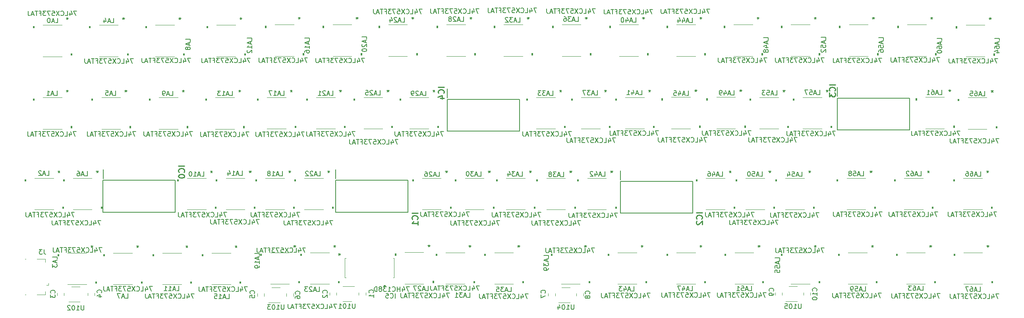
<source format=gbr>
%TF.GenerationSoftware,KiCad,Pcbnew,(5.1.10)-1*%
%TF.CreationDate,2022-03-07T16:55:32-05:00*%
%TF.ProjectId,ManySegmentDisplay,4d616e79-5365-4676-9d65-6e7444697370,rev?*%
%TF.SameCoordinates,Original*%
%TF.FileFunction,Legend,Bot*%
%TF.FilePolarity,Positive*%
%FSLAX46Y46*%
G04 Gerber Fmt 4.6, Leading zero omitted, Abs format (unit mm)*
G04 Created by KiCad (PCBNEW (5.1.10)-1) date 2022-03-07 16:55:32*
%MOMM*%
%LPD*%
G01*
G04 APERTURE LIST*
%ADD10C,0.100000*%
%ADD11C,0.120000*%
%ADD12C,0.200000*%
%ADD13C,0.150000*%
%ADD14C,0.254000*%
G04 APERTURE END LIST*
D10*
%TO.C,LA52*%
G36*
X214920001Y-77044502D02*
G01*
X214920001Y-77425502D01*
X215174001Y-77425502D01*
X215174001Y-77044502D01*
X214920001Y-77044502D01*
G37*
X214920001Y-77044502D02*
X214920001Y-77425502D01*
X215174001Y-77425502D01*
X215174001Y-77044502D01*
X214920001Y-77044502D01*
G36*
X223239999Y-82894498D02*
G01*
X223239999Y-83275498D01*
X222985999Y-83275498D01*
X222985999Y-82894498D01*
X223239999Y-82894498D01*
G37*
X223239999Y-82894498D02*
X223239999Y-83275498D01*
X222985999Y-83275498D01*
X222985999Y-82894498D01*
X223239999Y-82894498D01*
D11*
X217069044Y-76781800D02*
X221090952Y-76781800D01*
X221090956Y-83538200D02*
X217069048Y-83538200D01*
D10*
%TO.C,LA23*%
G36*
X112470001Y-125769500D02*
G01*
X112470001Y-126150500D01*
X112724001Y-126150500D01*
X112724001Y-125769500D01*
X112470001Y-125769500D01*
G37*
X112470001Y-125769500D02*
X112470001Y-126150500D01*
X112724001Y-126150500D01*
X112724001Y-125769500D01*
X112470001Y-125769500D01*
G36*
X120789999Y-131619496D02*
G01*
X120789999Y-132000496D01*
X120535999Y-132000496D01*
X120535999Y-131619496D01*
X120789999Y-131619496D01*
G37*
X120789999Y-131619496D02*
X120789999Y-132000496D01*
X120535999Y-132000496D01*
X120535999Y-131619496D01*
X120789999Y-131619496D01*
D11*
X114619044Y-125506798D02*
X118640952Y-125506798D01*
X118640956Y-132263198D02*
X114619048Y-132263198D01*
D10*
%TO.C,LA8*%
G36*
X79470001Y-77094502D02*
G01*
X79470001Y-77475502D01*
X79724001Y-77475502D01*
X79724001Y-77094502D01*
X79470001Y-77094502D01*
G37*
X79470001Y-77094502D02*
X79470001Y-77475502D01*
X79724001Y-77475502D01*
X79724001Y-77094502D01*
X79470001Y-77094502D01*
G36*
X87789999Y-82944498D02*
G01*
X87789999Y-83325498D01*
X87535999Y-83325498D01*
X87535999Y-82944498D01*
X87789999Y-82944498D01*
G37*
X87789999Y-82944498D02*
X87789999Y-83325498D01*
X87535999Y-83325498D01*
X87535999Y-82944498D01*
X87789999Y-82944498D01*
D11*
X81619044Y-76831800D02*
X85640952Y-76831800D01*
X85640956Y-83588200D02*
X81619048Y-83588200D01*
%TO.C,U105*%
X218380000Y-135970000D02*
X215930000Y-135970000D01*
X216580000Y-132750000D02*
X218380000Y-132750000D01*
%TO.C,U104*%
X169980000Y-136170000D02*
X167530000Y-136170000D01*
X168180000Y-132950000D02*
X169980000Y-132950000D01*
%TO.C,U103*%
X108180000Y-136170000D02*
X105730000Y-136170000D01*
X106380000Y-132950000D02*
X108180000Y-132950000D01*
%TO.C,U102*%
X65530000Y-136070000D02*
X63080000Y-136070000D01*
X63730000Y-132850000D02*
X65530000Y-132850000D01*
%TO.C,U101*%
X121580000Y-132750000D02*
X124030000Y-132750000D01*
X123380000Y-135970000D02*
X121580000Y-135970000D01*
D10*
%TO.C,LA67*%
G36*
X251720001Y-125769500D02*
G01*
X251720001Y-126150500D01*
X251974001Y-126150500D01*
X251974001Y-125769500D01*
X251720001Y-125769500D01*
G37*
X251720001Y-125769500D02*
X251720001Y-126150500D01*
X251974001Y-126150500D01*
X251974001Y-125769500D01*
X251720001Y-125769500D01*
G36*
X260039999Y-131619496D02*
G01*
X260039999Y-132000496D01*
X259785999Y-132000496D01*
X259785999Y-131619496D01*
X260039999Y-131619496D01*
G37*
X260039999Y-131619496D02*
X260039999Y-132000496D01*
X259785999Y-132000496D01*
X259785999Y-131619496D01*
X260039999Y-131619496D01*
D11*
X253869044Y-125506798D02*
X257890952Y-125506798D01*
X257890956Y-132263198D02*
X253869048Y-132263198D01*
D10*
%TO.C,LA66*%
G36*
X251644549Y-109844502D02*
G01*
X251644549Y-110225502D01*
X251898549Y-110225502D01*
X251898549Y-109844502D01*
X251644549Y-109844502D01*
G37*
X251644549Y-109844502D02*
X251644549Y-110225502D01*
X251898549Y-110225502D01*
X251898549Y-109844502D01*
X251644549Y-109844502D01*
G36*
X259964547Y-115694498D02*
G01*
X259964547Y-116075498D01*
X259710547Y-116075498D01*
X259710547Y-115694498D01*
X259964547Y-115694498D01*
G37*
X259964547Y-115694498D02*
X259964547Y-116075498D01*
X259710547Y-116075498D01*
X259710547Y-115694498D01*
X259964547Y-115694498D01*
D11*
X253793592Y-109581800D02*
X257815500Y-109581800D01*
X257815504Y-116338200D02*
X253793596Y-116338200D01*
D10*
%TO.C,LA65*%
G36*
X252644549Y-92644502D02*
G01*
X252644549Y-93025502D01*
X252898549Y-93025502D01*
X252898549Y-92644502D01*
X252644549Y-92644502D01*
G37*
X252644549Y-92644502D02*
X252644549Y-93025502D01*
X252898549Y-93025502D01*
X252898549Y-92644502D01*
X252644549Y-92644502D01*
G36*
X260964547Y-98494498D02*
G01*
X260964547Y-98875498D01*
X260710547Y-98875498D01*
X260710547Y-98494498D01*
X260964547Y-98494498D01*
G37*
X260964547Y-98494498D02*
X260964547Y-98875498D01*
X260710547Y-98875498D01*
X260710547Y-98494498D01*
X260964547Y-98494498D01*
D11*
X254793592Y-92381800D02*
X258815500Y-92381800D01*
X258815504Y-99138200D02*
X254793596Y-99138200D01*
D10*
%TO.C,LA64*%
G36*
X252195453Y-77119501D02*
G01*
X252195453Y-77500501D01*
X252449453Y-77500501D01*
X252449453Y-77119501D01*
X252195453Y-77119501D01*
G37*
X252195453Y-77119501D02*
X252195453Y-77500501D01*
X252449453Y-77500501D01*
X252449453Y-77119501D01*
X252195453Y-77119501D01*
G36*
X260515451Y-82969497D02*
G01*
X260515451Y-83350497D01*
X260261451Y-83350497D01*
X260261451Y-82969497D01*
X260515451Y-82969497D01*
G37*
X260515451Y-82969497D02*
X260515451Y-83350497D01*
X260261451Y-83350497D01*
X260261451Y-82969497D01*
X260515451Y-82969497D01*
D11*
X254344496Y-76856799D02*
X258366404Y-76856799D01*
X258366408Y-83613199D02*
X254344500Y-83613199D01*
D10*
%TO.C,LA63*%
G36*
X239520001Y-125769500D02*
G01*
X239520001Y-126150500D01*
X239774001Y-126150500D01*
X239774001Y-125769500D01*
X239520001Y-125769500D01*
G37*
X239520001Y-125769500D02*
X239520001Y-126150500D01*
X239774001Y-126150500D01*
X239774001Y-125769500D01*
X239520001Y-125769500D01*
G36*
X247839999Y-131619496D02*
G01*
X247839999Y-132000496D01*
X247585999Y-132000496D01*
X247585999Y-131619496D01*
X247839999Y-131619496D01*
G37*
X247839999Y-131619496D02*
X247839999Y-132000496D01*
X247585999Y-132000496D01*
X247585999Y-131619496D01*
X247839999Y-131619496D01*
D11*
X241669044Y-125506798D02*
X245690952Y-125506798D01*
X245690956Y-132263198D02*
X241669048Y-132263198D01*
D10*
%TO.C,LA62*%
G36*
X239044549Y-109844502D02*
G01*
X239044549Y-110225502D01*
X239298549Y-110225502D01*
X239298549Y-109844502D01*
X239044549Y-109844502D01*
G37*
X239044549Y-109844502D02*
X239044549Y-110225502D01*
X239298549Y-110225502D01*
X239298549Y-109844502D01*
X239044549Y-109844502D01*
G36*
X247364547Y-115694498D02*
G01*
X247364547Y-116075498D01*
X247110547Y-116075498D01*
X247110547Y-115694498D01*
X247364547Y-115694498D01*
G37*
X247364547Y-115694498D02*
X247364547Y-116075498D01*
X247110547Y-116075498D01*
X247110547Y-115694498D01*
X247364547Y-115694498D01*
D11*
X241193592Y-109581800D02*
X245215500Y-109581800D01*
X245215504Y-116338200D02*
X241193596Y-116338200D01*
D10*
%TO.C,LA61*%
G36*
X243595453Y-92519501D02*
G01*
X243595453Y-92900501D01*
X243849453Y-92900501D01*
X243849453Y-92519501D01*
X243595453Y-92519501D01*
G37*
X243595453Y-92519501D02*
X243595453Y-92900501D01*
X243849453Y-92900501D01*
X243849453Y-92519501D01*
X243595453Y-92519501D01*
G36*
X251915451Y-98369497D02*
G01*
X251915451Y-98750497D01*
X251661451Y-98750497D01*
X251661451Y-98369497D01*
X251915451Y-98369497D01*
G37*
X251915451Y-98369497D02*
X251915451Y-98750497D01*
X251661451Y-98750497D01*
X251661451Y-98369497D01*
X251915451Y-98369497D01*
D11*
X245744496Y-92256799D02*
X249766404Y-92256799D01*
X249766408Y-99013199D02*
X245744500Y-99013199D01*
D10*
%TO.C,LA60*%
G36*
X239720001Y-77044502D02*
G01*
X239720001Y-77425502D01*
X239974001Y-77425502D01*
X239974001Y-77044502D01*
X239720001Y-77044502D01*
G37*
X239720001Y-77044502D02*
X239720001Y-77425502D01*
X239974001Y-77425502D01*
X239974001Y-77044502D01*
X239720001Y-77044502D01*
G36*
X248039999Y-82894498D02*
G01*
X248039999Y-83275498D01*
X247785999Y-83275498D01*
X247785999Y-82894498D01*
X248039999Y-82894498D01*
G37*
X248039999Y-82894498D02*
X248039999Y-83275498D01*
X247785999Y-83275498D01*
X247785999Y-82894498D01*
X248039999Y-82894498D01*
D11*
X241869044Y-76781800D02*
X245890952Y-76781800D01*
X245890956Y-83538200D02*
X241869048Y-83538200D01*
D10*
%TO.C,LA59*%
G36*
X227120001Y-125769500D02*
G01*
X227120001Y-126150500D01*
X227374001Y-126150500D01*
X227374001Y-125769500D01*
X227120001Y-125769500D01*
G37*
X227120001Y-125769500D02*
X227120001Y-126150500D01*
X227374001Y-126150500D01*
X227374001Y-125769500D01*
X227120001Y-125769500D01*
G36*
X235439999Y-131619496D02*
G01*
X235439999Y-132000496D01*
X235185999Y-132000496D01*
X235185999Y-131619496D01*
X235439999Y-131619496D01*
G37*
X235439999Y-131619496D02*
X235439999Y-132000496D01*
X235185999Y-132000496D01*
X235185999Y-131619496D01*
X235439999Y-131619496D01*
D11*
X229269044Y-125506798D02*
X233290952Y-125506798D01*
X233290956Y-132263198D02*
X229269048Y-132263198D01*
D10*
%TO.C,LA58*%
G36*
X226795453Y-109844502D02*
G01*
X226795453Y-110225502D01*
X227049453Y-110225502D01*
X227049453Y-109844502D01*
X226795453Y-109844502D01*
G37*
X226795453Y-109844502D02*
X226795453Y-110225502D01*
X227049453Y-110225502D01*
X227049453Y-109844502D01*
X226795453Y-109844502D01*
G36*
X235115451Y-115694498D02*
G01*
X235115451Y-116075498D01*
X234861451Y-116075498D01*
X234861451Y-115694498D01*
X235115451Y-115694498D01*
G37*
X235115451Y-115694498D02*
X235115451Y-116075498D01*
X234861451Y-116075498D01*
X234861451Y-115694498D01*
X235115451Y-115694498D01*
D11*
X228944496Y-109581800D02*
X232966404Y-109581800D01*
X232966408Y-116338200D02*
X228944500Y-116338200D01*
D10*
%TO.C,LA57*%
G36*
X217444549Y-92569500D02*
G01*
X217444549Y-92950500D01*
X217698549Y-92950500D01*
X217698549Y-92569500D01*
X217444549Y-92569500D01*
G37*
X217444549Y-92569500D02*
X217444549Y-92950500D01*
X217698549Y-92950500D01*
X217698549Y-92569500D01*
X217444549Y-92569500D01*
G36*
X225764547Y-98419496D02*
G01*
X225764547Y-98800496D01*
X225510547Y-98800496D01*
X225510547Y-98419496D01*
X225764547Y-98419496D01*
G37*
X225764547Y-98419496D02*
X225764547Y-98800496D01*
X225510547Y-98800496D01*
X225510547Y-98419496D01*
X225764547Y-98419496D01*
D11*
X219593592Y-92306798D02*
X223615500Y-92306798D01*
X223615504Y-99063198D02*
X219593596Y-99063198D01*
D10*
%TO.C,LA56*%
G36*
X227320001Y-77044502D02*
G01*
X227320001Y-77425502D01*
X227574001Y-77425502D01*
X227574001Y-77044502D01*
X227320001Y-77044502D01*
G37*
X227320001Y-77044502D02*
X227320001Y-77425502D01*
X227574001Y-77425502D01*
X227574001Y-77044502D01*
X227320001Y-77044502D01*
G36*
X235639999Y-82894498D02*
G01*
X235639999Y-83275498D01*
X235385999Y-83275498D01*
X235385999Y-82894498D01*
X235639999Y-82894498D01*
G37*
X235639999Y-82894498D02*
X235639999Y-83275498D01*
X235385999Y-83275498D01*
X235385999Y-82894498D01*
X235639999Y-82894498D01*
D11*
X229469044Y-76781800D02*
X233490952Y-76781800D01*
X233490956Y-83538200D02*
X229469048Y-83538200D01*
D10*
%TO.C,LA55*%
G36*
X214920001Y-125769500D02*
G01*
X214920001Y-126150500D01*
X215174001Y-126150500D01*
X215174001Y-125769500D01*
X214920001Y-125769500D01*
G37*
X214920001Y-125769500D02*
X214920001Y-126150500D01*
X215174001Y-126150500D01*
X215174001Y-125769500D01*
X214920001Y-125769500D01*
G36*
X223239999Y-131619496D02*
G01*
X223239999Y-132000496D01*
X222985999Y-132000496D01*
X222985999Y-131619496D01*
X223239999Y-131619496D01*
G37*
X223239999Y-131619496D02*
X223239999Y-132000496D01*
X222985999Y-132000496D01*
X222985999Y-131619496D01*
X223239999Y-131619496D01*
D11*
X217069044Y-125506798D02*
X221090952Y-125506798D01*
X221090956Y-132263198D02*
X217069048Y-132263198D01*
D10*
%TO.C,LA54*%
G36*
X213720001Y-109844502D02*
G01*
X213720001Y-110225502D01*
X213974001Y-110225502D01*
X213974001Y-109844502D01*
X213720001Y-109844502D01*
G37*
X213720001Y-109844502D02*
X213720001Y-110225502D01*
X213974001Y-110225502D01*
X213974001Y-109844502D01*
X213720001Y-109844502D01*
G36*
X222039999Y-115694498D02*
G01*
X222039999Y-116075498D01*
X221785999Y-116075498D01*
X221785999Y-115694498D01*
X222039999Y-115694498D01*
G37*
X222039999Y-115694498D02*
X222039999Y-116075498D01*
X221785999Y-116075498D01*
X221785999Y-115694498D01*
X222039999Y-115694498D01*
D11*
X215869044Y-109581800D02*
X219890952Y-109581800D01*
X219890956Y-116338200D02*
X215869048Y-116338200D01*
D10*
%TO.C,LA53*%
G36*
X208244549Y-92569500D02*
G01*
X208244549Y-92950500D01*
X208498549Y-92950500D01*
X208498549Y-92569500D01*
X208244549Y-92569500D01*
G37*
X208244549Y-92569500D02*
X208244549Y-92950500D01*
X208498549Y-92950500D01*
X208498549Y-92569500D01*
X208244549Y-92569500D01*
G36*
X216564547Y-98419496D02*
G01*
X216564547Y-98800496D01*
X216310547Y-98800496D01*
X216310547Y-98419496D01*
X216564547Y-98419496D01*
G37*
X216564547Y-98419496D02*
X216564547Y-98800496D01*
X216310547Y-98800496D01*
X216310547Y-98419496D01*
X216564547Y-98419496D01*
D11*
X210393592Y-92306798D02*
X214415500Y-92306798D01*
X214415504Y-99063198D02*
X210393596Y-99063198D01*
D10*
%TO.C,LA51*%
G36*
X202920001Y-125769500D02*
G01*
X202920001Y-126150500D01*
X203174001Y-126150500D01*
X203174001Y-125769500D01*
X202920001Y-125769500D01*
G37*
X202920001Y-125769500D02*
X202920001Y-126150500D01*
X203174001Y-126150500D01*
X203174001Y-125769500D01*
X202920001Y-125769500D01*
G36*
X211239999Y-131619496D02*
G01*
X211239999Y-132000496D01*
X210985999Y-132000496D01*
X210985999Y-131619496D01*
X211239999Y-131619496D01*
G37*
X211239999Y-131619496D02*
X211239999Y-132000496D01*
X210985999Y-132000496D01*
X210985999Y-131619496D01*
X211239999Y-131619496D01*
D11*
X205069044Y-125506798D02*
X209090952Y-125506798D01*
X209090956Y-132263198D02*
X205069048Y-132263198D01*
D10*
%TO.C,LA50*%
G36*
X205244549Y-109844502D02*
G01*
X205244549Y-110225502D01*
X205498549Y-110225502D01*
X205498549Y-109844502D01*
X205244549Y-109844502D01*
G37*
X205244549Y-109844502D02*
X205244549Y-110225502D01*
X205498549Y-110225502D01*
X205498549Y-109844502D01*
X205244549Y-109844502D01*
G36*
X213564547Y-115694498D02*
G01*
X213564547Y-116075498D01*
X213310547Y-116075498D01*
X213310547Y-115694498D01*
X213564547Y-115694498D01*
G37*
X213564547Y-115694498D02*
X213564547Y-116075498D01*
X213310547Y-116075498D01*
X213310547Y-115694498D01*
X213564547Y-115694498D01*
D11*
X207393592Y-109581800D02*
X211415500Y-109581800D01*
X211415504Y-116338200D02*
X207393596Y-116338200D01*
D10*
%TO.C,LA49*%
G36*
X199044549Y-92519502D02*
G01*
X199044549Y-92900502D01*
X199298549Y-92900502D01*
X199298549Y-92519502D01*
X199044549Y-92519502D01*
G37*
X199044549Y-92519502D02*
X199044549Y-92900502D01*
X199298549Y-92900502D01*
X199298549Y-92519502D01*
X199044549Y-92519502D01*
G36*
X207364547Y-98369498D02*
G01*
X207364547Y-98750498D01*
X207110547Y-98750498D01*
X207110547Y-98369498D01*
X207364547Y-98369498D01*
G37*
X207364547Y-98369498D02*
X207364547Y-98750498D01*
X207110547Y-98750498D01*
X207110547Y-98369498D01*
X207364547Y-98369498D01*
D11*
X201193592Y-92256800D02*
X205215500Y-92256800D01*
X205215504Y-99013200D02*
X201193596Y-99013200D01*
D10*
%TO.C,LA48*%
G36*
X202720001Y-77044502D02*
G01*
X202720001Y-77425502D01*
X202974001Y-77425502D01*
X202974001Y-77044502D01*
X202720001Y-77044502D01*
G37*
X202720001Y-77044502D02*
X202720001Y-77425502D01*
X202974001Y-77425502D01*
X202974001Y-77044502D01*
X202720001Y-77044502D01*
G36*
X211039999Y-82894498D02*
G01*
X211039999Y-83275498D01*
X210785999Y-83275498D01*
X210785999Y-82894498D01*
X211039999Y-82894498D01*
G37*
X211039999Y-82894498D02*
X211039999Y-83275498D01*
X210785999Y-83275498D01*
X210785999Y-82894498D01*
X211039999Y-82894498D01*
D11*
X204869044Y-76781800D02*
X208890952Y-76781800D01*
X208890956Y-83538200D02*
X204869048Y-83538200D01*
D10*
%TO.C,LA47*%
G36*
X190520001Y-125769500D02*
G01*
X190520001Y-126150500D01*
X190774001Y-126150500D01*
X190774001Y-125769500D01*
X190520001Y-125769500D01*
G37*
X190520001Y-125769500D02*
X190520001Y-126150500D01*
X190774001Y-126150500D01*
X190774001Y-125769500D01*
X190520001Y-125769500D01*
G36*
X198839999Y-131619496D02*
G01*
X198839999Y-132000496D01*
X198585999Y-132000496D01*
X198585999Y-131619496D01*
X198839999Y-131619496D01*
G37*
X198839999Y-131619496D02*
X198839999Y-132000496D01*
X198585999Y-132000496D01*
X198585999Y-131619496D01*
X198839999Y-131619496D01*
D11*
X192669044Y-125506798D02*
X196690952Y-125506798D01*
X196690956Y-132263198D02*
X192669048Y-132263198D01*
D10*
%TO.C,LA46*%
G36*
X196795453Y-109844502D02*
G01*
X196795453Y-110225502D01*
X197049453Y-110225502D01*
X197049453Y-109844502D01*
X196795453Y-109844502D01*
G37*
X196795453Y-109844502D02*
X196795453Y-110225502D01*
X197049453Y-110225502D01*
X197049453Y-109844502D01*
X196795453Y-109844502D01*
G36*
X205115451Y-115694498D02*
G01*
X205115451Y-116075498D01*
X204861451Y-116075498D01*
X204861451Y-115694498D01*
X205115451Y-115694498D01*
G37*
X205115451Y-115694498D02*
X205115451Y-116075498D01*
X204861451Y-116075498D01*
X204861451Y-115694498D01*
X205115451Y-115694498D01*
D11*
X198944496Y-109581800D02*
X202966404Y-109581800D01*
X202966408Y-116338200D02*
X198944500Y-116338200D01*
D10*
%TO.C,LA45*%
G36*
X189444549Y-92519502D02*
G01*
X189444549Y-92900502D01*
X189698549Y-92900502D01*
X189698549Y-92519502D01*
X189444549Y-92519502D01*
G37*
X189444549Y-92519502D02*
X189444549Y-92900502D01*
X189698549Y-92900502D01*
X189698549Y-92519502D01*
X189444549Y-92519502D01*
G36*
X197764547Y-98369498D02*
G01*
X197764547Y-98750498D01*
X197510547Y-98750498D01*
X197510547Y-98369498D01*
X197764547Y-98369498D01*
G37*
X197764547Y-98369498D02*
X197764547Y-98750498D01*
X197510547Y-98750498D01*
X197510547Y-98369498D01*
X197764547Y-98369498D01*
D11*
X191593592Y-92256800D02*
X195615500Y-92256800D01*
X195615504Y-99013200D02*
X191593596Y-99013200D01*
D10*
%TO.C,LA44*%
G36*
X190520001Y-77044502D02*
G01*
X190520001Y-77425502D01*
X190774001Y-77425502D01*
X190774001Y-77044502D01*
X190520001Y-77044502D01*
G37*
X190520001Y-77044502D02*
X190520001Y-77425502D01*
X190774001Y-77425502D01*
X190774001Y-77044502D01*
X190520001Y-77044502D01*
G36*
X198839999Y-82894498D02*
G01*
X198839999Y-83275498D01*
X198585999Y-83275498D01*
X198585999Y-82894498D01*
X198839999Y-82894498D01*
G37*
X198839999Y-82894498D02*
X198839999Y-83275498D01*
X198585999Y-83275498D01*
X198585999Y-82894498D01*
X198839999Y-82894498D01*
D11*
X192669044Y-76781800D02*
X196690952Y-76781800D01*
X196690956Y-83538200D02*
X192669048Y-83538200D01*
D10*
%TO.C,LA43*%
G36*
X177995453Y-125769500D02*
G01*
X177995453Y-126150500D01*
X178249453Y-126150500D01*
X178249453Y-125769500D01*
X177995453Y-125769500D01*
G37*
X177995453Y-125769500D02*
X177995453Y-126150500D01*
X178249453Y-126150500D01*
X178249453Y-125769500D01*
X177995453Y-125769500D01*
G36*
X186315451Y-131619496D02*
G01*
X186315451Y-132000496D01*
X186061451Y-132000496D01*
X186061451Y-131619496D01*
X186315451Y-131619496D01*
G37*
X186315451Y-131619496D02*
X186315451Y-132000496D01*
X186061451Y-132000496D01*
X186061451Y-131619496D01*
X186315451Y-131619496D01*
D11*
X180144496Y-125506798D02*
X184166404Y-125506798D01*
X184166408Y-132263198D02*
X180144500Y-132263198D01*
D10*
%TO.C,LA42*%
G36*
X171520001Y-109844502D02*
G01*
X171520001Y-110225502D01*
X171774001Y-110225502D01*
X171774001Y-109844502D01*
X171520001Y-109844502D01*
G37*
X171520001Y-109844502D02*
X171520001Y-110225502D01*
X171774001Y-110225502D01*
X171774001Y-109844502D01*
X171520001Y-109844502D01*
G36*
X179839999Y-115694498D02*
G01*
X179839999Y-116075498D01*
X179585999Y-116075498D01*
X179585999Y-115694498D01*
X179839999Y-115694498D01*
G37*
X179839999Y-115694498D02*
X179839999Y-116075498D01*
X179585999Y-116075498D01*
X179585999Y-115694498D01*
X179839999Y-115694498D01*
D11*
X173669044Y-109581800D02*
X177690952Y-109581800D01*
X177690956Y-116338200D02*
X173669048Y-116338200D01*
D10*
%TO.C,LA41*%
G36*
X179595453Y-92569502D02*
G01*
X179595453Y-92950502D01*
X179849453Y-92950502D01*
X179849453Y-92569502D01*
X179595453Y-92569502D01*
G37*
X179595453Y-92569502D02*
X179595453Y-92950502D01*
X179849453Y-92950502D01*
X179849453Y-92569502D01*
X179595453Y-92569502D01*
G36*
X187915451Y-98419498D02*
G01*
X187915451Y-98800498D01*
X187661451Y-98800498D01*
X187661451Y-98419498D01*
X187915451Y-98419498D01*
G37*
X187915451Y-98419498D02*
X187915451Y-98800498D01*
X187661451Y-98800498D01*
X187661451Y-98419498D01*
X187915451Y-98419498D01*
D11*
X181744496Y-92306800D02*
X185766404Y-92306800D01*
X185766408Y-99063200D02*
X181744500Y-99063200D01*
D10*
%TO.C,LA40*%
G36*
X178320001Y-77044502D02*
G01*
X178320001Y-77425502D01*
X178574001Y-77425502D01*
X178574001Y-77044502D01*
X178320001Y-77044502D01*
G37*
X178320001Y-77044502D02*
X178320001Y-77425502D01*
X178574001Y-77425502D01*
X178574001Y-77044502D01*
X178320001Y-77044502D01*
G36*
X186639999Y-82894498D02*
G01*
X186639999Y-83275498D01*
X186385999Y-83275498D01*
X186385999Y-82894498D01*
X186639999Y-82894498D01*
G37*
X186639999Y-82894498D02*
X186639999Y-83275498D01*
X186385999Y-83275498D01*
X186385999Y-82894498D01*
X186639999Y-82894498D01*
D11*
X180469044Y-76781800D02*
X184490952Y-76781800D01*
X184490956Y-83538200D02*
X180469048Y-83538200D01*
D10*
%TO.C,LA39*%
G36*
X165920001Y-125769500D02*
G01*
X165920001Y-126150500D01*
X166174001Y-126150500D01*
X166174001Y-125769500D01*
X165920001Y-125769500D01*
G37*
X165920001Y-125769500D02*
X165920001Y-126150500D01*
X166174001Y-126150500D01*
X166174001Y-125769500D01*
X165920001Y-125769500D01*
G36*
X174239999Y-131619496D02*
G01*
X174239999Y-132000496D01*
X173985999Y-132000496D01*
X173985999Y-131619496D01*
X174239999Y-131619496D01*
G37*
X174239999Y-131619496D02*
X174239999Y-132000496D01*
X173985999Y-132000496D01*
X173985999Y-131619496D01*
X174239999Y-131619496D01*
D11*
X168069044Y-125506798D02*
X172090952Y-125506798D01*
X172090956Y-132263198D02*
X168069048Y-132263198D01*
D10*
%TO.C,LA38*%
G36*
X162795453Y-109844502D02*
G01*
X162795453Y-110225502D01*
X163049453Y-110225502D01*
X163049453Y-109844502D01*
X162795453Y-109844502D01*
G37*
X162795453Y-109844502D02*
X162795453Y-110225502D01*
X163049453Y-110225502D01*
X163049453Y-109844502D01*
X162795453Y-109844502D01*
G36*
X171115451Y-115694498D02*
G01*
X171115451Y-116075498D01*
X170861451Y-116075498D01*
X170861451Y-115694498D01*
X171115451Y-115694498D01*
G37*
X171115451Y-115694498D02*
X171115451Y-116075498D01*
X170861451Y-116075498D01*
X170861451Y-115694498D01*
X171115451Y-115694498D01*
D11*
X164944496Y-109581800D02*
X168966404Y-109581800D01*
X168966408Y-116338200D02*
X164944500Y-116338200D01*
D10*
%TO.C,LA37*%
G36*
X170195453Y-92569500D02*
G01*
X170195453Y-92950500D01*
X170449453Y-92950500D01*
X170449453Y-92569500D01*
X170195453Y-92569500D01*
G37*
X170195453Y-92569500D02*
X170195453Y-92950500D01*
X170449453Y-92950500D01*
X170449453Y-92569500D01*
X170195453Y-92569500D01*
G36*
X178515451Y-98419496D02*
G01*
X178515451Y-98800496D01*
X178261451Y-98800496D01*
X178261451Y-98419496D01*
X178515451Y-98419496D01*
G37*
X178515451Y-98419496D02*
X178515451Y-98800496D01*
X178261451Y-98800496D01*
X178261451Y-98419496D01*
X178515451Y-98419496D01*
D11*
X172344496Y-92306798D02*
X176366404Y-92306798D01*
X176366408Y-99063198D02*
X172344500Y-99063198D01*
D10*
%TO.C,LA36*%
G36*
X166120001Y-77044502D02*
G01*
X166120001Y-77425502D01*
X166374001Y-77425502D01*
X166374001Y-77044502D01*
X166120001Y-77044502D01*
G37*
X166120001Y-77044502D02*
X166120001Y-77425502D01*
X166374001Y-77425502D01*
X166374001Y-77044502D01*
X166120001Y-77044502D01*
G36*
X174439999Y-82894498D02*
G01*
X174439999Y-83275498D01*
X174185999Y-83275498D01*
X174185999Y-82894498D01*
X174439999Y-82894498D01*
G37*
X174439999Y-82894498D02*
X174439999Y-83275498D01*
X174185999Y-83275498D01*
X174185999Y-82894498D01*
X174439999Y-82894498D01*
D11*
X168269044Y-76781800D02*
X172290952Y-76781800D01*
X172290956Y-83538200D02*
X168269048Y-83538200D01*
D10*
%TO.C,LA35*%
G36*
X151720001Y-125769500D02*
G01*
X151720001Y-126150500D01*
X151974001Y-126150500D01*
X151974001Y-125769500D01*
X151720001Y-125769500D01*
G37*
X151720001Y-125769500D02*
X151720001Y-126150500D01*
X151974001Y-126150500D01*
X151974001Y-125769500D01*
X151720001Y-125769500D01*
G36*
X160039999Y-131619496D02*
G01*
X160039999Y-132000496D01*
X159785999Y-132000496D01*
X159785999Y-131619496D01*
X160039999Y-131619496D01*
G37*
X160039999Y-131619496D02*
X160039999Y-132000496D01*
X159785999Y-132000496D01*
X159785999Y-131619496D01*
X160039999Y-131619496D01*
D11*
X153869044Y-125506798D02*
X157890952Y-125506798D01*
X157890956Y-132263198D02*
X153869048Y-132263198D01*
D10*
%TO.C,LA34*%
G36*
X154195453Y-109844502D02*
G01*
X154195453Y-110225502D01*
X154449453Y-110225502D01*
X154449453Y-109844502D01*
X154195453Y-109844502D01*
G37*
X154195453Y-109844502D02*
X154195453Y-110225502D01*
X154449453Y-110225502D01*
X154449453Y-109844502D01*
X154195453Y-109844502D01*
G36*
X162515451Y-115694498D02*
G01*
X162515451Y-116075498D01*
X162261451Y-116075498D01*
X162261451Y-115694498D01*
X162515451Y-115694498D01*
G37*
X162515451Y-115694498D02*
X162515451Y-116075498D01*
X162261451Y-116075498D01*
X162261451Y-115694498D01*
X162515451Y-115694498D01*
D11*
X156344496Y-109581800D02*
X160366404Y-109581800D01*
X160366408Y-116338200D02*
X156344500Y-116338200D01*
D10*
%TO.C,LA33*%
G36*
X160644549Y-92569502D02*
G01*
X160644549Y-92950502D01*
X160898549Y-92950502D01*
X160898549Y-92569502D01*
X160644549Y-92569502D01*
G37*
X160644549Y-92569502D02*
X160644549Y-92950502D01*
X160898549Y-92950502D01*
X160898549Y-92569502D01*
X160644549Y-92569502D01*
G36*
X168964547Y-98419498D02*
G01*
X168964547Y-98800498D01*
X168710547Y-98800498D01*
X168710547Y-98419498D01*
X168964547Y-98419498D01*
G37*
X168964547Y-98419498D02*
X168964547Y-98800498D01*
X168710547Y-98800498D01*
X168710547Y-98419498D01*
X168964547Y-98419498D01*
D11*
X162793592Y-92306800D02*
X166815500Y-92306800D01*
X166815504Y-99063200D02*
X162793596Y-99063200D01*
D10*
%TO.C,LA32*%
G36*
X153720001Y-77044502D02*
G01*
X153720001Y-77425502D01*
X153974001Y-77425502D01*
X153974001Y-77044502D01*
X153720001Y-77044502D01*
G37*
X153720001Y-77044502D02*
X153720001Y-77425502D01*
X153974001Y-77425502D01*
X153974001Y-77044502D01*
X153720001Y-77044502D01*
G36*
X162039999Y-82894498D02*
G01*
X162039999Y-83275498D01*
X161785999Y-83275498D01*
X161785999Y-82894498D01*
X162039999Y-82894498D01*
G37*
X162039999Y-82894498D02*
X162039999Y-83275498D01*
X161785999Y-83275498D01*
X161785999Y-82894498D01*
X162039999Y-82894498D01*
D11*
X155869044Y-76781800D02*
X159890952Y-76781800D01*
X159890956Y-83538200D02*
X155869048Y-83538200D01*
D10*
%TO.C,LA31*%
G36*
X141320001Y-125769500D02*
G01*
X141320001Y-126150500D01*
X141574001Y-126150500D01*
X141574001Y-125769500D01*
X141320001Y-125769500D01*
G37*
X141320001Y-125769500D02*
X141320001Y-126150500D01*
X141574001Y-126150500D01*
X141574001Y-125769500D01*
X141320001Y-125769500D01*
G36*
X149639999Y-131619496D02*
G01*
X149639999Y-132000496D01*
X149385999Y-132000496D01*
X149385999Y-131619496D01*
X149639999Y-131619496D01*
G37*
X149639999Y-131619496D02*
X149639999Y-132000496D01*
X149385999Y-132000496D01*
X149385999Y-131619496D01*
X149639999Y-131619496D01*
D11*
X143469044Y-125506798D02*
X147490952Y-125506798D01*
X147490956Y-132263198D02*
X143469048Y-132263198D01*
D10*
%TO.C,LA30*%
G36*
X145444549Y-109844502D02*
G01*
X145444549Y-110225502D01*
X145698549Y-110225502D01*
X145698549Y-109844502D01*
X145444549Y-109844502D01*
G37*
X145444549Y-109844502D02*
X145444549Y-110225502D01*
X145698549Y-110225502D01*
X145698549Y-109844502D01*
X145444549Y-109844502D01*
G36*
X153764547Y-115694498D02*
G01*
X153764547Y-116075498D01*
X153510547Y-116075498D01*
X153510547Y-115694498D01*
X153764547Y-115694498D01*
G37*
X153764547Y-115694498D02*
X153764547Y-116075498D01*
X153510547Y-116075498D01*
X153510547Y-115694498D01*
X153764547Y-115694498D01*
D11*
X147593592Y-109581800D02*
X151615500Y-109581800D01*
X151615504Y-116338200D02*
X147593596Y-116338200D01*
D10*
%TO.C,LA29*%
G36*
X133644549Y-92569500D02*
G01*
X133644549Y-92950500D01*
X133898549Y-92950500D01*
X133898549Y-92569500D01*
X133644549Y-92569500D01*
G37*
X133644549Y-92569500D02*
X133644549Y-92950500D01*
X133898549Y-92950500D01*
X133898549Y-92569500D01*
X133644549Y-92569500D01*
G36*
X141964547Y-98419496D02*
G01*
X141964547Y-98800496D01*
X141710547Y-98800496D01*
X141710547Y-98419496D01*
X141964547Y-98419496D01*
G37*
X141964547Y-98419496D02*
X141964547Y-98800496D01*
X141710547Y-98800496D01*
X141710547Y-98419496D01*
X141964547Y-98419496D01*
D11*
X135793592Y-92306798D02*
X139815500Y-92306798D01*
X139815504Y-99063198D02*
X135793596Y-99063198D01*
D10*
%TO.C,LA28*%
G36*
X141520001Y-77044502D02*
G01*
X141520001Y-77425502D01*
X141774001Y-77425502D01*
X141774001Y-77044502D01*
X141520001Y-77044502D01*
G37*
X141520001Y-77044502D02*
X141520001Y-77425502D01*
X141774001Y-77425502D01*
X141774001Y-77044502D01*
X141520001Y-77044502D01*
G36*
X149839999Y-82894498D02*
G01*
X149839999Y-83275498D01*
X149585999Y-83275498D01*
X149585999Y-82894498D01*
X149839999Y-82894498D01*
G37*
X149839999Y-82894498D02*
X149839999Y-83275498D01*
X149585999Y-83275498D01*
X149585999Y-82894498D01*
X149839999Y-82894498D01*
D11*
X143669044Y-76781800D02*
X147690952Y-76781800D01*
X147690956Y-83538200D02*
X143669048Y-83538200D01*
D10*
%TO.C,LA27*%
G36*
X132595453Y-125719501D02*
G01*
X132595453Y-126100501D01*
X132849453Y-126100501D01*
X132849453Y-125719501D01*
X132595453Y-125719501D01*
G37*
X132595453Y-125719501D02*
X132595453Y-126100501D01*
X132849453Y-126100501D01*
X132849453Y-125719501D01*
X132595453Y-125719501D01*
G36*
X140915451Y-131569497D02*
G01*
X140915451Y-131950497D01*
X140661451Y-131950497D01*
X140661451Y-131569497D01*
X140915451Y-131569497D01*
G37*
X140915451Y-131569497D02*
X140915451Y-131950497D01*
X140661451Y-131950497D01*
X140661451Y-131569497D01*
X140915451Y-131569497D01*
D11*
X134744496Y-125456799D02*
X138766404Y-125456799D01*
X138766408Y-132213199D02*
X134744500Y-132213199D01*
D10*
%TO.C,LA26*%
G36*
X136320001Y-109844502D02*
G01*
X136320001Y-110225502D01*
X136574001Y-110225502D01*
X136574001Y-109844502D01*
X136320001Y-109844502D01*
G37*
X136320001Y-109844502D02*
X136320001Y-110225502D01*
X136574001Y-110225502D01*
X136574001Y-109844502D01*
X136320001Y-109844502D01*
G36*
X144639999Y-115694498D02*
G01*
X144639999Y-116075498D01*
X144385999Y-116075498D01*
X144385999Y-115694498D01*
X144639999Y-115694498D01*
G37*
X144639999Y-115694498D02*
X144639999Y-116075498D01*
X144385999Y-116075498D01*
X144385999Y-115694498D01*
X144639999Y-115694498D01*
D11*
X138469044Y-109581800D02*
X142490952Y-109581800D01*
X142490956Y-116338200D02*
X138469048Y-116338200D01*
D10*
%TO.C,LA25*%
G36*
X123844549Y-92569500D02*
G01*
X123844549Y-92950500D01*
X124098549Y-92950500D01*
X124098549Y-92569500D01*
X123844549Y-92569500D01*
G37*
X123844549Y-92569500D02*
X123844549Y-92950500D01*
X124098549Y-92950500D01*
X124098549Y-92569500D01*
X123844549Y-92569500D01*
G36*
X132164547Y-98419496D02*
G01*
X132164547Y-98800496D01*
X131910547Y-98800496D01*
X131910547Y-98419496D01*
X132164547Y-98419496D01*
G37*
X132164547Y-98419496D02*
X132164547Y-98800496D01*
X131910547Y-98800496D01*
X131910547Y-98419496D01*
X132164547Y-98419496D01*
D11*
X125993592Y-92306798D02*
X130015500Y-92306798D01*
X130015504Y-99063198D02*
X125993596Y-99063198D01*
D10*
%TO.C,LA24*%
G36*
X129120001Y-77044502D02*
G01*
X129120001Y-77425502D01*
X129374001Y-77425502D01*
X129374001Y-77044502D01*
X129120001Y-77044502D01*
G37*
X129120001Y-77044502D02*
X129120001Y-77425502D01*
X129374001Y-77425502D01*
X129374001Y-77044502D01*
X129120001Y-77044502D01*
G36*
X137439999Y-82894498D02*
G01*
X137439999Y-83275498D01*
X137185999Y-83275498D01*
X137185999Y-82894498D01*
X137439999Y-82894498D01*
G37*
X137439999Y-82894498D02*
X137439999Y-83275498D01*
X137185999Y-83275498D01*
X137185999Y-82894498D01*
X137439999Y-82894498D01*
D11*
X131269044Y-76781800D02*
X135290952Y-76781800D01*
X135290956Y-83538200D02*
X131269048Y-83538200D01*
D10*
%TO.C,LA22*%
G36*
X111195453Y-109844502D02*
G01*
X111195453Y-110225502D01*
X111449453Y-110225502D01*
X111449453Y-109844502D01*
X111195453Y-109844502D01*
G37*
X111195453Y-109844502D02*
X111195453Y-110225502D01*
X111449453Y-110225502D01*
X111449453Y-109844502D01*
X111195453Y-109844502D01*
G36*
X119515451Y-115694498D02*
G01*
X119515451Y-116075498D01*
X119261451Y-116075498D01*
X119261451Y-115694498D01*
X119515451Y-115694498D01*
G37*
X119515451Y-115694498D02*
X119515451Y-116075498D01*
X119261451Y-116075498D01*
X119261451Y-115694498D01*
X119515451Y-115694498D01*
D11*
X113344496Y-109581800D02*
X117366404Y-109581800D01*
X117366408Y-116338200D02*
X113344500Y-116338200D01*
D10*
%TO.C,LA21*%
G36*
X113720001Y-92569500D02*
G01*
X113720001Y-92950500D01*
X113974001Y-92950500D01*
X113974001Y-92569500D01*
X113720001Y-92569500D01*
G37*
X113720001Y-92569500D02*
X113720001Y-92950500D01*
X113974001Y-92950500D01*
X113974001Y-92569500D01*
X113720001Y-92569500D01*
G36*
X122039999Y-98419496D02*
G01*
X122039999Y-98800496D01*
X121785999Y-98800496D01*
X121785999Y-98419496D01*
X122039999Y-98419496D01*
G37*
X122039999Y-98419496D02*
X122039999Y-98800496D01*
X121785999Y-98800496D01*
X121785999Y-98419496D01*
X122039999Y-98419496D01*
D11*
X115869044Y-92306798D02*
X119890952Y-92306798D01*
X119890956Y-99063198D02*
X115869048Y-99063198D01*
D10*
%TO.C,LA20*%
G36*
X117244549Y-77044502D02*
G01*
X117244549Y-77425502D01*
X117498549Y-77425502D01*
X117498549Y-77044502D01*
X117244549Y-77044502D01*
G37*
X117244549Y-77044502D02*
X117244549Y-77425502D01*
X117498549Y-77425502D01*
X117498549Y-77044502D01*
X117244549Y-77044502D01*
G36*
X125564547Y-82894498D02*
G01*
X125564547Y-83275498D01*
X125310547Y-83275498D01*
X125310547Y-82894498D01*
X125564547Y-82894498D01*
G37*
X125564547Y-82894498D02*
X125564547Y-83275498D01*
X125310547Y-83275498D01*
X125310547Y-82894498D01*
X125564547Y-82894498D01*
D11*
X119393592Y-76781800D02*
X123415500Y-76781800D01*
X123415504Y-83538200D02*
X119393596Y-83538200D01*
D10*
%TO.C,LA19*%
G36*
X103970001Y-125769500D02*
G01*
X103970001Y-126150500D01*
X104224001Y-126150500D01*
X104224001Y-125769500D01*
X103970001Y-125769500D01*
G37*
X103970001Y-125769500D02*
X103970001Y-126150500D01*
X104224001Y-126150500D01*
X104224001Y-125769500D01*
X103970001Y-125769500D01*
G36*
X112289999Y-131619496D02*
G01*
X112289999Y-132000496D01*
X112035999Y-132000496D01*
X112035999Y-131619496D01*
X112289999Y-131619496D01*
G37*
X112289999Y-131619496D02*
X112289999Y-132000496D01*
X112035999Y-132000496D01*
X112035999Y-131619496D01*
X112289999Y-131619496D01*
D11*
X106119044Y-125506798D02*
X110140952Y-125506798D01*
X110140956Y-132263198D02*
X106119048Y-132263198D01*
D10*
%TO.C,LA18*%
G36*
X102894549Y-109844502D02*
G01*
X102894549Y-110225502D01*
X103148549Y-110225502D01*
X103148549Y-109844502D01*
X102894549Y-109844502D01*
G37*
X102894549Y-109844502D02*
X102894549Y-110225502D01*
X103148549Y-110225502D01*
X103148549Y-109844502D01*
X102894549Y-109844502D01*
G36*
X111214547Y-115694498D02*
G01*
X111214547Y-116075498D01*
X110960547Y-116075498D01*
X110960547Y-115694498D01*
X111214547Y-115694498D01*
G37*
X111214547Y-115694498D02*
X111214547Y-116075498D01*
X110960547Y-116075498D01*
X110960547Y-115694498D01*
X111214547Y-115694498D01*
D11*
X105043592Y-109581800D02*
X109065500Y-109581800D01*
X109065504Y-116338200D02*
X105043596Y-116338200D01*
D10*
%TO.C,LA17*%
G36*
X103244549Y-92569500D02*
G01*
X103244549Y-92950500D01*
X103498549Y-92950500D01*
X103498549Y-92569500D01*
X103244549Y-92569500D01*
G37*
X103244549Y-92569500D02*
X103244549Y-92950500D01*
X103498549Y-92950500D01*
X103498549Y-92569500D01*
X103244549Y-92569500D01*
G36*
X111564547Y-98419496D02*
G01*
X111564547Y-98800496D01*
X111310547Y-98800496D01*
X111310547Y-98419496D01*
X111564547Y-98419496D01*
G37*
X111564547Y-98419496D02*
X111564547Y-98800496D01*
X111310547Y-98800496D01*
X111310547Y-98419496D01*
X111564547Y-98419496D01*
D11*
X105393592Y-92306798D02*
X109415500Y-92306798D01*
X109415504Y-99063198D02*
X105393596Y-99063198D01*
D10*
%TO.C,LA16*%
G36*
X104920001Y-77044502D02*
G01*
X104920001Y-77425502D01*
X105174001Y-77425502D01*
X105174001Y-77044502D01*
X104920001Y-77044502D01*
G37*
X104920001Y-77044502D02*
X104920001Y-77425502D01*
X105174001Y-77425502D01*
X105174001Y-77044502D01*
X104920001Y-77044502D01*
G36*
X113239999Y-82894498D02*
G01*
X113239999Y-83275498D01*
X112985999Y-83275498D01*
X112985999Y-82894498D01*
X113239999Y-82894498D01*
G37*
X113239999Y-82894498D02*
X113239999Y-83275498D01*
X112985999Y-83275498D01*
X112985999Y-82894498D01*
X113239999Y-82894498D01*
D11*
X107069044Y-76781800D02*
X111090952Y-76781800D01*
X111090956Y-83538200D02*
X107069048Y-83538200D01*
D10*
%TO.C,LA15*%
G36*
X91470001Y-125844502D02*
G01*
X91470001Y-126225502D01*
X91724001Y-126225502D01*
X91724001Y-125844502D01*
X91470001Y-125844502D01*
G37*
X91470001Y-125844502D02*
X91470001Y-126225502D01*
X91724001Y-126225502D01*
X91724001Y-125844502D01*
X91470001Y-125844502D01*
G36*
X99789999Y-131694498D02*
G01*
X99789999Y-132075498D01*
X99535999Y-132075498D01*
X99535999Y-131694498D01*
X99789999Y-131694498D01*
G37*
X99789999Y-131694498D02*
X99789999Y-132075498D01*
X99535999Y-132075498D01*
X99535999Y-131694498D01*
X99789999Y-131694498D01*
D11*
X93619044Y-125581800D02*
X97640952Y-125581800D01*
X97640956Y-132338200D02*
X93619048Y-132338200D01*
D10*
%TO.C,LA14*%
G36*
X94470001Y-109844502D02*
G01*
X94470001Y-110225502D01*
X94724001Y-110225502D01*
X94724001Y-109844502D01*
X94470001Y-109844502D01*
G37*
X94470001Y-109844502D02*
X94470001Y-110225502D01*
X94724001Y-110225502D01*
X94724001Y-109844502D01*
X94470001Y-109844502D01*
G36*
X102789999Y-115694498D02*
G01*
X102789999Y-116075498D01*
X102535999Y-116075498D01*
X102535999Y-115694498D01*
X102789999Y-115694498D01*
G37*
X102789999Y-115694498D02*
X102789999Y-116075498D01*
X102535999Y-116075498D01*
X102535999Y-115694498D01*
X102789999Y-115694498D01*
D11*
X96619044Y-109581800D02*
X100640952Y-109581800D01*
X100640956Y-116338200D02*
X96619048Y-116338200D01*
D10*
%TO.C,LA13*%
G36*
X92220001Y-92594502D02*
G01*
X92220001Y-92975502D01*
X92474001Y-92975502D01*
X92474001Y-92594502D01*
X92220001Y-92594502D01*
G37*
X92220001Y-92594502D02*
X92220001Y-92975502D01*
X92474001Y-92975502D01*
X92474001Y-92594502D01*
X92220001Y-92594502D01*
G36*
X100539999Y-98444498D02*
G01*
X100539999Y-98825498D01*
X100285999Y-98825498D01*
X100285999Y-98444498D01*
X100539999Y-98444498D01*
G37*
X100539999Y-98444498D02*
X100539999Y-98825498D01*
X100285999Y-98825498D01*
X100285999Y-98444498D01*
X100539999Y-98444498D01*
D11*
X94369044Y-92331800D02*
X98390952Y-92331800D01*
X98390956Y-99088200D02*
X94369048Y-99088200D01*
D10*
%TO.C,LA12*%
G36*
X92470001Y-77094502D02*
G01*
X92470001Y-77475502D01*
X92724001Y-77475502D01*
X92724001Y-77094502D01*
X92470001Y-77094502D01*
G37*
X92470001Y-77094502D02*
X92470001Y-77475502D01*
X92724001Y-77475502D01*
X92724001Y-77094502D01*
X92470001Y-77094502D01*
G36*
X100789999Y-82944498D02*
G01*
X100789999Y-83325498D01*
X100535999Y-83325498D01*
X100535999Y-82944498D01*
X100789999Y-82944498D01*
G37*
X100789999Y-82944498D02*
X100789999Y-83325498D01*
X100535999Y-83325498D01*
X100535999Y-82944498D01*
X100789999Y-82944498D01*
D11*
X94619044Y-76831800D02*
X98640952Y-76831800D01*
X98640956Y-83588200D02*
X94619048Y-83588200D01*
D10*
%TO.C,LA11*%
G36*
X80970001Y-125844502D02*
G01*
X80970001Y-126225502D01*
X81224001Y-126225502D01*
X81224001Y-125844502D01*
X80970001Y-125844502D01*
G37*
X80970001Y-125844502D02*
X80970001Y-126225502D01*
X81224001Y-126225502D01*
X81224001Y-125844502D01*
X80970001Y-125844502D01*
G36*
X89289999Y-131694498D02*
G01*
X89289999Y-132075498D01*
X89035999Y-132075498D01*
X89035999Y-131694498D01*
X89289999Y-131694498D01*
G37*
X89289999Y-131694498D02*
X89289999Y-132075498D01*
X89035999Y-132075498D01*
X89035999Y-131694498D01*
X89289999Y-131694498D01*
D11*
X83119044Y-125581800D02*
X87140952Y-125581800D01*
X87140956Y-132338200D02*
X83119048Y-132338200D01*
D10*
%TO.C,LA10*%
G36*
X86220001Y-109844502D02*
G01*
X86220001Y-110225502D01*
X86474001Y-110225502D01*
X86474001Y-109844502D01*
X86220001Y-109844502D01*
G37*
X86220001Y-109844502D02*
X86220001Y-110225502D01*
X86474001Y-110225502D01*
X86474001Y-109844502D01*
X86220001Y-109844502D01*
G36*
X94539999Y-115694498D02*
G01*
X94539999Y-116075498D01*
X94285999Y-116075498D01*
X94285999Y-115694498D01*
X94539999Y-115694498D01*
G37*
X94539999Y-115694498D02*
X94539999Y-116075498D01*
X94285999Y-116075498D01*
X94285999Y-115694498D01*
X94539999Y-115694498D01*
D11*
X88369044Y-109581800D02*
X92390952Y-109581800D01*
X92390956Y-116338200D02*
X88369048Y-116338200D01*
D10*
%TO.C,LA9*%
G36*
X80220001Y-92594502D02*
G01*
X80220001Y-92975502D01*
X80474001Y-92975502D01*
X80474001Y-92594502D01*
X80220001Y-92594502D01*
G37*
X80220001Y-92594502D02*
X80220001Y-92975502D01*
X80474001Y-92975502D01*
X80474001Y-92594502D01*
X80220001Y-92594502D01*
G36*
X88539999Y-98444498D02*
G01*
X88539999Y-98825498D01*
X88285999Y-98825498D01*
X88285999Y-98444498D01*
X88539999Y-98444498D01*
G37*
X88539999Y-98444498D02*
X88539999Y-98825498D01*
X88285999Y-98825498D01*
X88285999Y-98444498D01*
X88539999Y-98444498D01*
D11*
X82369044Y-92331800D02*
X86390952Y-92331800D01*
X86390956Y-99088200D02*
X82369048Y-99088200D01*
D10*
%TO.C,LA7*%
G36*
X70470001Y-125844502D02*
G01*
X70470001Y-126225502D01*
X70724001Y-126225502D01*
X70724001Y-125844502D01*
X70470001Y-125844502D01*
G37*
X70470001Y-125844502D02*
X70470001Y-126225502D01*
X70724001Y-126225502D01*
X70724001Y-125844502D01*
X70470001Y-125844502D01*
G36*
X78789999Y-131694498D02*
G01*
X78789999Y-132075498D01*
X78535999Y-132075498D01*
X78535999Y-131694498D01*
X78789999Y-131694498D01*
G37*
X78789999Y-131694498D02*
X78789999Y-132075498D01*
X78535999Y-132075498D01*
X78535999Y-131694498D01*
X78789999Y-131694498D01*
D11*
X72619044Y-125581800D02*
X76640952Y-125581800D01*
X76640956Y-132338200D02*
X72619048Y-132338200D01*
%TO.C,LA6*%
X68065504Y-116338200D02*
X64043596Y-116338200D01*
X64043592Y-109581800D02*
X68065500Y-109581800D01*
D10*
G36*
X70214547Y-115694498D02*
G01*
X70214547Y-116075498D01*
X69960547Y-116075498D01*
X69960547Y-115694498D01*
X70214547Y-115694498D01*
G37*
X70214547Y-115694498D02*
X70214547Y-116075498D01*
X69960547Y-116075498D01*
X69960547Y-115694498D01*
X70214547Y-115694498D01*
G36*
X61894549Y-109844502D02*
G01*
X61894549Y-110225502D01*
X62148549Y-110225502D01*
X62148549Y-109844502D01*
X61894549Y-109844502D01*
G37*
X61894549Y-109844502D02*
X61894549Y-110225502D01*
X62148549Y-110225502D01*
X62148549Y-109844502D01*
X61894549Y-109844502D01*
%TO.C,LA5*%
G36*
X67970001Y-92594502D02*
G01*
X67970001Y-92975502D01*
X68224001Y-92975502D01*
X68224001Y-92594502D01*
X67970001Y-92594502D01*
G37*
X67970001Y-92594502D02*
X67970001Y-92975502D01*
X68224001Y-92975502D01*
X68224001Y-92594502D01*
X67970001Y-92594502D01*
G36*
X76289999Y-98444498D02*
G01*
X76289999Y-98825498D01*
X76035999Y-98825498D01*
X76035999Y-98444498D01*
X76289999Y-98444498D01*
G37*
X76289999Y-98444498D02*
X76289999Y-98825498D01*
X76035999Y-98825498D01*
X76035999Y-98444498D01*
X76289999Y-98444498D01*
D11*
X70119044Y-92331800D02*
X74140952Y-92331800D01*
X74140956Y-99088200D02*
X70119048Y-99088200D01*
D10*
%TO.C,LA4*%
G36*
X67470001Y-77094502D02*
G01*
X67470001Y-77475502D01*
X67724001Y-77475502D01*
X67724001Y-77094502D01*
X67470001Y-77094502D01*
G37*
X67470001Y-77094502D02*
X67470001Y-77475502D01*
X67724001Y-77475502D01*
X67724001Y-77094502D01*
X67470001Y-77094502D01*
G36*
X75789999Y-82944498D02*
G01*
X75789999Y-83325498D01*
X75535999Y-83325498D01*
X75535999Y-82944498D01*
X75789999Y-82944498D01*
G37*
X75789999Y-82944498D02*
X75789999Y-83325498D01*
X75535999Y-83325498D01*
X75535999Y-82944498D01*
X75789999Y-82944498D01*
D11*
X69619044Y-76831800D02*
X73640952Y-76831800D01*
X73640956Y-83588200D02*
X69619048Y-83588200D01*
D10*
%TO.C,LA3*%
G36*
X60720001Y-125844502D02*
G01*
X60720001Y-126225502D01*
X60974001Y-126225502D01*
X60974001Y-125844502D01*
X60720001Y-125844502D01*
G37*
X60720001Y-125844502D02*
X60720001Y-126225502D01*
X60974001Y-126225502D01*
X60974001Y-125844502D01*
X60720001Y-125844502D01*
G36*
X69039999Y-131694498D02*
G01*
X69039999Y-132075498D01*
X68785999Y-132075498D01*
X68785999Y-131694498D01*
X69039999Y-131694498D01*
G37*
X69039999Y-131694498D02*
X69039999Y-132075498D01*
X68785999Y-132075498D01*
X68785999Y-131694498D01*
X69039999Y-131694498D01*
D11*
X62869044Y-125581800D02*
X66890952Y-125581800D01*
X66890956Y-132338200D02*
X62869048Y-132338200D01*
D10*
%TO.C,LA2*%
G36*
X53720001Y-109844502D02*
G01*
X53720001Y-110225502D01*
X53974001Y-110225502D01*
X53974001Y-109844502D01*
X53720001Y-109844502D01*
G37*
X53720001Y-109844502D02*
X53720001Y-110225502D01*
X53974001Y-110225502D01*
X53974001Y-109844502D01*
X53720001Y-109844502D01*
G36*
X62039999Y-115694498D02*
G01*
X62039999Y-116075498D01*
X61785999Y-116075498D01*
X61785999Y-115694498D01*
X62039999Y-115694498D01*
G37*
X62039999Y-115694498D02*
X62039999Y-116075498D01*
X61785999Y-116075498D01*
X61785999Y-115694498D01*
X62039999Y-115694498D01*
D11*
X55869044Y-109581800D02*
X59890952Y-109581800D01*
X59890956Y-116338200D02*
X55869048Y-116338200D01*
D10*
%TO.C,LA1*%
G36*
X55470001Y-92594502D02*
G01*
X55470001Y-92975502D01*
X55724001Y-92975502D01*
X55724001Y-92594502D01*
X55470001Y-92594502D01*
G37*
X55470001Y-92594502D02*
X55470001Y-92975502D01*
X55724001Y-92975502D01*
X55724001Y-92594502D01*
X55470001Y-92594502D01*
G36*
X63789999Y-98444498D02*
G01*
X63789999Y-98825498D01*
X63535999Y-98825498D01*
X63535999Y-98444498D01*
X63789999Y-98444498D01*
G37*
X63789999Y-98444498D02*
X63789999Y-98825498D01*
X63535999Y-98825498D01*
X63535999Y-98444498D01*
X63789999Y-98444498D01*
D11*
X57619044Y-92331800D02*
X61640952Y-92331800D01*
X61640956Y-99088200D02*
X57619048Y-99088200D01*
D10*
%TO.C,LA0*%
G36*
X55470001Y-77094502D02*
G01*
X55470001Y-77475502D01*
X55724001Y-77475502D01*
X55724001Y-77094502D01*
X55470001Y-77094502D01*
G37*
X55470001Y-77094502D02*
X55470001Y-77475502D01*
X55724001Y-77475502D01*
X55724001Y-77094502D01*
X55470001Y-77094502D01*
G36*
X63789999Y-82944498D02*
G01*
X63789999Y-83325498D01*
X63535999Y-83325498D01*
X63535999Y-82944498D01*
X63789999Y-82944498D01*
G37*
X63789999Y-82944498D02*
X63789999Y-83325498D01*
X63535999Y-83325498D01*
X63535999Y-82944498D01*
X63789999Y-82944498D01*
D11*
X57619044Y-76831800D02*
X61640952Y-76831800D01*
X61640956Y-83588200D02*
X57619048Y-83588200D01*
%TO.C,J3*%
X58790000Y-132470000D02*
X58400000Y-132470000D01*
X58790000Y-132470000D02*
X58790000Y-132020000D01*
X58090000Y-126900000D02*
X58090000Y-127550000D01*
X56360000Y-126900000D02*
X58090000Y-126900000D01*
X53790000Y-134520000D02*
X54000000Y-134520000D01*
X53790000Y-126900000D02*
X54000000Y-126900000D01*
X56360000Y-134520000D02*
X58090000Y-134520000D01*
X58090000Y-134520000D02*
X58090000Y-133860000D01*
D10*
%TO.C,IC5*%
G36*
X130219500Y-132694150D02*
G01*
X130600500Y-132694150D01*
X130600500Y-132440150D01*
X130219500Y-132440150D01*
X130219500Y-132694150D01*
G37*
X130219500Y-132694150D02*
X130600500Y-132694150D01*
X130600500Y-132440150D01*
X130219500Y-132440150D01*
X130219500Y-132694150D01*
D11*
X122203260Y-130903450D02*
X122002600Y-130903450D01*
X132266740Y-126737850D02*
X132467400Y-126737850D01*
X122002600Y-126737850D02*
X122203260Y-126737850D01*
X122002600Y-130903450D02*
X122002600Y-126737850D01*
X132467400Y-130903450D02*
X132266740Y-130903450D01*
X132467400Y-126737850D02*
X132467400Y-130903450D01*
D12*
%TO.C,IC4*%
X143795000Y-90460000D02*
X143795000Y-92410000D01*
X159180000Y-92760000D02*
X143780000Y-92760000D01*
X159180000Y-99560000D02*
X159180000Y-92760000D01*
X143780000Y-99560000D02*
X159180000Y-99560000D01*
X143780000Y-92760000D02*
X143780000Y-99560000D01*
%TO.C,IC3*%
X226980000Y-90185000D02*
X226980000Y-92135000D01*
X242365000Y-92485000D02*
X226965000Y-92485000D01*
X242365000Y-99285000D02*
X242365000Y-92485000D01*
X226965000Y-99285000D02*
X242365000Y-99285000D01*
X226965000Y-92485000D02*
X226965000Y-99285000D01*
%TO.C,IC2*%
X180750000Y-107985000D02*
X180750000Y-109935000D01*
X196135000Y-110285000D02*
X180735000Y-110285000D01*
X196135000Y-117085000D02*
X196135000Y-110285000D01*
X180735000Y-117085000D02*
X196135000Y-117085000D01*
X180735000Y-110285000D02*
X180735000Y-117085000D01*
%TO.C,IC1*%
X120010000Y-107785000D02*
X120010000Y-109735000D01*
X135395000Y-110085000D02*
X119995000Y-110085000D01*
X135395000Y-116885000D02*
X135395000Y-110085000D01*
X119995000Y-116885000D02*
X135395000Y-116885000D01*
X119995000Y-110085000D02*
X119995000Y-116885000D01*
%TO.C,IC0*%
X70445000Y-107760000D02*
X70445000Y-109710000D01*
X85830000Y-110060000D02*
X70430000Y-110060000D01*
X85830000Y-116860000D02*
X85830000Y-110060000D01*
X70430000Y-116860000D02*
X85830000Y-116860000D01*
X70430000Y-110060000D02*
X70430000Y-116860000D01*
D11*
%TO.C,C10*%
X219745000Y-134621252D02*
X219745000Y-134098748D01*
X221215000Y-134621252D02*
X221215000Y-134098748D01*
%TO.C,C9*%
X213745000Y-134621252D02*
X213745000Y-134098748D01*
X215215000Y-134621252D02*
X215215000Y-134098748D01*
%TO.C,C8*%
X171345000Y-134771252D02*
X171345000Y-134248748D01*
X172815000Y-134771252D02*
X172815000Y-134248748D01*
%TO.C,C7*%
X165345000Y-134771252D02*
X165345000Y-134248748D01*
X166815000Y-134771252D02*
X166815000Y-134248748D01*
%TO.C,C6*%
X109545000Y-134821252D02*
X109545000Y-134298748D01*
X111015000Y-134821252D02*
X111015000Y-134298748D01*
%TO.C,C5*%
X103345000Y-134821252D02*
X103345000Y-134298748D01*
X104815000Y-134821252D02*
X104815000Y-134298748D01*
%TO.C,C4*%
X67145000Y-134721252D02*
X67145000Y-134198748D01*
X68615000Y-134721252D02*
X68615000Y-134198748D01*
%TO.C,C3*%
X60645000Y-134721252D02*
X60645000Y-134198748D01*
X62115000Y-134721252D02*
X62115000Y-134198748D01*
%TO.C,C2*%
X120215000Y-134098748D02*
X120215000Y-134621252D01*
X118745000Y-134098748D02*
X118745000Y-134621252D01*
%TO.C,C1*%
X126415000Y-134048748D02*
X126415000Y-134571252D01*
X124945000Y-134048748D02*
X124945000Y-134571252D01*
%TO.C,LA52*%
D13*
X224457380Y-79988571D02*
X224457380Y-79512380D01*
X223457380Y-79512380D01*
X224171666Y-80274285D02*
X224171666Y-80750476D01*
X224457380Y-80179047D02*
X223457380Y-80512380D01*
X224457380Y-80845714D01*
X223457380Y-81655238D02*
X223457380Y-81179047D01*
X223933571Y-81131428D01*
X223885952Y-81179047D01*
X223838333Y-81274285D01*
X223838333Y-81512380D01*
X223885952Y-81607619D01*
X223933571Y-81655238D01*
X224028809Y-81702857D01*
X224266904Y-81702857D01*
X224362142Y-81655238D01*
X224409761Y-81607619D01*
X224457380Y-81512380D01*
X224457380Y-81274285D01*
X224409761Y-81179047D01*
X224362142Y-81131428D01*
X223552619Y-82083809D02*
X223505000Y-82131428D01*
X223457380Y-82226666D01*
X223457380Y-82464761D01*
X223505000Y-82560000D01*
X223552619Y-82607619D01*
X223647857Y-82655238D01*
X223743095Y-82655238D01*
X223885952Y-82607619D01*
X224457380Y-82036190D01*
X224457380Y-82655238D01*
X224118095Y-83862380D02*
X223451428Y-83862380D01*
X223880000Y-84862380D01*
X222641904Y-84195714D02*
X222641904Y-84862380D01*
X222880000Y-83814761D02*
X223118095Y-84529047D01*
X222499047Y-84529047D01*
X221641904Y-84862380D02*
X222118095Y-84862380D01*
X222118095Y-83862380D01*
X220737142Y-84767142D02*
X220784761Y-84814761D01*
X220927619Y-84862380D01*
X221022857Y-84862380D01*
X221165714Y-84814761D01*
X221260952Y-84719523D01*
X221308571Y-84624285D01*
X221356190Y-84433809D01*
X221356190Y-84290952D01*
X221308571Y-84100476D01*
X221260952Y-84005238D01*
X221165714Y-83910000D01*
X221022857Y-83862380D01*
X220927619Y-83862380D01*
X220784761Y-83910000D01*
X220737142Y-83957619D01*
X220403809Y-83862380D02*
X219737142Y-84862380D01*
X219737142Y-83862380D02*
X220403809Y-84862380D01*
X218880000Y-83862380D02*
X219356190Y-83862380D01*
X219403809Y-84338571D01*
X219356190Y-84290952D01*
X219260952Y-84243333D01*
X219022857Y-84243333D01*
X218927619Y-84290952D01*
X218880000Y-84338571D01*
X218832380Y-84433809D01*
X218832380Y-84671904D01*
X218880000Y-84767142D01*
X218927619Y-84814761D01*
X219022857Y-84862380D01*
X219260952Y-84862380D01*
X219356190Y-84814761D01*
X219403809Y-84767142D01*
X218499047Y-83862380D02*
X217832380Y-83862380D01*
X218260952Y-84862380D01*
X217546666Y-83862380D02*
X216927619Y-83862380D01*
X217260952Y-84243333D01*
X217118095Y-84243333D01*
X217022857Y-84290952D01*
X216975238Y-84338571D01*
X216927619Y-84433809D01*
X216927619Y-84671904D01*
X216975238Y-84767142D01*
X217022857Y-84814761D01*
X217118095Y-84862380D01*
X217403809Y-84862380D01*
X217499047Y-84814761D01*
X217546666Y-84767142D01*
X216165714Y-84338571D02*
X216499047Y-84338571D01*
X216499047Y-84862380D02*
X216499047Y-83862380D01*
X216022857Y-83862380D01*
X215784761Y-83862380D02*
X215213333Y-83862380D01*
X215499047Y-84862380D02*
X215499047Y-83862380D01*
X214927619Y-84576666D02*
X214451428Y-84576666D01*
X215022857Y-84862380D02*
X214689523Y-83862380D01*
X214356190Y-84862380D01*
X213737142Y-83862380D02*
X213737142Y-84576666D01*
X213784761Y-84719523D01*
X213880000Y-84814761D01*
X214022857Y-84862380D01*
X214118095Y-84862380D01*
X222258550Y-75189579D02*
X222258550Y-75427675D01*
X222496645Y-75332437D02*
X222258550Y-75427675D01*
X222020454Y-75332437D01*
X222401407Y-75618151D02*
X222258550Y-75427675D01*
X222115692Y-75618151D01*
X222258550Y-75189579D02*
X222258550Y-75427675D01*
X222496645Y-75332437D02*
X222258550Y-75427675D01*
X222020454Y-75332437D01*
X222401407Y-75618151D02*
X222258550Y-75427675D01*
X222115692Y-75618151D01*
%TO.C,LA23*%
X116101428Y-133837380D02*
X116577619Y-133837380D01*
X116577619Y-132837380D01*
X115815714Y-133551666D02*
X115339523Y-133551666D01*
X115910952Y-133837380D02*
X115577619Y-132837380D01*
X115244285Y-133837380D01*
X114958571Y-132932619D02*
X114910952Y-132885000D01*
X114815714Y-132837380D01*
X114577619Y-132837380D01*
X114482380Y-132885000D01*
X114434761Y-132932619D01*
X114387142Y-133027857D01*
X114387142Y-133123095D01*
X114434761Y-133265952D01*
X115006190Y-133837380D01*
X114387142Y-133837380D01*
X114053809Y-132837380D02*
X113434761Y-132837380D01*
X113768095Y-133218333D01*
X113625238Y-133218333D01*
X113530000Y-133265952D01*
X113482380Y-133313571D01*
X113434761Y-133408809D01*
X113434761Y-133646904D01*
X113482380Y-133742142D01*
X113530000Y-133789761D01*
X113625238Y-133837380D01*
X113910952Y-133837380D01*
X114006190Y-133789761D01*
X114053809Y-133742142D01*
X120243095Y-136512380D02*
X119576428Y-136512380D01*
X120005000Y-137512380D01*
X118766904Y-136845714D02*
X118766904Y-137512380D01*
X119005000Y-136464761D02*
X119243095Y-137179047D01*
X118624047Y-137179047D01*
X117766904Y-137512380D02*
X118243095Y-137512380D01*
X118243095Y-136512380D01*
X116862142Y-137417142D02*
X116909761Y-137464761D01*
X117052619Y-137512380D01*
X117147857Y-137512380D01*
X117290714Y-137464761D01*
X117385952Y-137369523D01*
X117433571Y-137274285D01*
X117481190Y-137083809D01*
X117481190Y-136940952D01*
X117433571Y-136750476D01*
X117385952Y-136655238D01*
X117290714Y-136560000D01*
X117147857Y-136512380D01*
X117052619Y-136512380D01*
X116909761Y-136560000D01*
X116862142Y-136607619D01*
X116528809Y-136512380D02*
X115862142Y-137512380D01*
X115862142Y-136512380D02*
X116528809Y-137512380D01*
X115005000Y-136512380D02*
X115481190Y-136512380D01*
X115528809Y-136988571D01*
X115481190Y-136940952D01*
X115385952Y-136893333D01*
X115147857Y-136893333D01*
X115052619Y-136940952D01*
X115005000Y-136988571D01*
X114957380Y-137083809D01*
X114957380Y-137321904D01*
X115005000Y-137417142D01*
X115052619Y-137464761D01*
X115147857Y-137512380D01*
X115385952Y-137512380D01*
X115481190Y-137464761D01*
X115528809Y-137417142D01*
X114624047Y-136512380D02*
X113957380Y-136512380D01*
X114385952Y-137512380D01*
X113671666Y-136512380D02*
X113052619Y-136512380D01*
X113385952Y-136893333D01*
X113243095Y-136893333D01*
X113147857Y-136940952D01*
X113100238Y-136988571D01*
X113052619Y-137083809D01*
X113052619Y-137321904D01*
X113100238Y-137417142D01*
X113147857Y-137464761D01*
X113243095Y-137512380D01*
X113528809Y-137512380D01*
X113624047Y-137464761D01*
X113671666Y-137417142D01*
X112290714Y-136988571D02*
X112624047Y-136988571D01*
X112624047Y-137512380D02*
X112624047Y-136512380D01*
X112147857Y-136512380D01*
X111909761Y-136512380D02*
X111338333Y-136512380D01*
X111624047Y-137512380D02*
X111624047Y-136512380D01*
X111052619Y-137226666D02*
X110576428Y-137226666D01*
X111147857Y-137512380D02*
X110814523Y-136512380D01*
X110481190Y-137512380D01*
X109862142Y-136512380D02*
X109862142Y-137226666D01*
X109909761Y-137369523D01*
X110005000Y-137464761D01*
X110147857Y-137512380D01*
X110243095Y-137512380D01*
X119808550Y-123914577D02*
X119808550Y-124152673D01*
X120046645Y-124057435D02*
X119808550Y-124152673D01*
X119570454Y-124057435D01*
X119951407Y-124343149D02*
X119808550Y-124152673D01*
X119665692Y-124343149D01*
X119808550Y-123914577D02*
X119808550Y-124152673D01*
X120046645Y-124057435D02*
X119808550Y-124152673D01*
X119570454Y-124057435D01*
X119951407Y-124343149D02*
X119808550Y-124152673D01*
X119665692Y-124343149D01*
%TO.C,LA8*%
X89032380Y-80414761D02*
X89032380Y-79938571D01*
X88032380Y-79938571D01*
X88746666Y-80700476D02*
X88746666Y-81176666D01*
X89032380Y-80605238D02*
X88032380Y-80938571D01*
X89032380Y-81271904D01*
X88460952Y-81748095D02*
X88413333Y-81652857D01*
X88365714Y-81605238D01*
X88270476Y-81557619D01*
X88222857Y-81557619D01*
X88127619Y-81605238D01*
X88080000Y-81652857D01*
X88032380Y-81748095D01*
X88032380Y-81938571D01*
X88080000Y-82033809D01*
X88127619Y-82081428D01*
X88222857Y-82129047D01*
X88270476Y-82129047D01*
X88365714Y-82081428D01*
X88413333Y-82033809D01*
X88460952Y-81938571D01*
X88460952Y-81748095D01*
X88508571Y-81652857D01*
X88556190Y-81605238D01*
X88651428Y-81557619D01*
X88841904Y-81557619D01*
X88937142Y-81605238D01*
X88984761Y-81652857D01*
X89032380Y-81748095D01*
X89032380Y-81938571D01*
X88984761Y-82033809D01*
X88937142Y-82081428D01*
X88841904Y-82129047D01*
X88651428Y-82129047D01*
X88556190Y-82081428D01*
X88508571Y-82033809D01*
X88460952Y-81938571D01*
X89093095Y-83937380D02*
X88426428Y-83937380D01*
X88855000Y-84937380D01*
X87616904Y-84270714D02*
X87616904Y-84937380D01*
X87855000Y-83889761D02*
X88093095Y-84604047D01*
X87474047Y-84604047D01*
X86616904Y-84937380D02*
X87093095Y-84937380D01*
X87093095Y-83937380D01*
X85712142Y-84842142D02*
X85759761Y-84889761D01*
X85902619Y-84937380D01*
X85997857Y-84937380D01*
X86140714Y-84889761D01*
X86235952Y-84794523D01*
X86283571Y-84699285D01*
X86331190Y-84508809D01*
X86331190Y-84365952D01*
X86283571Y-84175476D01*
X86235952Y-84080238D01*
X86140714Y-83985000D01*
X85997857Y-83937380D01*
X85902619Y-83937380D01*
X85759761Y-83985000D01*
X85712142Y-84032619D01*
X85378809Y-83937380D02*
X84712142Y-84937380D01*
X84712142Y-83937380D02*
X85378809Y-84937380D01*
X83855000Y-83937380D02*
X84331190Y-83937380D01*
X84378809Y-84413571D01*
X84331190Y-84365952D01*
X84235952Y-84318333D01*
X83997857Y-84318333D01*
X83902619Y-84365952D01*
X83855000Y-84413571D01*
X83807380Y-84508809D01*
X83807380Y-84746904D01*
X83855000Y-84842142D01*
X83902619Y-84889761D01*
X83997857Y-84937380D01*
X84235952Y-84937380D01*
X84331190Y-84889761D01*
X84378809Y-84842142D01*
X83474047Y-83937380D02*
X82807380Y-83937380D01*
X83235952Y-84937380D01*
X82521666Y-83937380D02*
X81902619Y-83937380D01*
X82235952Y-84318333D01*
X82093095Y-84318333D01*
X81997857Y-84365952D01*
X81950238Y-84413571D01*
X81902619Y-84508809D01*
X81902619Y-84746904D01*
X81950238Y-84842142D01*
X81997857Y-84889761D01*
X82093095Y-84937380D01*
X82378809Y-84937380D01*
X82474047Y-84889761D01*
X82521666Y-84842142D01*
X81140714Y-84413571D02*
X81474047Y-84413571D01*
X81474047Y-84937380D02*
X81474047Y-83937380D01*
X80997857Y-83937380D01*
X80759761Y-83937380D02*
X80188333Y-83937380D01*
X80474047Y-84937380D02*
X80474047Y-83937380D01*
X79902619Y-84651666D02*
X79426428Y-84651666D01*
X79997857Y-84937380D02*
X79664523Y-83937380D01*
X79331190Y-84937380D01*
X78712142Y-83937380D02*
X78712142Y-84651666D01*
X78759761Y-84794523D01*
X78855000Y-84889761D01*
X78997857Y-84937380D01*
X79093095Y-84937380D01*
X86808550Y-75239579D02*
X86808550Y-75477675D01*
X87046645Y-75382437D02*
X86808550Y-75477675D01*
X86570454Y-75382437D01*
X86951407Y-75668151D02*
X86808550Y-75477675D01*
X86665692Y-75668151D01*
X86808550Y-75239579D02*
X86808550Y-75477675D01*
X87046645Y-75382437D02*
X86808550Y-75477675D01*
X86570454Y-75382437D01*
X86951407Y-75668151D02*
X86808550Y-75477675D01*
X86665692Y-75668151D01*
%TO.C,U105*%
X219219285Y-136487380D02*
X219219285Y-137296904D01*
X219171666Y-137392142D01*
X219124047Y-137439761D01*
X219028809Y-137487380D01*
X218838333Y-137487380D01*
X218743095Y-137439761D01*
X218695476Y-137392142D01*
X218647857Y-137296904D01*
X218647857Y-136487380D01*
X217647857Y-137487380D02*
X218219285Y-137487380D01*
X217933571Y-137487380D02*
X217933571Y-136487380D01*
X218028809Y-136630238D01*
X218124047Y-136725476D01*
X218219285Y-136773095D01*
X217028809Y-136487380D02*
X216933571Y-136487380D01*
X216838333Y-136535000D01*
X216790714Y-136582619D01*
X216743095Y-136677857D01*
X216695476Y-136868333D01*
X216695476Y-137106428D01*
X216743095Y-137296904D01*
X216790714Y-137392142D01*
X216838333Y-137439761D01*
X216933571Y-137487380D01*
X217028809Y-137487380D01*
X217124047Y-137439761D01*
X217171666Y-137392142D01*
X217219285Y-137296904D01*
X217266904Y-137106428D01*
X217266904Y-136868333D01*
X217219285Y-136677857D01*
X217171666Y-136582619D01*
X217124047Y-136535000D01*
X217028809Y-136487380D01*
X215790714Y-136487380D02*
X216266904Y-136487380D01*
X216314523Y-136963571D01*
X216266904Y-136915952D01*
X216171666Y-136868333D01*
X215933571Y-136868333D01*
X215838333Y-136915952D01*
X215790714Y-136963571D01*
X215743095Y-137058809D01*
X215743095Y-137296904D01*
X215790714Y-137392142D01*
X215838333Y-137439761D01*
X215933571Y-137487380D01*
X216171666Y-137487380D01*
X216266904Y-137439761D01*
X216314523Y-137392142D01*
%TO.C,U104*%
X170794285Y-136662380D02*
X170794285Y-137471904D01*
X170746666Y-137567142D01*
X170699047Y-137614761D01*
X170603809Y-137662380D01*
X170413333Y-137662380D01*
X170318095Y-137614761D01*
X170270476Y-137567142D01*
X170222857Y-137471904D01*
X170222857Y-136662380D01*
X169222857Y-137662380D02*
X169794285Y-137662380D01*
X169508571Y-137662380D02*
X169508571Y-136662380D01*
X169603809Y-136805238D01*
X169699047Y-136900476D01*
X169794285Y-136948095D01*
X168603809Y-136662380D02*
X168508571Y-136662380D01*
X168413333Y-136710000D01*
X168365714Y-136757619D01*
X168318095Y-136852857D01*
X168270476Y-137043333D01*
X168270476Y-137281428D01*
X168318095Y-137471904D01*
X168365714Y-137567142D01*
X168413333Y-137614761D01*
X168508571Y-137662380D01*
X168603809Y-137662380D01*
X168699047Y-137614761D01*
X168746666Y-137567142D01*
X168794285Y-137471904D01*
X168841904Y-137281428D01*
X168841904Y-137043333D01*
X168794285Y-136852857D01*
X168746666Y-136757619D01*
X168699047Y-136710000D01*
X168603809Y-136662380D01*
X167413333Y-136995714D02*
X167413333Y-137662380D01*
X167651428Y-136614761D02*
X167889523Y-137329047D01*
X167270476Y-137329047D01*
%TO.C,U103*%
X108994285Y-136662380D02*
X108994285Y-137471904D01*
X108946666Y-137567142D01*
X108899047Y-137614761D01*
X108803809Y-137662380D01*
X108613333Y-137662380D01*
X108518095Y-137614761D01*
X108470476Y-137567142D01*
X108422857Y-137471904D01*
X108422857Y-136662380D01*
X107422857Y-137662380D02*
X107994285Y-137662380D01*
X107708571Y-137662380D02*
X107708571Y-136662380D01*
X107803809Y-136805238D01*
X107899047Y-136900476D01*
X107994285Y-136948095D01*
X106803809Y-136662380D02*
X106708571Y-136662380D01*
X106613333Y-136710000D01*
X106565714Y-136757619D01*
X106518095Y-136852857D01*
X106470476Y-137043333D01*
X106470476Y-137281428D01*
X106518095Y-137471904D01*
X106565714Y-137567142D01*
X106613333Y-137614761D01*
X106708571Y-137662380D01*
X106803809Y-137662380D01*
X106899047Y-137614761D01*
X106946666Y-137567142D01*
X106994285Y-137471904D01*
X107041904Y-137281428D01*
X107041904Y-137043333D01*
X106994285Y-136852857D01*
X106946666Y-136757619D01*
X106899047Y-136710000D01*
X106803809Y-136662380D01*
X106137142Y-136662380D02*
X105518095Y-136662380D01*
X105851428Y-137043333D01*
X105708571Y-137043333D01*
X105613333Y-137090952D01*
X105565714Y-137138571D01*
X105518095Y-137233809D01*
X105518095Y-137471904D01*
X105565714Y-137567142D01*
X105613333Y-137614761D01*
X105708571Y-137662380D01*
X105994285Y-137662380D01*
X106089523Y-137614761D01*
X106137142Y-137567142D01*
%TO.C,U102*%
X66344285Y-136812380D02*
X66344285Y-137621904D01*
X66296666Y-137717142D01*
X66249047Y-137764761D01*
X66153809Y-137812380D01*
X65963333Y-137812380D01*
X65868095Y-137764761D01*
X65820476Y-137717142D01*
X65772857Y-137621904D01*
X65772857Y-136812380D01*
X64772857Y-137812380D02*
X65344285Y-137812380D01*
X65058571Y-137812380D02*
X65058571Y-136812380D01*
X65153809Y-136955238D01*
X65249047Y-137050476D01*
X65344285Y-137098095D01*
X64153809Y-136812380D02*
X64058571Y-136812380D01*
X63963333Y-136860000D01*
X63915714Y-136907619D01*
X63868095Y-137002857D01*
X63820476Y-137193333D01*
X63820476Y-137431428D01*
X63868095Y-137621904D01*
X63915714Y-137717142D01*
X63963333Y-137764761D01*
X64058571Y-137812380D01*
X64153809Y-137812380D01*
X64249047Y-137764761D01*
X64296666Y-137717142D01*
X64344285Y-137621904D01*
X64391904Y-137431428D01*
X64391904Y-137193333D01*
X64344285Y-137002857D01*
X64296666Y-136907619D01*
X64249047Y-136860000D01*
X64153809Y-136812380D01*
X63439523Y-136907619D02*
X63391904Y-136860000D01*
X63296666Y-136812380D01*
X63058571Y-136812380D01*
X62963333Y-136860000D01*
X62915714Y-136907619D01*
X62868095Y-137002857D01*
X62868095Y-137098095D01*
X62915714Y-137240952D01*
X63487142Y-137812380D01*
X62868095Y-137812380D01*
%TO.C,U101*%
X124169285Y-136437380D02*
X124169285Y-137246904D01*
X124121666Y-137342142D01*
X124074047Y-137389761D01*
X123978809Y-137437380D01*
X123788333Y-137437380D01*
X123693095Y-137389761D01*
X123645476Y-137342142D01*
X123597857Y-137246904D01*
X123597857Y-136437380D01*
X122597857Y-137437380D02*
X123169285Y-137437380D01*
X122883571Y-137437380D02*
X122883571Y-136437380D01*
X122978809Y-136580238D01*
X123074047Y-136675476D01*
X123169285Y-136723095D01*
X121978809Y-136437380D02*
X121883571Y-136437380D01*
X121788333Y-136485000D01*
X121740714Y-136532619D01*
X121693095Y-136627857D01*
X121645476Y-136818333D01*
X121645476Y-137056428D01*
X121693095Y-137246904D01*
X121740714Y-137342142D01*
X121788333Y-137389761D01*
X121883571Y-137437380D01*
X121978809Y-137437380D01*
X122074047Y-137389761D01*
X122121666Y-137342142D01*
X122169285Y-137246904D01*
X122216904Y-137056428D01*
X122216904Y-136818333D01*
X122169285Y-136627857D01*
X122121666Y-136532619D01*
X122074047Y-136485000D01*
X121978809Y-136437380D01*
X120693095Y-137437380D02*
X121264523Y-137437380D01*
X120978809Y-137437380D02*
X120978809Y-136437380D01*
X121074047Y-136580238D01*
X121169285Y-136675476D01*
X121264523Y-136723095D01*
%TO.C,LA67*%
X256976428Y-133837380D02*
X257452619Y-133837380D01*
X257452619Y-132837380D01*
X256690714Y-133551666D02*
X256214523Y-133551666D01*
X256785952Y-133837380D02*
X256452619Y-132837380D01*
X256119285Y-133837380D01*
X255357380Y-132837380D02*
X255547857Y-132837380D01*
X255643095Y-132885000D01*
X255690714Y-132932619D01*
X255785952Y-133075476D01*
X255833571Y-133265952D01*
X255833571Y-133646904D01*
X255785952Y-133742142D01*
X255738333Y-133789761D01*
X255643095Y-133837380D01*
X255452619Y-133837380D01*
X255357380Y-133789761D01*
X255309761Y-133742142D01*
X255262142Y-133646904D01*
X255262142Y-133408809D01*
X255309761Y-133313571D01*
X255357380Y-133265952D01*
X255452619Y-133218333D01*
X255643095Y-133218333D01*
X255738333Y-133265952D01*
X255785952Y-133313571D01*
X255833571Y-133408809D01*
X254928809Y-132837380D02*
X254262142Y-132837380D01*
X254690714Y-133837380D01*
X261393095Y-134362380D02*
X260726428Y-134362380D01*
X261155000Y-135362380D01*
X259916904Y-134695714D02*
X259916904Y-135362380D01*
X260155000Y-134314761D02*
X260393095Y-135029047D01*
X259774047Y-135029047D01*
X258916904Y-135362380D02*
X259393095Y-135362380D01*
X259393095Y-134362380D01*
X258012142Y-135267142D02*
X258059761Y-135314761D01*
X258202619Y-135362380D01*
X258297857Y-135362380D01*
X258440714Y-135314761D01*
X258535952Y-135219523D01*
X258583571Y-135124285D01*
X258631190Y-134933809D01*
X258631190Y-134790952D01*
X258583571Y-134600476D01*
X258535952Y-134505238D01*
X258440714Y-134410000D01*
X258297857Y-134362380D01*
X258202619Y-134362380D01*
X258059761Y-134410000D01*
X258012142Y-134457619D01*
X257678809Y-134362380D02*
X257012142Y-135362380D01*
X257012142Y-134362380D02*
X257678809Y-135362380D01*
X256155000Y-134362380D02*
X256631190Y-134362380D01*
X256678809Y-134838571D01*
X256631190Y-134790952D01*
X256535952Y-134743333D01*
X256297857Y-134743333D01*
X256202619Y-134790952D01*
X256155000Y-134838571D01*
X256107380Y-134933809D01*
X256107380Y-135171904D01*
X256155000Y-135267142D01*
X256202619Y-135314761D01*
X256297857Y-135362380D01*
X256535952Y-135362380D01*
X256631190Y-135314761D01*
X256678809Y-135267142D01*
X255774047Y-134362380D02*
X255107380Y-134362380D01*
X255535952Y-135362380D01*
X254821666Y-134362380D02*
X254202619Y-134362380D01*
X254535952Y-134743333D01*
X254393095Y-134743333D01*
X254297857Y-134790952D01*
X254250238Y-134838571D01*
X254202619Y-134933809D01*
X254202619Y-135171904D01*
X254250238Y-135267142D01*
X254297857Y-135314761D01*
X254393095Y-135362380D01*
X254678809Y-135362380D01*
X254774047Y-135314761D01*
X254821666Y-135267142D01*
X253440714Y-134838571D02*
X253774047Y-134838571D01*
X253774047Y-135362380D02*
X253774047Y-134362380D01*
X253297857Y-134362380D01*
X253059761Y-134362380D02*
X252488333Y-134362380D01*
X252774047Y-135362380D02*
X252774047Y-134362380D01*
X252202619Y-135076666D02*
X251726428Y-135076666D01*
X252297857Y-135362380D02*
X251964523Y-134362380D01*
X251631190Y-135362380D01*
X251012142Y-134362380D02*
X251012142Y-135076666D01*
X251059761Y-135219523D01*
X251155000Y-135314761D01*
X251297857Y-135362380D01*
X251393095Y-135362380D01*
X259058550Y-123914577D02*
X259058550Y-124152673D01*
X259296645Y-124057435D02*
X259058550Y-124152673D01*
X258820454Y-124057435D01*
X259201407Y-124343149D02*
X259058550Y-124152673D01*
X258915692Y-124343149D01*
X259058550Y-123914577D02*
X259058550Y-124152673D01*
X259296645Y-124057435D02*
X259058550Y-124152673D01*
X258820454Y-124057435D01*
X259201407Y-124343149D02*
X259058550Y-124152673D01*
X258915692Y-124343149D01*
%TO.C,LA66*%
X257001428Y-109162380D02*
X257477619Y-109162380D01*
X257477619Y-108162380D01*
X256715714Y-108876666D02*
X256239523Y-108876666D01*
X256810952Y-109162380D02*
X256477619Y-108162380D01*
X256144285Y-109162380D01*
X255382380Y-108162380D02*
X255572857Y-108162380D01*
X255668095Y-108210000D01*
X255715714Y-108257619D01*
X255810952Y-108400476D01*
X255858571Y-108590952D01*
X255858571Y-108971904D01*
X255810952Y-109067142D01*
X255763333Y-109114761D01*
X255668095Y-109162380D01*
X255477619Y-109162380D01*
X255382380Y-109114761D01*
X255334761Y-109067142D01*
X255287142Y-108971904D01*
X255287142Y-108733809D01*
X255334761Y-108638571D01*
X255382380Y-108590952D01*
X255477619Y-108543333D01*
X255668095Y-108543333D01*
X255763333Y-108590952D01*
X255810952Y-108638571D01*
X255858571Y-108733809D01*
X254430000Y-108162380D02*
X254620476Y-108162380D01*
X254715714Y-108210000D01*
X254763333Y-108257619D01*
X254858571Y-108400476D01*
X254906190Y-108590952D01*
X254906190Y-108971904D01*
X254858571Y-109067142D01*
X254810952Y-109114761D01*
X254715714Y-109162380D01*
X254525238Y-109162380D01*
X254430000Y-109114761D01*
X254382380Y-109067142D01*
X254334761Y-108971904D01*
X254334761Y-108733809D01*
X254382380Y-108638571D01*
X254430000Y-108590952D01*
X254525238Y-108543333D01*
X254715714Y-108543333D01*
X254810952Y-108590952D01*
X254858571Y-108638571D01*
X254906190Y-108733809D01*
X260943095Y-116837380D02*
X260276428Y-116837380D01*
X260705000Y-117837380D01*
X259466904Y-117170714D02*
X259466904Y-117837380D01*
X259705000Y-116789761D02*
X259943095Y-117504047D01*
X259324047Y-117504047D01*
X258466904Y-117837380D02*
X258943095Y-117837380D01*
X258943095Y-116837380D01*
X257562142Y-117742142D02*
X257609761Y-117789761D01*
X257752619Y-117837380D01*
X257847857Y-117837380D01*
X257990714Y-117789761D01*
X258085952Y-117694523D01*
X258133571Y-117599285D01*
X258181190Y-117408809D01*
X258181190Y-117265952D01*
X258133571Y-117075476D01*
X258085952Y-116980238D01*
X257990714Y-116885000D01*
X257847857Y-116837380D01*
X257752619Y-116837380D01*
X257609761Y-116885000D01*
X257562142Y-116932619D01*
X257228809Y-116837380D02*
X256562142Y-117837380D01*
X256562142Y-116837380D02*
X257228809Y-117837380D01*
X255705000Y-116837380D02*
X256181190Y-116837380D01*
X256228809Y-117313571D01*
X256181190Y-117265952D01*
X256085952Y-117218333D01*
X255847857Y-117218333D01*
X255752619Y-117265952D01*
X255705000Y-117313571D01*
X255657380Y-117408809D01*
X255657380Y-117646904D01*
X255705000Y-117742142D01*
X255752619Y-117789761D01*
X255847857Y-117837380D01*
X256085952Y-117837380D01*
X256181190Y-117789761D01*
X256228809Y-117742142D01*
X255324047Y-116837380D02*
X254657380Y-116837380D01*
X255085952Y-117837380D01*
X254371666Y-116837380D02*
X253752619Y-116837380D01*
X254085952Y-117218333D01*
X253943095Y-117218333D01*
X253847857Y-117265952D01*
X253800238Y-117313571D01*
X253752619Y-117408809D01*
X253752619Y-117646904D01*
X253800238Y-117742142D01*
X253847857Y-117789761D01*
X253943095Y-117837380D01*
X254228809Y-117837380D01*
X254324047Y-117789761D01*
X254371666Y-117742142D01*
X252990714Y-117313571D02*
X253324047Y-117313571D01*
X253324047Y-117837380D02*
X253324047Y-116837380D01*
X252847857Y-116837380D01*
X252609761Y-116837380D02*
X252038333Y-116837380D01*
X252324047Y-117837380D02*
X252324047Y-116837380D01*
X251752619Y-117551666D02*
X251276428Y-117551666D01*
X251847857Y-117837380D02*
X251514523Y-116837380D01*
X251181190Y-117837380D01*
X250562142Y-116837380D02*
X250562142Y-117551666D01*
X250609761Y-117694523D01*
X250705000Y-117789761D01*
X250847857Y-117837380D01*
X250943095Y-117837380D01*
X258983098Y-107989579D02*
X258983098Y-108227675D01*
X259221193Y-108132437D02*
X258983098Y-108227675D01*
X258745002Y-108132437D01*
X259125955Y-108418151D02*
X258983098Y-108227675D01*
X258840240Y-108418151D01*
X258983098Y-107989579D02*
X258983098Y-108227675D01*
X259221193Y-108132437D02*
X258983098Y-108227675D01*
X258745002Y-108132437D01*
X259125955Y-108418151D02*
X258983098Y-108227675D01*
X258840240Y-108418151D01*
%TO.C,LA65*%
X257926428Y-92012380D02*
X258402619Y-92012380D01*
X258402619Y-91012380D01*
X257640714Y-91726666D02*
X257164523Y-91726666D01*
X257735952Y-92012380D02*
X257402619Y-91012380D01*
X257069285Y-92012380D01*
X256307380Y-91012380D02*
X256497857Y-91012380D01*
X256593095Y-91060000D01*
X256640714Y-91107619D01*
X256735952Y-91250476D01*
X256783571Y-91440952D01*
X256783571Y-91821904D01*
X256735952Y-91917142D01*
X256688333Y-91964761D01*
X256593095Y-92012380D01*
X256402619Y-92012380D01*
X256307380Y-91964761D01*
X256259761Y-91917142D01*
X256212142Y-91821904D01*
X256212142Y-91583809D01*
X256259761Y-91488571D01*
X256307380Y-91440952D01*
X256402619Y-91393333D01*
X256593095Y-91393333D01*
X256688333Y-91440952D01*
X256735952Y-91488571D01*
X256783571Y-91583809D01*
X255307380Y-91012380D02*
X255783571Y-91012380D01*
X255831190Y-91488571D01*
X255783571Y-91440952D01*
X255688333Y-91393333D01*
X255450238Y-91393333D01*
X255355000Y-91440952D01*
X255307380Y-91488571D01*
X255259761Y-91583809D01*
X255259761Y-91821904D01*
X255307380Y-91917142D01*
X255355000Y-91964761D01*
X255450238Y-92012380D01*
X255688333Y-92012380D01*
X255783571Y-91964761D01*
X255831190Y-91917142D01*
X261393095Y-101112380D02*
X260726428Y-101112380D01*
X261155000Y-102112380D01*
X259916904Y-101445714D02*
X259916904Y-102112380D01*
X260155000Y-101064761D02*
X260393095Y-101779047D01*
X259774047Y-101779047D01*
X258916904Y-102112380D02*
X259393095Y-102112380D01*
X259393095Y-101112380D01*
X258012142Y-102017142D02*
X258059761Y-102064761D01*
X258202619Y-102112380D01*
X258297857Y-102112380D01*
X258440714Y-102064761D01*
X258535952Y-101969523D01*
X258583571Y-101874285D01*
X258631190Y-101683809D01*
X258631190Y-101540952D01*
X258583571Y-101350476D01*
X258535952Y-101255238D01*
X258440714Y-101160000D01*
X258297857Y-101112380D01*
X258202619Y-101112380D01*
X258059761Y-101160000D01*
X258012142Y-101207619D01*
X257678809Y-101112380D02*
X257012142Y-102112380D01*
X257012142Y-101112380D02*
X257678809Y-102112380D01*
X256155000Y-101112380D02*
X256631190Y-101112380D01*
X256678809Y-101588571D01*
X256631190Y-101540952D01*
X256535952Y-101493333D01*
X256297857Y-101493333D01*
X256202619Y-101540952D01*
X256155000Y-101588571D01*
X256107380Y-101683809D01*
X256107380Y-101921904D01*
X256155000Y-102017142D01*
X256202619Y-102064761D01*
X256297857Y-102112380D01*
X256535952Y-102112380D01*
X256631190Y-102064761D01*
X256678809Y-102017142D01*
X255774047Y-101112380D02*
X255107380Y-101112380D01*
X255535952Y-102112380D01*
X254821666Y-101112380D02*
X254202619Y-101112380D01*
X254535952Y-101493333D01*
X254393095Y-101493333D01*
X254297857Y-101540952D01*
X254250238Y-101588571D01*
X254202619Y-101683809D01*
X254202619Y-101921904D01*
X254250238Y-102017142D01*
X254297857Y-102064761D01*
X254393095Y-102112380D01*
X254678809Y-102112380D01*
X254774047Y-102064761D01*
X254821666Y-102017142D01*
X253440714Y-101588571D02*
X253774047Y-101588571D01*
X253774047Y-102112380D02*
X253774047Y-101112380D01*
X253297857Y-101112380D01*
X253059761Y-101112380D02*
X252488333Y-101112380D01*
X252774047Y-102112380D02*
X252774047Y-101112380D01*
X252202619Y-101826666D02*
X251726428Y-101826666D01*
X252297857Y-102112380D02*
X251964523Y-101112380D01*
X251631190Y-102112380D01*
X251012142Y-101112380D02*
X251012142Y-101826666D01*
X251059761Y-101969523D01*
X251155000Y-102064761D01*
X251297857Y-102112380D01*
X251393095Y-102112380D01*
X259983098Y-90789579D02*
X259983098Y-91027675D01*
X260221193Y-90932437D02*
X259983098Y-91027675D01*
X259745002Y-90932437D01*
X260125955Y-91218151D02*
X259983098Y-91027675D01*
X259840240Y-91218151D01*
X259983098Y-90789579D02*
X259983098Y-91027675D01*
X260221193Y-90932437D02*
X259983098Y-91027675D01*
X259745002Y-90932437D01*
X260125955Y-91218151D02*
X259983098Y-91027675D01*
X259840240Y-91218151D01*
%TO.C,LA64*%
X261457380Y-80188571D02*
X261457380Y-79712380D01*
X260457380Y-79712380D01*
X261171666Y-80474285D02*
X261171666Y-80950476D01*
X261457380Y-80379047D02*
X260457380Y-80712380D01*
X261457380Y-81045714D01*
X260457380Y-81807619D02*
X260457380Y-81617142D01*
X260505000Y-81521904D01*
X260552619Y-81474285D01*
X260695476Y-81379047D01*
X260885952Y-81331428D01*
X261266904Y-81331428D01*
X261362142Y-81379047D01*
X261409761Y-81426666D01*
X261457380Y-81521904D01*
X261457380Y-81712380D01*
X261409761Y-81807619D01*
X261362142Y-81855238D01*
X261266904Y-81902857D01*
X261028809Y-81902857D01*
X260933571Y-81855238D01*
X260885952Y-81807619D01*
X260838333Y-81712380D01*
X260838333Y-81521904D01*
X260885952Y-81426666D01*
X260933571Y-81379047D01*
X261028809Y-81331428D01*
X260790714Y-82760000D02*
X261457380Y-82760000D01*
X260409761Y-82521904D02*
X261124047Y-82283809D01*
X261124047Y-82902857D01*
X261143095Y-84012380D02*
X260476428Y-84012380D01*
X260905000Y-85012380D01*
X259666904Y-84345714D02*
X259666904Y-85012380D01*
X259905000Y-83964761D02*
X260143095Y-84679047D01*
X259524047Y-84679047D01*
X258666904Y-85012380D02*
X259143095Y-85012380D01*
X259143095Y-84012380D01*
X257762142Y-84917142D02*
X257809761Y-84964761D01*
X257952619Y-85012380D01*
X258047857Y-85012380D01*
X258190714Y-84964761D01*
X258285952Y-84869523D01*
X258333571Y-84774285D01*
X258381190Y-84583809D01*
X258381190Y-84440952D01*
X258333571Y-84250476D01*
X258285952Y-84155238D01*
X258190714Y-84060000D01*
X258047857Y-84012380D01*
X257952619Y-84012380D01*
X257809761Y-84060000D01*
X257762142Y-84107619D01*
X257428809Y-84012380D02*
X256762142Y-85012380D01*
X256762142Y-84012380D02*
X257428809Y-85012380D01*
X255905000Y-84012380D02*
X256381190Y-84012380D01*
X256428809Y-84488571D01*
X256381190Y-84440952D01*
X256285952Y-84393333D01*
X256047857Y-84393333D01*
X255952619Y-84440952D01*
X255905000Y-84488571D01*
X255857380Y-84583809D01*
X255857380Y-84821904D01*
X255905000Y-84917142D01*
X255952619Y-84964761D01*
X256047857Y-85012380D01*
X256285952Y-85012380D01*
X256381190Y-84964761D01*
X256428809Y-84917142D01*
X255524047Y-84012380D02*
X254857380Y-84012380D01*
X255285952Y-85012380D01*
X254571666Y-84012380D02*
X253952619Y-84012380D01*
X254285952Y-84393333D01*
X254143095Y-84393333D01*
X254047857Y-84440952D01*
X254000238Y-84488571D01*
X253952619Y-84583809D01*
X253952619Y-84821904D01*
X254000238Y-84917142D01*
X254047857Y-84964761D01*
X254143095Y-85012380D01*
X254428809Y-85012380D01*
X254524047Y-84964761D01*
X254571666Y-84917142D01*
X253190714Y-84488571D02*
X253524047Y-84488571D01*
X253524047Y-85012380D02*
X253524047Y-84012380D01*
X253047857Y-84012380D01*
X252809761Y-84012380D02*
X252238333Y-84012380D01*
X252524047Y-85012380D02*
X252524047Y-84012380D01*
X251952619Y-84726666D02*
X251476428Y-84726666D01*
X252047857Y-85012380D02*
X251714523Y-84012380D01*
X251381190Y-85012380D01*
X250762142Y-84012380D02*
X250762142Y-84726666D01*
X250809761Y-84869523D01*
X250905000Y-84964761D01*
X251047857Y-85012380D01*
X251143095Y-85012380D01*
X259534002Y-75264578D02*
X259534002Y-75502674D01*
X259772097Y-75407436D02*
X259534002Y-75502674D01*
X259295906Y-75407436D01*
X259676859Y-75693150D02*
X259534002Y-75502674D01*
X259391144Y-75693150D01*
X259534002Y-75264578D02*
X259534002Y-75502674D01*
X259772097Y-75407436D02*
X259534002Y-75502674D01*
X259295906Y-75407436D01*
X259676859Y-75693150D02*
X259534002Y-75502674D01*
X259391144Y-75693150D01*
%TO.C,LA63*%
X244801428Y-133612380D02*
X245277619Y-133612380D01*
X245277619Y-132612380D01*
X244515714Y-133326666D02*
X244039523Y-133326666D01*
X244610952Y-133612380D02*
X244277619Y-132612380D01*
X243944285Y-133612380D01*
X243182380Y-132612380D02*
X243372857Y-132612380D01*
X243468095Y-132660000D01*
X243515714Y-132707619D01*
X243610952Y-132850476D01*
X243658571Y-133040952D01*
X243658571Y-133421904D01*
X243610952Y-133517142D01*
X243563333Y-133564761D01*
X243468095Y-133612380D01*
X243277619Y-133612380D01*
X243182380Y-133564761D01*
X243134761Y-133517142D01*
X243087142Y-133421904D01*
X243087142Y-133183809D01*
X243134761Y-133088571D01*
X243182380Y-133040952D01*
X243277619Y-132993333D01*
X243468095Y-132993333D01*
X243563333Y-133040952D01*
X243610952Y-133088571D01*
X243658571Y-133183809D01*
X242753809Y-132612380D02*
X242134761Y-132612380D01*
X242468095Y-132993333D01*
X242325238Y-132993333D01*
X242230000Y-133040952D01*
X242182380Y-133088571D01*
X242134761Y-133183809D01*
X242134761Y-133421904D01*
X242182380Y-133517142D01*
X242230000Y-133564761D01*
X242325238Y-133612380D01*
X242610952Y-133612380D01*
X242706190Y-133564761D01*
X242753809Y-133517142D01*
X248893095Y-134237380D02*
X248226428Y-134237380D01*
X248655000Y-135237380D01*
X247416904Y-134570714D02*
X247416904Y-135237380D01*
X247655000Y-134189761D02*
X247893095Y-134904047D01*
X247274047Y-134904047D01*
X246416904Y-135237380D02*
X246893095Y-135237380D01*
X246893095Y-134237380D01*
X245512142Y-135142142D02*
X245559761Y-135189761D01*
X245702619Y-135237380D01*
X245797857Y-135237380D01*
X245940714Y-135189761D01*
X246035952Y-135094523D01*
X246083571Y-134999285D01*
X246131190Y-134808809D01*
X246131190Y-134665952D01*
X246083571Y-134475476D01*
X246035952Y-134380238D01*
X245940714Y-134285000D01*
X245797857Y-134237380D01*
X245702619Y-134237380D01*
X245559761Y-134285000D01*
X245512142Y-134332619D01*
X245178809Y-134237380D02*
X244512142Y-135237380D01*
X244512142Y-134237380D02*
X245178809Y-135237380D01*
X243655000Y-134237380D02*
X244131190Y-134237380D01*
X244178809Y-134713571D01*
X244131190Y-134665952D01*
X244035952Y-134618333D01*
X243797857Y-134618333D01*
X243702619Y-134665952D01*
X243655000Y-134713571D01*
X243607380Y-134808809D01*
X243607380Y-135046904D01*
X243655000Y-135142142D01*
X243702619Y-135189761D01*
X243797857Y-135237380D01*
X244035952Y-135237380D01*
X244131190Y-135189761D01*
X244178809Y-135142142D01*
X243274047Y-134237380D02*
X242607380Y-134237380D01*
X243035952Y-135237380D01*
X242321666Y-134237380D02*
X241702619Y-134237380D01*
X242035952Y-134618333D01*
X241893095Y-134618333D01*
X241797857Y-134665952D01*
X241750238Y-134713571D01*
X241702619Y-134808809D01*
X241702619Y-135046904D01*
X241750238Y-135142142D01*
X241797857Y-135189761D01*
X241893095Y-135237380D01*
X242178809Y-135237380D01*
X242274047Y-135189761D01*
X242321666Y-135142142D01*
X240940714Y-134713571D02*
X241274047Y-134713571D01*
X241274047Y-135237380D02*
X241274047Y-134237380D01*
X240797857Y-134237380D01*
X240559761Y-134237380D02*
X239988333Y-134237380D01*
X240274047Y-135237380D02*
X240274047Y-134237380D01*
X239702619Y-134951666D02*
X239226428Y-134951666D01*
X239797857Y-135237380D02*
X239464523Y-134237380D01*
X239131190Y-135237380D01*
X238512142Y-134237380D02*
X238512142Y-134951666D01*
X238559761Y-135094523D01*
X238655000Y-135189761D01*
X238797857Y-135237380D01*
X238893095Y-135237380D01*
X246858550Y-123914577D02*
X246858550Y-124152673D01*
X247096645Y-124057435D02*
X246858550Y-124152673D01*
X246620454Y-124057435D01*
X247001407Y-124343149D02*
X246858550Y-124152673D01*
X246715692Y-124343149D01*
X246858550Y-123914577D02*
X246858550Y-124152673D01*
X247096645Y-124057435D02*
X246858550Y-124152673D01*
X246620454Y-124057435D01*
X247001407Y-124343149D02*
X246858550Y-124152673D01*
X246715692Y-124343149D01*
%TO.C,LA62*%
X244326428Y-109137380D02*
X244802619Y-109137380D01*
X244802619Y-108137380D01*
X244040714Y-108851666D02*
X243564523Y-108851666D01*
X244135952Y-109137380D02*
X243802619Y-108137380D01*
X243469285Y-109137380D01*
X242707380Y-108137380D02*
X242897857Y-108137380D01*
X242993095Y-108185000D01*
X243040714Y-108232619D01*
X243135952Y-108375476D01*
X243183571Y-108565952D01*
X243183571Y-108946904D01*
X243135952Y-109042142D01*
X243088333Y-109089761D01*
X242993095Y-109137380D01*
X242802619Y-109137380D01*
X242707380Y-109089761D01*
X242659761Y-109042142D01*
X242612142Y-108946904D01*
X242612142Y-108708809D01*
X242659761Y-108613571D01*
X242707380Y-108565952D01*
X242802619Y-108518333D01*
X242993095Y-108518333D01*
X243088333Y-108565952D01*
X243135952Y-108613571D01*
X243183571Y-108708809D01*
X242231190Y-108232619D02*
X242183571Y-108185000D01*
X242088333Y-108137380D01*
X241850238Y-108137380D01*
X241755000Y-108185000D01*
X241707380Y-108232619D01*
X241659761Y-108327857D01*
X241659761Y-108423095D01*
X241707380Y-108565952D01*
X242278809Y-109137380D01*
X241659761Y-109137380D01*
X248343095Y-116837380D02*
X247676428Y-116837380D01*
X248105000Y-117837380D01*
X246866904Y-117170714D02*
X246866904Y-117837380D01*
X247105000Y-116789761D02*
X247343095Y-117504047D01*
X246724047Y-117504047D01*
X245866904Y-117837380D02*
X246343095Y-117837380D01*
X246343095Y-116837380D01*
X244962142Y-117742142D02*
X245009761Y-117789761D01*
X245152619Y-117837380D01*
X245247857Y-117837380D01*
X245390714Y-117789761D01*
X245485952Y-117694523D01*
X245533571Y-117599285D01*
X245581190Y-117408809D01*
X245581190Y-117265952D01*
X245533571Y-117075476D01*
X245485952Y-116980238D01*
X245390714Y-116885000D01*
X245247857Y-116837380D01*
X245152619Y-116837380D01*
X245009761Y-116885000D01*
X244962142Y-116932619D01*
X244628809Y-116837380D02*
X243962142Y-117837380D01*
X243962142Y-116837380D02*
X244628809Y-117837380D01*
X243105000Y-116837380D02*
X243581190Y-116837380D01*
X243628809Y-117313571D01*
X243581190Y-117265952D01*
X243485952Y-117218333D01*
X243247857Y-117218333D01*
X243152619Y-117265952D01*
X243105000Y-117313571D01*
X243057380Y-117408809D01*
X243057380Y-117646904D01*
X243105000Y-117742142D01*
X243152619Y-117789761D01*
X243247857Y-117837380D01*
X243485952Y-117837380D01*
X243581190Y-117789761D01*
X243628809Y-117742142D01*
X242724047Y-116837380D02*
X242057380Y-116837380D01*
X242485952Y-117837380D01*
X241771666Y-116837380D02*
X241152619Y-116837380D01*
X241485952Y-117218333D01*
X241343095Y-117218333D01*
X241247857Y-117265952D01*
X241200238Y-117313571D01*
X241152619Y-117408809D01*
X241152619Y-117646904D01*
X241200238Y-117742142D01*
X241247857Y-117789761D01*
X241343095Y-117837380D01*
X241628809Y-117837380D01*
X241724047Y-117789761D01*
X241771666Y-117742142D01*
X240390714Y-117313571D02*
X240724047Y-117313571D01*
X240724047Y-117837380D02*
X240724047Y-116837380D01*
X240247857Y-116837380D01*
X240009761Y-116837380D02*
X239438333Y-116837380D01*
X239724047Y-117837380D02*
X239724047Y-116837380D01*
X239152619Y-117551666D02*
X238676428Y-117551666D01*
X239247857Y-117837380D02*
X238914523Y-116837380D01*
X238581190Y-117837380D01*
X237962142Y-116837380D02*
X237962142Y-117551666D01*
X238009761Y-117694523D01*
X238105000Y-117789761D01*
X238247857Y-117837380D01*
X238343095Y-117837380D01*
X246383098Y-107989579D02*
X246383098Y-108227675D01*
X246621193Y-108132437D02*
X246383098Y-108227675D01*
X246145002Y-108132437D01*
X246525955Y-108418151D02*
X246383098Y-108227675D01*
X246240240Y-108418151D01*
X246383098Y-107989579D02*
X246383098Y-108227675D01*
X246621193Y-108132437D02*
X246383098Y-108227675D01*
X246145002Y-108132437D01*
X246525955Y-108418151D02*
X246383098Y-108227675D01*
X246240240Y-108418151D01*
%TO.C,LA61*%
X248726428Y-91737380D02*
X249202619Y-91737380D01*
X249202619Y-90737380D01*
X248440714Y-91451666D02*
X247964523Y-91451666D01*
X248535952Y-91737380D02*
X248202619Y-90737380D01*
X247869285Y-91737380D01*
X247107380Y-90737380D02*
X247297857Y-90737380D01*
X247393095Y-90785000D01*
X247440714Y-90832619D01*
X247535952Y-90975476D01*
X247583571Y-91165952D01*
X247583571Y-91546904D01*
X247535952Y-91642142D01*
X247488333Y-91689761D01*
X247393095Y-91737380D01*
X247202619Y-91737380D01*
X247107380Y-91689761D01*
X247059761Y-91642142D01*
X247012142Y-91546904D01*
X247012142Y-91308809D01*
X247059761Y-91213571D01*
X247107380Y-91165952D01*
X247202619Y-91118333D01*
X247393095Y-91118333D01*
X247488333Y-91165952D01*
X247535952Y-91213571D01*
X247583571Y-91308809D01*
X246059761Y-91737380D02*
X246631190Y-91737380D01*
X246345476Y-91737380D02*
X246345476Y-90737380D01*
X246440714Y-90880238D01*
X246535952Y-90975476D01*
X246631190Y-91023095D01*
X253143095Y-99512380D02*
X252476428Y-99512380D01*
X252905000Y-100512380D01*
X251666904Y-99845714D02*
X251666904Y-100512380D01*
X251905000Y-99464761D02*
X252143095Y-100179047D01*
X251524047Y-100179047D01*
X250666904Y-100512380D02*
X251143095Y-100512380D01*
X251143095Y-99512380D01*
X249762142Y-100417142D02*
X249809761Y-100464761D01*
X249952619Y-100512380D01*
X250047857Y-100512380D01*
X250190714Y-100464761D01*
X250285952Y-100369523D01*
X250333571Y-100274285D01*
X250381190Y-100083809D01*
X250381190Y-99940952D01*
X250333571Y-99750476D01*
X250285952Y-99655238D01*
X250190714Y-99560000D01*
X250047857Y-99512380D01*
X249952619Y-99512380D01*
X249809761Y-99560000D01*
X249762142Y-99607619D01*
X249428809Y-99512380D02*
X248762142Y-100512380D01*
X248762142Y-99512380D02*
X249428809Y-100512380D01*
X247905000Y-99512380D02*
X248381190Y-99512380D01*
X248428809Y-99988571D01*
X248381190Y-99940952D01*
X248285952Y-99893333D01*
X248047857Y-99893333D01*
X247952619Y-99940952D01*
X247905000Y-99988571D01*
X247857380Y-100083809D01*
X247857380Y-100321904D01*
X247905000Y-100417142D01*
X247952619Y-100464761D01*
X248047857Y-100512380D01*
X248285952Y-100512380D01*
X248381190Y-100464761D01*
X248428809Y-100417142D01*
X247524047Y-99512380D02*
X246857380Y-99512380D01*
X247285952Y-100512380D01*
X246571666Y-99512380D02*
X245952619Y-99512380D01*
X246285952Y-99893333D01*
X246143095Y-99893333D01*
X246047857Y-99940952D01*
X246000238Y-99988571D01*
X245952619Y-100083809D01*
X245952619Y-100321904D01*
X246000238Y-100417142D01*
X246047857Y-100464761D01*
X246143095Y-100512380D01*
X246428809Y-100512380D01*
X246524047Y-100464761D01*
X246571666Y-100417142D01*
X245190714Y-99988571D02*
X245524047Y-99988571D01*
X245524047Y-100512380D02*
X245524047Y-99512380D01*
X245047857Y-99512380D01*
X244809761Y-99512380D02*
X244238333Y-99512380D01*
X244524047Y-100512380D02*
X244524047Y-99512380D01*
X243952619Y-100226666D02*
X243476428Y-100226666D01*
X244047857Y-100512380D02*
X243714523Y-99512380D01*
X243381190Y-100512380D01*
X242762142Y-99512380D02*
X242762142Y-100226666D01*
X242809761Y-100369523D01*
X242905000Y-100464761D01*
X243047857Y-100512380D01*
X243143095Y-100512380D01*
X250934002Y-90664578D02*
X250934002Y-90902674D01*
X251172097Y-90807436D02*
X250934002Y-90902674D01*
X250695906Y-90807436D01*
X251076859Y-91093150D02*
X250934002Y-90902674D01*
X250791144Y-91093150D01*
X250934002Y-90664578D02*
X250934002Y-90902674D01*
X251172097Y-90807436D02*
X250934002Y-90902674D01*
X250695906Y-90807436D01*
X251076859Y-91093150D02*
X250934002Y-90902674D01*
X250791144Y-91093150D01*
%TO.C,LA60*%
X249207380Y-80188571D02*
X249207380Y-79712380D01*
X248207380Y-79712380D01*
X248921666Y-80474285D02*
X248921666Y-80950476D01*
X249207380Y-80379047D02*
X248207380Y-80712380D01*
X249207380Y-81045714D01*
X248207380Y-81807619D02*
X248207380Y-81617142D01*
X248255000Y-81521904D01*
X248302619Y-81474285D01*
X248445476Y-81379047D01*
X248635952Y-81331428D01*
X249016904Y-81331428D01*
X249112142Y-81379047D01*
X249159761Y-81426666D01*
X249207380Y-81521904D01*
X249207380Y-81712380D01*
X249159761Y-81807619D01*
X249112142Y-81855238D01*
X249016904Y-81902857D01*
X248778809Y-81902857D01*
X248683571Y-81855238D01*
X248635952Y-81807619D01*
X248588333Y-81712380D01*
X248588333Y-81521904D01*
X248635952Y-81426666D01*
X248683571Y-81379047D01*
X248778809Y-81331428D01*
X248207380Y-82521904D02*
X248207380Y-82617142D01*
X248255000Y-82712380D01*
X248302619Y-82760000D01*
X248397857Y-82807619D01*
X248588333Y-82855238D01*
X248826428Y-82855238D01*
X249016904Y-82807619D01*
X249112142Y-82760000D01*
X249159761Y-82712380D01*
X249207380Y-82617142D01*
X249207380Y-82521904D01*
X249159761Y-82426666D01*
X249112142Y-82379047D01*
X249016904Y-82331428D01*
X248826428Y-82283809D01*
X248588333Y-82283809D01*
X248397857Y-82331428D01*
X248302619Y-82379047D01*
X248255000Y-82426666D01*
X248207380Y-82521904D01*
X248768095Y-83837380D02*
X248101428Y-83837380D01*
X248530000Y-84837380D01*
X247291904Y-84170714D02*
X247291904Y-84837380D01*
X247530000Y-83789761D02*
X247768095Y-84504047D01*
X247149047Y-84504047D01*
X246291904Y-84837380D02*
X246768095Y-84837380D01*
X246768095Y-83837380D01*
X245387142Y-84742142D02*
X245434761Y-84789761D01*
X245577619Y-84837380D01*
X245672857Y-84837380D01*
X245815714Y-84789761D01*
X245910952Y-84694523D01*
X245958571Y-84599285D01*
X246006190Y-84408809D01*
X246006190Y-84265952D01*
X245958571Y-84075476D01*
X245910952Y-83980238D01*
X245815714Y-83885000D01*
X245672857Y-83837380D01*
X245577619Y-83837380D01*
X245434761Y-83885000D01*
X245387142Y-83932619D01*
X245053809Y-83837380D02*
X244387142Y-84837380D01*
X244387142Y-83837380D02*
X245053809Y-84837380D01*
X243530000Y-83837380D02*
X244006190Y-83837380D01*
X244053809Y-84313571D01*
X244006190Y-84265952D01*
X243910952Y-84218333D01*
X243672857Y-84218333D01*
X243577619Y-84265952D01*
X243530000Y-84313571D01*
X243482380Y-84408809D01*
X243482380Y-84646904D01*
X243530000Y-84742142D01*
X243577619Y-84789761D01*
X243672857Y-84837380D01*
X243910952Y-84837380D01*
X244006190Y-84789761D01*
X244053809Y-84742142D01*
X243149047Y-83837380D02*
X242482380Y-83837380D01*
X242910952Y-84837380D01*
X242196666Y-83837380D02*
X241577619Y-83837380D01*
X241910952Y-84218333D01*
X241768095Y-84218333D01*
X241672857Y-84265952D01*
X241625238Y-84313571D01*
X241577619Y-84408809D01*
X241577619Y-84646904D01*
X241625238Y-84742142D01*
X241672857Y-84789761D01*
X241768095Y-84837380D01*
X242053809Y-84837380D01*
X242149047Y-84789761D01*
X242196666Y-84742142D01*
X240815714Y-84313571D02*
X241149047Y-84313571D01*
X241149047Y-84837380D02*
X241149047Y-83837380D01*
X240672857Y-83837380D01*
X240434761Y-83837380D02*
X239863333Y-83837380D01*
X240149047Y-84837380D02*
X240149047Y-83837380D01*
X239577619Y-84551666D02*
X239101428Y-84551666D01*
X239672857Y-84837380D02*
X239339523Y-83837380D01*
X239006190Y-84837380D01*
X238387142Y-83837380D02*
X238387142Y-84551666D01*
X238434761Y-84694523D01*
X238530000Y-84789761D01*
X238672857Y-84837380D01*
X238768095Y-84837380D01*
X247058550Y-75189579D02*
X247058550Y-75427675D01*
X247296645Y-75332437D02*
X247058550Y-75427675D01*
X246820454Y-75332437D01*
X247201407Y-75618151D02*
X247058550Y-75427675D01*
X246915692Y-75618151D01*
X247058550Y-75189579D02*
X247058550Y-75427675D01*
X247296645Y-75332437D02*
X247058550Y-75427675D01*
X246820454Y-75332437D01*
X247201407Y-75618151D02*
X247058550Y-75427675D01*
X246915692Y-75618151D01*
%TO.C,LA59*%
X232451428Y-133762380D02*
X232927619Y-133762380D01*
X232927619Y-132762380D01*
X232165714Y-133476666D02*
X231689523Y-133476666D01*
X232260952Y-133762380D02*
X231927619Y-132762380D01*
X231594285Y-133762380D01*
X230784761Y-132762380D02*
X231260952Y-132762380D01*
X231308571Y-133238571D01*
X231260952Y-133190952D01*
X231165714Y-133143333D01*
X230927619Y-133143333D01*
X230832380Y-133190952D01*
X230784761Y-133238571D01*
X230737142Y-133333809D01*
X230737142Y-133571904D01*
X230784761Y-133667142D01*
X230832380Y-133714761D01*
X230927619Y-133762380D01*
X231165714Y-133762380D01*
X231260952Y-133714761D01*
X231308571Y-133667142D01*
X230260952Y-133762380D02*
X230070476Y-133762380D01*
X229975238Y-133714761D01*
X229927619Y-133667142D01*
X229832380Y-133524285D01*
X229784761Y-133333809D01*
X229784761Y-132952857D01*
X229832380Y-132857619D01*
X229880000Y-132810000D01*
X229975238Y-132762380D01*
X230165714Y-132762380D01*
X230260952Y-132810000D01*
X230308571Y-132857619D01*
X230356190Y-132952857D01*
X230356190Y-133190952D01*
X230308571Y-133286190D01*
X230260952Y-133333809D01*
X230165714Y-133381428D01*
X229975238Y-133381428D01*
X229880000Y-133333809D01*
X229832380Y-133286190D01*
X229784761Y-133190952D01*
X236318095Y-134187380D02*
X235651428Y-134187380D01*
X236080000Y-135187380D01*
X234841904Y-134520714D02*
X234841904Y-135187380D01*
X235080000Y-134139761D02*
X235318095Y-134854047D01*
X234699047Y-134854047D01*
X233841904Y-135187380D02*
X234318095Y-135187380D01*
X234318095Y-134187380D01*
X232937142Y-135092142D02*
X232984761Y-135139761D01*
X233127619Y-135187380D01*
X233222857Y-135187380D01*
X233365714Y-135139761D01*
X233460952Y-135044523D01*
X233508571Y-134949285D01*
X233556190Y-134758809D01*
X233556190Y-134615952D01*
X233508571Y-134425476D01*
X233460952Y-134330238D01*
X233365714Y-134235000D01*
X233222857Y-134187380D01*
X233127619Y-134187380D01*
X232984761Y-134235000D01*
X232937142Y-134282619D01*
X232603809Y-134187380D02*
X231937142Y-135187380D01*
X231937142Y-134187380D02*
X232603809Y-135187380D01*
X231080000Y-134187380D02*
X231556190Y-134187380D01*
X231603809Y-134663571D01*
X231556190Y-134615952D01*
X231460952Y-134568333D01*
X231222857Y-134568333D01*
X231127619Y-134615952D01*
X231080000Y-134663571D01*
X231032380Y-134758809D01*
X231032380Y-134996904D01*
X231080000Y-135092142D01*
X231127619Y-135139761D01*
X231222857Y-135187380D01*
X231460952Y-135187380D01*
X231556190Y-135139761D01*
X231603809Y-135092142D01*
X230699047Y-134187380D02*
X230032380Y-134187380D01*
X230460952Y-135187380D01*
X229746666Y-134187380D02*
X229127619Y-134187380D01*
X229460952Y-134568333D01*
X229318095Y-134568333D01*
X229222857Y-134615952D01*
X229175238Y-134663571D01*
X229127619Y-134758809D01*
X229127619Y-134996904D01*
X229175238Y-135092142D01*
X229222857Y-135139761D01*
X229318095Y-135187380D01*
X229603809Y-135187380D01*
X229699047Y-135139761D01*
X229746666Y-135092142D01*
X228365714Y-134663571D02*
X228699047Y-134663571D01*
X228699047Y-135187380D02*
X228699047Y-134187380D01*
X228222857Y-134187380D01*
X227984761Y-134187380D02*
X227413333Y-134187380D01*
X227699047Y-135187380D02*
X227699047Y-134187380D01*
X227127619Y-134901666D02*
X226651428Y-134901666D01*
X227222857Y-135187380D02*
X226889523Y-134187380D01*
X226556190Y-135187380D01*
X225937142Y-134187380D02*
X225937142Y-134901666D01*
X225984761Y-135044523D01*
X226080000Y-135139761D01*
X226222857Y-135187380D01*
X226318095Y-135187380D01*
X234458550Y-123914577D02*
X234458550Y-124152673D01*
X234696645Y-124057435D02*
X234458550Y-124152673D01*
X234220454Y-124057435D01*
X234601407Y-124343149D02*
X234458550Y-124152673D01*
X234315692Y-124343149D01*
X234458550Y-123914577D02*
X234458550Y-124152673D01*
X234696645Y-124057435D02*
X234458550Y-124152673D01*
X234220454Y-124057435D01*
X234601407Y-124343149D02*
X234458550Y-124152673D01*
X234315692Y-124343149D01*
%TO.C,LA58*%
X232051428Y-109112380D02*
X232527619Y-109112380D01*
X232527619Y-108112380D01*
X231765714Y-108826666D02*
X231289523Y-108826666D01*
X231860952Y-109112380D02*
X231527619Y-108112380D01*
X231194285Y-109112380D01*
X230384761Y-108112380D02*
X230860952Y-108112380D01*
X230908571Y-108588571D01*
X230860952Y-108540952D01*
X230765714Y-108493333D01*
X230527619Y-108493333D01*
X230432380Y-108540952D01*
X230384761Y-108588571D01*
X230337142Y-108683809D01*
X230337142Y-108921904D01*
X230384761Y-109017142D01*
X230432380Y-109064761D01*
X230527619Y-109112380D01*
X230765714Y-109112380D01*
X230860952Y-109064761D01*
X230908571Y-109017142D01*
X229765714Y-108540952D02*
X229860952Y-108493333D01*
X229908571Y-108445714D01*
X229956190Y-108350476D01*
X229956190Y-108302857D01*
X229908571Y-108207619D01*
X229860952Y-108160000D01*
X229765714Y-108112380D01*
X229575238Y-108112380D01*
X229480000Y-108160000D01*
X229432380Y-108207619D01*
X229384761Y-108302857D01*
X229384761Y-108350476D01*
X229432380Y-108445714D01*
X229480000Y-108493333D01*
X229575238Y-108540952D01*
X229765714Y-108540952D01*
X229860952Y-108588571D01*
X229908571Y-108636190D01*
X229956190Y-108731428D01*
X229956190Y-108921904D01*
X229908571Y-109017142D01*
X229860952Y-109064761D01*
X229765714Y-109112380D01*
X229575238Y-109112380D01*
X229480000Y-109064761D01*
X229432380Y-109017142D01*
X229384761Y-108921904D01*
X229384761Y-108731428D01*
X229432380Y-108636190D01*
X229480000Y-108588571D01*
X229575238Y-108540952D01*
X236518095Y-116837380D02*
X235851428Y-116837380D01*
X236280000Y-117837380D01*
X235041904Y-117170714D02*
X235041904Y-117837380D01*
X235280000Y-116789761D02*
X235518095Y-117504047D01*
X234899047Y-117504047D01*
X234041904Y-117837380D02*
X234518095Y-117837380D01*
X234518095Y-116837380D01*
X233137142Y-117742142D02*
X233184761Y-117789761D01*
X233327619Y-117837380D01*
X233422857Y-117837380D01*
X233565714Y-117789761D01*
X233660952Y-117694523D01*
X233708571Y-117599285D01*
X233756190Y-117408809D01*
X233756190Y-117265952D01*
X233708571Y-117075476D01*
X233660952Y-116980238D01*
X233565714Y-116885000D01*
X233422857Y-116837380D01*
X233327619Y-116837380D01*
X233184761Y-116885000D01*
X233137142Y-116932619D01*
X232803809Y-116837380D02*
X232137142Y-117837380D01*
X232137142Y-116837380D02*
X232803809Y-117837380D01*
X231280000Y-116837380D02*
X231756190Y-116837380D01*
X231803809Y-117313571D01*
X231756190Y-117265952D01*
X231660952Y-117218333D01*
X231422857Y-117218333D01*
X231327619Y-117265952D01*
X231280000Y-117313571D01*
X231232380Y-117408809D01*
X231232380Y-117646904D01*
X231280000Y-117742142D01*
X231327619Y-117789761D01*
X231422857Y-117837380D01*
X231660952Y-117837380D01*
X231756190Y-117789761D01*
X231803809Y-117742142D01*
X230899047Y-116837380D02*
X230232380Y-116837380D01*
X230660952Y-117837380D01*
X229946666Y-116837380D02*
X229327619Y-116837380D01*
X229660952Y-117218333D01*
X229518095Y-117218333D01*
X229422857Y-117265952D01*
X229375238Y-117313571D01*
X229327619Y-117408809D01*
X229327619Y-117646904D01*
X229375238Y-117742142D01*
X229422857Y-117789761D01*
X229518095Y-117837380D01*
X229803809Y-117837380D01*
X229899047Y-117789761D01*
X229946666Y-117742142D01*
X228565714Y-117313571D02*
X228899047Y-117313571D01*
X228899047Y-117837380D02*
X228899047Y-116837380D01*
X228422857Y-116837380D01*
X228184761Y-116837380D02*
X227613333Y-116837380D01*
X227899047Y-117837380D02*
X227899047Y-116837380D01*
X227327619Y-117551666D02*
X226851428Y-117551666D01*
X227422857Y-117837380D02*
X227089523Y-116837380D01*
X226756190Y-117837380D01*
X226137142Y-116837380D02*
X226137142Y-117551666D01*
X226184761Y-117694523D01*
X226280000Y-117789761D01*
X226422857Y-117837380D01*
X226518095Y-117837380D01*
X234134002Y-107989579D02*
X234134002Y-108227675D01*
X234372097Y-108132437D02*
X234134002Y-108227675D01*
X233895906Y-108132437D01*
X234276859Y-108418151D02*
X234134002Y-108227675D01*
X233991144Y-108418151D01*
X234134002Y-107989579D02*
X234134002Y-108227675D01*
X234372097Y-108132437D02*
X234134002Y-108227675D01*
X233895906Y-108132437D01*
X234276859Y-108418151D02*
X234134002Y-108227675D01*
X233991144Y-108418151D01*
%TO.C,LA57*%
X222751428Y-91762380D02*
X223227619Y-91762380D01*
X223227619Y-90762380D01*
X222465714Y-91476666D02*
X221989523Y-91476666D01*
X222560952Y-91762380D02*
X222227619Y-90762380D01*
X221894285Y-91762380D01*
X221084761Y-90762380D02*
X221560952Y-90762380D01*
X221608571Y-91238571D01*
X221560952Y-91190952D01*
X221465714Y-91143333D01*
X221227619Y-91143333D01*
X221132380Y-91190952D01*
X221084761Y-91238571D01*
X221037142Y-91333809D01*
X221037142Y-91571904D01*
X221084761Y-91667142D01*
X221132380Y-91714761D01*
X221227619Y-91762380D01*
X221465714Y-91762380D01*
X221560952Y-91714761D01*
X221608571Y-91667142D01*
X220703809Y-90762380D02*
X220037142Y-90762380D01*
X220465714Y-91762380D01*
X226568095Y-99562380D02*
X225901428Y-99562380D01*
X226330000Y-100562380D01*
X225091904Y-99895714D02*
X225091904Y-100562380D01*
X225330000Y-99514761D02*
X225568095Y-100229047D01*
X224949047Y-100229047D01*
X224091904Y-100562380D02*
X224568095Y-100562380D01*
X224568095Y-99562380D01*
X223187142Y-100467142D02*
X223234761Y-100514761D01*
X223377619Y-100562380D01*
X223472857Y-100562380D01*
X223615714Y-100514761D01*
X223710952Y-100419523D01*
X223758571Y-100324285D01*
X223806190Y-100133809D01*
X223806190Y-99990952D01*
X223758571Y-99800476D01*
X223710952Y-99705238D01*
X223615714Y-99610000D01*
X223472857Y-99562380D01*
X223377619Y-99562380D01*
X223234761Y-99610000D01*
X223187142Y-99657619D01*
X222853809Y-99562380D02*
X222187142Y-100562380D01*
X222187142Y-99562380D02*
X222853809Y-100562380D01*
X221330000Y-99562380D02*
X221806190Y-99562380D01*
X221853809Y-100038571D01*
X221806190Y-99990952D01*
X221710952Y-99943333D01*
X221472857Y-99943333D01*
X221377619Y-99990952D01*
X221330000Y-100038571D01*
X221282380Y-100133809D01*
X221282380Y-100371904D01*
X221330000Y-100467142D01*
X221377619Y-100514761D01*
X221472857Y-100562380D01*
X221710952Y-100562380D01*
X221806190Y-100514761D01*
X221853809Y-100467142D01*
X220949047Y-99562380D02*
X220282380Y-99562380D01*
X220710952Y-100562380D01*
X219996666Y-99562380D02*
X219377619Y-99562380D01*
X219710952Y-99943333D01*
X219568095Y-99943333D01*
X219472857Y-99990952D01*
X219425238Y-100038571D01*
X219377619Y-100133809D01*
X219377619Y-100371904D01*
X219425238Y-100467142D01*
X219472857Y-100514761D01*
X219568095Y-100562380D01*
X219853809Y-100562380D01*
X219949047Y-100514761D01*
X219996666Y-100467142D01*
X218615714Y-100038571D02*
X218949047Y-100038571D01*
X218949047Y-100562380D02*
X218949047Y-99562380D01*
X218472857Y-99562380D01*
X218234761Y-99562380D02*
X217663333Y-99562380D01*
X217949047Y-100562380D02*
X217949047Y-99562380D01*
X217377619Y-100276666D02*
X216901428Y-100276666D01*
X217472857Y-100562380D02*
X217139523Y-99562380D01*
X216806190Y-100562380D01*
X216187142Y-99562380D02*
X216187142Y-100276666D01*
X216234761Y-100419523D01*
X216330000Y-100514761D01*
X216472857Y-100562380D01*
X216568095Y-100562380D01*
X224783098Y-90714577D02*
X224783098Y-90952673D01*
X225021193Y-90857435D02*
X224783098Y-90952673D01*
X224545002Y-90857435D01*
X224925955Y-91143149D02*
X224783098Y-90952673D01*
X224640240Y-91143149D01*
X224783098Y-90714577D02*
X224783098Y-90952673D01*
X225021193Y-90857435D02*
X224783098Y-90952673D01*
X224545002Y-90857435D01*
X224925955Y-91143149D02*
X224783098Y-90952673D01*
X224640240Y-91143149D01*
%TO.C,LA56*%
X236757380Y-80038571D02*
X236757380Y-79562380D01*
X235757380Y-79562380D01*
X236471666Y-80324285D02*
X236471666Y-80800476D01*
X236757380Y-80229047D02*
X235757380Y-80562380D01*
X236757380Y-80895714D01*
X235757380Y-81705238D02*
X235757380Y-81229047D01*
X236233571Y-81181428D01*
X236185952Y-81229047D01*
X236138333Y-81324285D01*
X236138333Y-81562380D01*
X236185952Y-81657619D01*
X236233571Y-81705238D01*
X236328809Y-81752857D01*
X236566904Y-81752857D01*
X236662142Y-81705238D01*
X236709761Y-81657619D01*
X236757380Y-81562380D01*
X236757380Y-81324285D01*
X236709761Y-81229047D01*
X236662142Y-81181428D01*
X235757380Y-82610000D02*
X235757380Y-82419523D01*
X235805000Y-82324285D01*
X235852619Y-82276666D01*
X235995476Y-82181428D01*
X236185952Y-82133809D01*
X236566904Y-82133809D01*
X236662142Y-82181428D01*
X236709761Y-82229047D01*
X236757380Y-82324285D01*
X236757380Y-82514761D01*
X236709761Y-82610000D01*
X236662142Y-82657619D01*
X236566904Y-82705238D01*
X236328809Y-82705238D01*
X236233571Y-82657619D01*
X236185952Y-82610000D01*
X236138333Y-82514761D01*
X236138333Y-82324285D01*
X236185952Y-82229047D01*
X236233571Y-82181428D01*
X236328809Y-82133809D01*
X236443095Y-83937380D02*
X235776428Y-83937380D01*
X236205000Y-84937380D01*
X234966904Y-84270714D02*
X234966904Y-84937380D01*
X235205000Y-83889761D02*
X235443095Y-84604047D01*
X234824047Y-84604047D01*
X233966904Y-84937380D02*
X234443095Y-84937380D01*
X234443095Y-83937380D01*
X233062142Y-84842142D02*
X233109761Y-84889761D01*
X233252619Y-84937380D01*
X233347857Y-84937380D01*
X233490714Y-84889761D01*
X233585952Y-84794523D01*
X233633571Y-84699285D01*
X233681190Y-84508809D01*
X233681190Y-84365952D01*
X233633571Y-84175476D01*
X233585952Y-84080238D01*
X233490714Y-83985000D01*
X233347857Y-83937380D01*
X233252619Y-83937380D01*
X233109761Y-83985000D01*
X233062142Y-84032619D01*
X232728809Y-83937380D02*
X232062142Y-84937380D01*
X232062142Y-83937380D02*
X232728809Y-84937380D01*
X231205000Y-83937380D02*
X231681190Y-83937380D01*
X231728809Y-84413571D01*
X231681190Y-84365952D01*
X231585952Y-84318333D01*
X231347857Y-84318333D01*
X231252619Y-84365952D01*
X231205000Y-84413571D01*
X231157380Y-84508809D01*
X231157380Y-84746904D01*
X231205000Y-84842142D01*
X231252619Y-84889761D01*
X231347857Y-84937380D01*
X231585952Y-84937380D01*
X231681190Y-84889761D01*
X231728809Y-84842142D01*
X230824047Y-83937380D02*
X230157380Y-83937380D01*
X230585952Y-84937380D01*
X229871666Y-83937380D02*
X229252619Y-83937380D01*
X229585952Y-84318333D01*
X229443095Y-84318333D01*
X229347857Y-84365952D01*
X229300238Y-84413571D01*
X229252619Y-84508809D01*
X229252619Y-84746904D01*
X229300238Y-84842142D01*
X229347857Y-84889761D01*
X229443095Y-84937380D01*
X229728809Y-84937380D01*
X229824047Y-84889761D01*
X229871666Y-84842142D01*
X228490714Y-84413571D02*
X228824047Y-84413571D01*
X228824047Y-84937380D02*
X228824047Y-83937380D01*
X228347857Y-83937380D01*
X228109761Y-83937380D02*
X227538333Y-83937380D01*
X227824047Y-84937380D02*
X227824047Y-83937380D01*
X227252619Y-84651666D02*
X226776428Y-84651666D01*
X227347857Y-84937380D02*
X227014523Y-83937380D01*
X226681190Y-84937380D01*
X226062142Y-83937380D02*
X226062142Y-84651666D01*
X226109761Y-84794523D01*
X226205000Y-84889761D01*
X226347857Y-84937380D01*
X226443095Y-84937380D01*
X234658550Y-75189579D02*
X234658550Y-75427675D01*
X234896645Y-75332437D02*
X234658550Y-75427675D01*
X234420454Y-75332437D01*
X234801407Y-75618151D02*
X234658550Y-75427675D01*
X234515692Y-75618151D01*
X234658550Y-75189579D02*
X234658550Y-75427675D01*
X234896645Y-75332437D02*
X234658550Y-75427675D01*
X234420454Y-75332437D01*
X234801407Y-75618151D02*
X234658550Y-75427675D01*
X234515692Y-75618151D01*
%TO.C,LA55*%
X214682380Y-127138571D02*
X214682380Y-126662380D01*
X213682380Y-126662380D01*
X214396666Y-127424285D02*
X214396666Y-127900476D01*
X214682380Y-127329047D02*
X213682380Y-127662380D01*
X214682380Y-127995714D01*
X213682380Y-128805238D02*
X213682380Y-128329047D01*
X214158571Y-128281428D01*
X214110952Y-128329047D01*
X214063333Y-128424285D01*
X214063333Y-128662380D01*
X214110952Y-128757619D01*
X214158571Y-128805238D01*
X214253809Y-128852857D01*
X214491904Y-128852857D01*
X214587142Y-128805238D01*
X214634761Y-128757619D01*
X214682380Y-128662380D01*
X214682380Y-128424285D01*
X214634761Y-128329047D01*
X214587142Y-128281428D01*
X213682380Y-129757619D02*
X213682380Y-129281428D01*
X214158571Y-129233809D01*
X214110952Y-129281428D01*
X214063333Y-129376666D01*
X214063333Y-129614761D01*
X214110952Y-129710000D01*
X214158571Y-129757619D01*
X214253809Y-129805238D01*
X214491904Y-129805238D01*
X214587142Y-129757619D01*
X214634761Y-129710000D01*
X214682380Y-129614761D01*
X214682380Y-129376666D01*
X214634761Y-129281428D01*
X214587142Y-129233809D01*
X224168095Y-124537380D02*
X223501428Y-124537380D01*
X223930000Y-125537380D01*
X222691904Y-124870714D02*
X222691904Y-125537380D01*
X222930000Y-124489761D02*
X223168095Y-125204047D01*
X222549047Y-125204047D01*
X221691904Y-125537380D02*
X222168095Y-125537380D01*
X222168095Y-124537380D01*
X220787142Y-125442142D02*
X220834761Y-125489761D01*
X220977619Y-125537380D01*
X221072857Y-125537380D01*
X221215714Y-125489761D01*
X221310952Y-125394523D01*
X221358571Y-125299285D01*
X221406190Y-125108809D01*
X221406190Y-124965952D01*
X221358571Y-124775476D01*
X221310952Y-124680238D01*
X221215714Y-124585000D01*
X221072857Y-124537380D01*
X220977619Y-124537380D01*
X220834761Y-124585000D01*
X220787142Y-124632619D01*
X220453809Y-124537380D02*
X219787142Y-125537380D01*
X219787142Y-124537380D02*
X220453809Y-125537380D01*
X218930000Y-124537380D02*
X219406190Y-124537380D01*
X219453809Y-125013571D01*
X219406190Y-124965952D01*
X219310952Y-124918333D01*
X219072857Y-124918333D01*
X218977619Y-124965952D01*
X218930000Y-125013571D01*
X218882380Y-125108809D01*
X218882380Y-125346904D01*
X218930000Y-125442142D01*
X218977619Y-125489761D01*
X219072857Y-125537380D01*
X219310952Y-125537380D01*
X219406190Y-125489761D01*
X219453809Y-125442142D01*
X218549047Y-124537380D02*
X217882380Y-124537380D01*
X218310952Y-125537380D01*
X217596666Y-124537380D02*
X216977619Y-124537380D01*
X217310952Y-124918333D01*
X217168095Y-124918333D01*
X217072857Y-124965952D01*
X217025238Y-125013571D01*
X216977619Y-125108809D01*
X216977619Y-125346904D01*
X217025238Y-125442142D01*
X217072857Y-125489761D01*
X217168095Y-125537380D01*
X217453809Y-125537380D01*
X217549047Y-125489761D01*
X217596666Y-125442142D01*
X216215714Y-125013571D02*
X216549047Y-125013571D01*
X216549047Y-125537380D02*
X216549047Y-124537380D01*
X216072857Y-124537380D01*
X215834761Y-124537380D02*
X215263333Y-124537380D01*
X215549047Y-125537380D02*
X215549047Y-124537380D01*
X214977619Y-125251666D02*
X214501428Y-125251666D01*
X215072857Y-125537380D02*
X214739523Y-124537380D01*
X214406190Y-125537380D01*
X213787142Y-124537380D02*
X213787142Y-125251666D01*
X213834761Y-125394523D01*
X213930000Y-125489761D01*
X214072857Y-125537380D01*
X214168095Y-125537380D01*
X222258550Y-123914577D02*
X222258550Y-124152673D01*
X222496645Y-124057435D02*
X222258550Y-124152673D01*
X222020454Y-124057435D01*
X222401407Y-124343149D02*
X222258550Y-124152673D01*
X222115692Y-124343149D01*
X222258550Y-123914577D02*
X222258550Y-124152673D01*
X222496645Y-124057435D02*
X222258550Y-124152673D01*
X222020454Y-124057435D01*
X222401407Y-124343149D02*
X222258550Y-124152673D01*
X222115692Y-124343149D01*
%TO.C,LA54*%
X218976428Y-109237380D02*
X219452619Y-109237380D01*
X219452619Y-108237380D01*
X218690714Y-108951666D02*
X218214523Y-108951666D01*
X218785952Y-109237380D02*
X218452619Y-108237380D01*
X218119285Y-109237380D01*
X217309761Y-108237380D02*
X217785952Y-108237380D01*
X217833571Y-108713571D01*
X217785952Y-108665952D01*
X217690714Y-108618333D01*
X217452619Y-108618333D01*
X217357380Y-108665952D01*
X217309761Y-108713571D01*
X217262142Y-108808809D01*
X217262142Y-109046904D01*
X217309761Y-109142142D01*
X217357380Y-109189761D01*
X217452619Y-109237380D01*
X217690714Y-109237380D01*
X217785952Y-109189761D01*
X217833571Y-109142142D01*
X216405000Y-108570714D02*
X216405000Y-109237380D01*
X216643095Y-108189761D02*
X216881190Y-108904047D01*
X216262142Y-108904047D01*
X223068095Y-116962380D02*
X222401428Y-116962380D01*
X222830000Y-117962380D01*
X221591904Y-117295714D02*
X221591904Y-117962380D01*
X221830000Y-116914761D02*
X222068095Y-117629047D01*
X221449047Y-117629047D01*
X220591904Y-117962380D02*
X221068095Y-117962380D01*
X221068095Y-116962380D01*
X219687142Y-117867142D02*
X219734761Y-117914761D01*
X219877619Y-117962380D01*
X219972857Y-117962380D01*
X220115714Y-117914761D01*
X220210952Y-117819523D01*
X220258571Y-117724285D01*
X220306190Y-117533809D01*
X220306190Y-117390952D01*
X220258571Y-117200476D01*
X220210952Y-117105238D01*
X220115714Y-117010000D01*
X219972857Y-116962380D01*
X219877619Y-116962380D01*
X219734761Y-117010000D01*
X219687142Y-117057619D01*
X219353809Y-116962380D02*
X218687142Y-117962380D01*
X218687142Y-116962380D02*
X219353809Y-117962380D01*
X217830000Y-116962380D02*
X218306190Y-116962380D01*
X218353809Y-117438571D01*
X218306190Y-117390952D01*
X218210952Y-117343333D01*
X217972857Y-117343333D01*
X217877619Y-117390952D01*
X217830000Y-117438571D01*
X217782380Y-117533809D01*
X217782380Y-117771904D01*
X217830000Y-117867142D01*
X217877619Y-117914761D01*
X217972857Y-117962380D01*
X218210952Y-117962380D01*
X218306190Y-117914761D01*
X218353809Y-117867142D01*
X217449047Y-116962380D02*
X216782380Y-116962380D01*
X217210952Y-117962380D01*
X216496666Y-116962380D02*
X215877619Y-116962380D01*
X216210952Y-117343333D01*
X216068095Y-117343333D01*
X215972857Y-117390952D01*
X215925238Y-117438571D01*
X215877619Y-117533809D01*
X215877619Y-117771904D01*
X215925238Y-117867142D01*
X215972857Y-117914761D01*
X216068095Y-117962380D01*
X216353809Y-117962380D01*
X216449047Y-117914761D01*
X216496666Y-117867142D01*
X215115714Y-117438571D02*
X215449047Y-117438571D01*
X215449047Y-117962380D02*
X215449047Y-116962380D01*
X214972857Y-116962380D01*
X214734761Y-116962380D02*
X214163333Y-116962380D01*
X214449047Y-117962380D02*
X214449047Y-116962380D01*
X213877619Y-117676666D02*
X213401428Y-117676666D01*
X213972857Y-117962380D02*
X213639523Y-116962380D01*
X213306190Y-117962380D01*
X212687142Y-116962380D02*
X212687142Y-117676666D01*
X212734761Y-117819523D01*
X212830000Y-117914761D01*
X212972857Y-117962380D01*
X213068095Y-117962380D01*
X221058550Y-107989579D02*
X221058550Y-108227675D01*
X221296645Y-108132437D02*
X221058550Y-108227675D01*
X220820454Y-108132437D01*
X221201407Y-108418151D02*
X221058550Y-108227675D01*
X220915692Y-108418151D01*
X221058550Y-107989579D02*
X221058550Y-108227675D01*
X221296645Y-108132437D02*
X221058550Y-108227675D01*
X220820454Y-108132437D01*
X221201407Y-108418151D02*
X221058550Y-108227675D01*
X220915692Y-108418151D01*
%TO.C,LA53*%
X213626428Y-91837380D02*
X214102619Y-91837380D01*
X214102619Y-90837380D01*
X213340714Y-91551666D02*
X212864523Y-91551666D01*
X213435952Y-91837380D02*
X213102619Y-90837380D01*
X212769285Y-91837380D01*
X211959761Y-90837380D02*
X212435952Y-90837380D01*
X212483571Y-91313571D01*
X212435952Y-91265952D01*
X212340714Y-91218333D01*
X212102619Y-91218333D01*
X212007380Y-91265952D01*
X211959761Y-91313571D01*
X211912142Y-91408809D01*
X211912142Y-91646904D01*
X211959761Y-91742142D01*
X212007380Y-91789761D01*
X212102619Y-91837380D01*
X212340714Y-91837380D01*
X212435952Y-91789761D01*
X212483571Y-91742142D01*
X211578809Y-90837380D02*
X210959761Y-90837380D01*
X211293095Y-91218333D01*
X211150238Y-91218333D01*
X211055000Y-91265952D01*
X211007380Y-91313571D01*
X210959761Y-91408809D01*
X210959761Y-91646904D01*
X211007380Y-91742142D01*
X211055000Y-91789761D01*
X211150238Y-91837380D01*
X211435952Y-91837380D01*
X211531190Y-91789761D01*
X211578809Y-91742142D01*
X218418095Y-100887380D02*
X217751428Y-100887380D01*
X218180000Y-101887380D01*
X216941904Y-101220714D02*
X216941904Y-101887380D01*
X217180000Y-100839761D02*
X217418095Y-101554047D01*
X216799047Y-101554047D01*
X215941904Y-101887380D02*
X216418095Y-101887380D01*
X216418095Y-100887380D01*
X215037142Y-101792142D02*
X215084761Y-101839761D01*
X215227619Y-101887380D01*
X215322857Y-101887380D01*
X215465714Y-101839761D01*
X215560952Y-101744523D01*
X215608571Y-101649285D01*
X215656190Y-101458809D01*
X215656190Y-101315952D01*
X215608571Y-101125476D01*
X215560952Y-101030238D01*
X215465714Y-100935000D01*
X215322857Y-100887380D01*
X215227619Y-100887380D01*
X215084761Y-100935000D01*
X215037142Y-100982619D01*
X214703809Y-100887380D02*
X214037142Y-101887380D01*
X214037142Y-100887380D02*
X214703809Y-101887380D01*
X213180000Y-100887380D02*
X213656190Y-100887380D01*
X213703809Y-101363571D01*
X213656190Y-101315952D01*
X213560952Y-101268333D01*
X213322857Y-101268333D01*
X213227619Y-101315952D01*
X213180000Y-101363571D01*
X213132380Y-101458809D01*
X213132380Y-101696904D01*
X213180000Y-101792142D01*
X213227619Y-101839761D01*
X213322857Y-101887380D01*
X213560952Y-101887380D01*
X213656190Y-101839761D01*
X213703809Y-101792142D01*
X212799047Y-100887380D02*
X212132380Y-100887380D01*
X212560952Y-101887380D01*
X211846666Y-100887380D02*
X211227619Y-100887380D01*
X211560952Y-101268333D01*
X211418095Y-101268333D01*
X211322857Y-101315952D01*
X211275238Y-101363571D01*
X211227619Y-101458809D01*
X211227619Y-101696904D01*
X211275238Y-101792142D01*
X211322857Y-101839761D01*
X211418095Y-101887380D01*
X211703809Y-101887380D01*
X211799047Y-101839761D01*
X211846666Y-101792142D01*
X210465714Y-101363571D02*
X210799047Y-101363571D01*
X210799047Y-101887380D02*
X210799047Y-100887380D01*
X210322857Y-100887380D01*
X210084761Y-100887380D02*
X209513333Y-100887380D01*
X209799047Y-101887380D02*
X209799047Y-100887380D01*
X209227619Y-101601666D02*
X208751428Y-101601666D01*
X209322857Y-101887380D02*
X208989523Y-100887380D01*
X208656190Y-101887380D01*
X208037142Y-100887380D02*
X208037142Y-101601666D01*
X208084761Y-101744523D01*
X208180000Y-101839761D01*
X208322857Y-101887380D01*
X208418095Y-101887380D01*
X215583098Y-90714577D02*
X215583098Y-90952673D01*
X215821193Y-90857435D02*
X215583098Y-90952673D01*
X215345002Y-90857435D01*
X215725955Y-91143149D02*
X215583098Y-90952673D01*
X215440240Y-91143149D01*
X215583098Y-90714577D02*
X215583098Y-90952673D01*
X215821193Y-90857435D02*
X215583098Y-90952673D01*
X215345002Y-90857435D01*
X215725955Y-91143149D02*
X215583098Y-90952673D01*
X215440240Y-91143149D01*
%TO.C,LA51*%
X208176428Y-133662380D02*
X208652619Y-133662380D01*
X208652619Y-132662380D01*
X207890714Y-133376666D02*
X207414523Y-133376666D01*
X207985952Y-133662380D02*
X207652619Y-132662380D01*
X207319285Y-133662380D01*
X206509761Y-132662380D02*
X206985952Y-132662380D01*
X207033571Y-133138571D01*
X206985952Y-133090952D01*
X206890714Y-133043333D01*
X206652619Y-133043333D01*
X206557380Y-133090952D01*
X206509761Y-133138571D01*
X206462142Y-133233809D01*
X206462142Y-133471904D01*
X206509761Y-133567142D01*
X206557380Y-133614761D01*
X206652619Y-133662380D01*
X206890714Y-133662380D01*
X206985952Y-133614761D01*
X207033571Y-133567142D01*
X205509761Y-133662380D02*
X206081190Y-133662380D01*
X205795476Y-133662380D02*
X205795476Y-132662380D01*
X205890714Y-132805238D01*
X205985952Y-132900476D01*
X206081190Y-132948095D01*
X211768095Y-134062380D02*
X211101428Y-134062380D01*
X211530000Y-135062380D01*
X210291904Y-134395714D02*
X210291904Y-135062380D01*
X210530000Y-134014761D02*
X210768095Y-134729047D01*
X210149047Y-134729047D01*
X209291904Y-135062380D02*
X209768095Y-135062380D01*
X209768095Y-134062380D01*
X208387142Y-134967142D02*
X208434761Y-135014761D01*
X208577619Y-135062380D01*
X208672857Y-135062380D01*
X208815714Y-135014761D01*
X208910952Y-134919523D01*
X208958571Y-134824285D01*
X209006190Y-134633809D01*
X209006190Y-134490952D01*
X208958571Y-134300476D01*
X208910952Y-134205238D01*
X208815714Y-134110000D01*
X208672857Y-134062380D01*
X208577619Y-134062380D01*
X208434761Y-134110000D01*
X208387142Y-134157619D01*
X208053809Y-134062380D02*
X207387142Y-135062380D01*
X207387142Y-134062380D02*
X208053809Y-135062380D01*
X206530000Y-134062380D02*
X207006190Y-134062380D01*
X207053809Y-134538571D01*
X207006190Y-134490952D01*
X206910952Y-134443333D01*
X206672857Y-134443333D01*
X206577619Y-134490952D01*
X206530000Y-134538571D01*
X206482380Y-134633809D01*
X206482380Y-134871904D01*
X206530000Y-134967142D01*
X206577619Y-135014761D01*
X206672857Y-135062380D01*
X206910952Y-135062380D01*
X207006190Y-135014761D01*
X207053809Y-134967142D01*
X206149047Y-134062380D02*
X205482380Y-134062380D01*
X205910952Y-135062380D01*
X205196666Y-134062380D02*
X204577619Y-134062380D01*
X204910952Y-134443333D01*
X204768095Y-134443333D01*
X204672857Y-134490952D01*
X204625238Y-134538571D01*
X204577619Y-134633809D01*
X204577619Y-134871904D01*
X204625238Y-134967142D01*
X204672857Y-135014761D01*
X204768095Y-135062380D01*
X205053809Y-135062380D01*
X205149047Y-135014761D01*
X205196666Y-134967142D01*
X203815714Y-134538571D02*
X204149047Y-134538571D01*
X204149047Y-135062380D02*
X204149047Y-134062380D01*
X203672857Y-134062380D01*
X203434761Y-134062380D02*
X202863333Y-134062380D01*
X203149047Y-135062380D02*
X203149047Y-134062380D01*
X202577619Y-134776666D02*
X202101428Y-134776666D01*
X202672857Y-135062380D02*
X202339523Y-134062380D01*
X202006190Y-135062380D01*
X201387142Y-134062380D02*
X201387142Y-134776666D01*
X201434761Y-134919523D01*
X201530000Y-135014761D01*
X201672857Y-135062380D01*
X201768095Y-135062380D01*
X210258550Y-123914577D02*
X210258550Y-124152673D01*
X210496645Y-124057435D02*
X210258550Y-124152673D01*
X210020454Y-124057435D01*
X210401407Y-124343149D02*
X210258550Y-124152673D01*
X210115692Y-124343149D01*
X210258550Y-123914577D02*
X210258550Y-124152673D01*
X210496645Y-124057435D02*
X210258550Y-124152673D01*
X210020454Y-124057435D01*
X210401407Y-124343149D02*
X210258550Y-124152673D01*
X210115692Y-124343149D01*
%TO.C,LA50*%
X210501428Y-109187380D02*
X210977619Y-109187380D01*
X210977619Y-108187380D01*
X210215714Y-108901666D02*
X209739523Y-108901666D01*
X210310952Y-109187380D02*
X209977619Y-108187380D01*
X209644285Y-109187380D01*
X208834761Y-108187380D02*
X209310952Y-108187380D01*
X209358571Y-108663571D01*
X209310952Y-108615952D01*
X209215714Y-108568333D01*
X208977619Y-108568333D01*
X208882380Y-108615952D01*
X208834761Y-108663571D01*
X208787142Y-108758809D01*
X208787142Y-108996904D01*
X208834761Y-109092142D01*
X208882380Y-109139761D01*
X208977619Y-109187380D01*
X209215714Y-109187380D01*
X209310952Y-109139761D01*
X209358571Y-109092142D01*
X208168095Y-108187380D02*
X208072857Y-108187380D01*
X207977619Y-108235000D01*
X207930000Y-108282619D01*
X207882380Y-108377857D01*
X207834761Y-108568333D01*
X207834761Y-108806428D01*
X207882380Y-108996904D01*
X207930000Y-109092142D01*
X207977619Y-109139761D01*
X208072857Y-109187380D01*
X208168095Y-109187380D01*
X208263333Y-109139761D01*
X208310952Y-109092142D01*
X208358571Y-108996904D01*
X208406190Y-108806428D01*
X208406190Y-108568333D01*
X208358571Y-108377857D01*
X208310952Y-108282619D01*
X208263333Y-108235000D01*
X208168095Y-108187380D01*
X214368095Y-118562380D02*
X213701428Y-118562380D01*
X214130000Y-119562380D01*
X212891904Y-118895714D02*
X212891904Y-119562380D01*
X213130000Y-118514761D02*
X213368095Y-119229047D01*
X212749047Y-119229047D01*
X211891904Y-119562380D02*
X212368095Y-119562380D01*
X212368095Y-118562380D01*
X210987142Y-119467142D02*
X211034761Y-119514761D01*
X211177619Y-119562380D01*
X211272857Y-119562380D01*
X211415714Y-119514761D01*
X211510952Y-119419523D01*
X211558571Y-119324285D01*
X211606190Y-119133809D01*
X211606190Y-118990952D01*
X211558571Y-118800476D01*
X211510952Y-118705238D01*
X211415714Y-118610000D01*
X211272857Y-118562380D01*
X211177619Y-118562380D01*
X211034761Y-118610000D01*
X210987142Y-118657619D01*
X210653809Y-118562380D02*
X209987142Y-119562380D01*
X209987142Y-118562380D02*
X210653809Y-119562380D01*
X209130000Y-118562380D02*
X209606190Y-118562380D01*
X209653809Y-119038571D01*
X209606190Y-118990952D01*
X209510952Y-118943333D01*
X209272857Y-118943333D01*
X209177619Y-118990952D01*
X209130000Y-119038571D01*
X209082380Y-119133809D01*
X209082380Y-119371904D01*
X209130000Y-119467142D01*
X209177619Y-119514761D01*
X209272857Y-119562380D01*
X209510952Y-119562380D01*
X209606190Y-119514761D01*
X209653809Y-119467142D01*
X208749047Y-118562380D02*
X208082380Y-118562380D01*
X208510952Y-119562380D01*
X207796666Y-118562380D02*
X207177619Y-118562380D01*
X207510952Y-118943333D01*
X207368095Y-118943333D01*
X207272857Y-118990952D01*
X207225238Y-119038571D01*
X207177619Y-119133809D01*
X207177619Y-119371904D01*
X207225238Y-119467142D01*
X207272857Y-119514761D01*
X207368095Y-119562380D01*
X207653809Y-119562380D01*
X207749047Y-119514761D01*
X207796666Y-119467142D01*
X206415714Y-119038571D02*
X206749047Y-119038571D01*
X206749047Y-119562380D02*
X206749047Y-118562380D01*
X206272857Y-118562380D01*
X206034761Y-118562380D02*
X205463333Y-118562380D01*
X205749047Y-119562380D02*
X205749047Y-118562380D01*
X205177619Y-119276666D02*
X204701428Y-119276666D01*
X205272857Y-119562380D02*
X204939523Y-118562380D01*
X204606190Y-119562380D01*
X203987142Y-118562380D02*
X203987142Y-119276666D01*
X204034761Y-119419523D01*
X204130000Y-119514761D01*
X204272857Y-119562380D01*
X204368095Y-119562380D01*
X212583098Y-107989579D02*
X212583098Y-108227675D01*
X212821193Y-108132437D02*
X212583098Y-108227675D01*
X212345002Y-108132437D01*
X212725955Y-108418151D02*
X212583098Y-108227675D01*
X212440240Y-108418151D01*
X212583098Y-107989579D02*
X212583098Y-108227675D01*
X212821193Y-108132437D02*
X212583098Y-108227675D01*
X212345002Y-108132437D01*
X212725955Y-108418151D02*
X212583098Y-108227675D01*
X212440240Y-108418151D01*
%TO.C,LA49*%
X204451428Y-91837380D02*
X204927619Y-91837380D01*
X204927619Y-90837380D01*
X204165714Y-91551666D02*
X203689523Y-91551666D01*
X204260952Y-91837380D02*
X203927619Y-90837380D01*
X203594285Y-91837380D01*
X202832380Y-91170714D02*
X202832380Y-91837380D01*
X203070476Y-90789761D02*
X203308571Y-91504047D01*
X202689523Y-91504047D01*
X202260952Y-91837380D02*
X202070476Y-91837380D01*
X201975238Y-91789761D01*
X201927619Y-91742142D01*
X201832380Y-91599285D01*
X201784761Y-91408809D01*
X201784761Y-91027857D01*
X201832380Y-90932619D01*
X201880000Y-90885000D01*
X201975238Y-90837380D01*
X202165714Y-90837380D01*
X202260952Y-90885000D01*
X202308571Y-90932619D01*
X202356190Y-91027857D01*
X202356190Y-91265952D01*
X202308571Y-91361190D01*
X202260952Y-91408809D01*
X202165714Y-91456428D01*
X201975238Y-91456428D01*
X201880000Y-91408809D01*
X201832380Y-91361190D01*
X201784761Y-91265952D01*
X208543095Y-99462380D02*
X207876428Y-99462380D01*
X208305000Y-100462380D01*
X207066904Y-99795714D02*
X207066904Y-100462380D01*
X207305000Y-99414761D02*
X207543095Y-100129047D01*
X206924047Y-100129047D01*
X206066904Y-100462380D02*
X206543095Y-100462380D01*
X206543095Y-99462380D01*
X205162142Y-100367142D02*
X205209761Y-100414761D01*
X205352619Y-100462380D01*
X205447857Y-100462380D01*
X205590714Y-100414761D01*
X205685952Y-100319523D01*
X205733571Y-100224285D01*
X205781190Y-100033809D01*
X205781190Y-99890952D01*
X205733571Y-99700476D01*
X205685952Y-99605238D01*
X205590714Y-99510000D01*
X205447857Y-99462380D01*
X205352619Y-99462380D01*
X205209761Y-99510000D01*
X205162142Y-99557619D01*
X204828809Y-99462380D02*
X204162142Y-100462380D01*
X204162142Y-99462380D02*
X204828809Y-100462380D01*
X203305000Y-99462380D02*
X203781190Y-99462380D01*
X203828809Y-99938571D01*
X203781190Y-99890952D01*
X203685952Y-99843333D01*
X203447857Y-99843333D01*
X203352619Y-99890952D01*
X203305000Y-99938571D01*
X203257380Y-100033809D01*
X203257380Y-100271904D01*
X203305000Y-100367142D01*
X203352619Y-100414761D01*
X203447857Y-100462380D01*
X203685952Y-100462380D01*
X203781190Y-100414761D01*
X203828809Y-100367142D01*
X202924047Y-99462380D02*
X202257380Y-99462380D01*
X202685952Y-100462380D01*
X201971666Y-99462380D02*
X201352619Y-99462380D01*
X201685952Y-99843333D01*
X201543095Y-99843333D01*
X201447857Y-99890952D01*
X201400238Y-99938571D01*
X201352619Y-100033809D01*
X201352619Y-100271904D01*
X201400238Y-100367142D01*
X201447857Y-100414761D01*
X201543095Y-100462380D01*
X201828809Y-100462380D01*
X201924047Y-100414761D01*
X201971666Y-100367142D01*
X200590714Y-99938571D02*
X200924047Y-99938571D01*
X200924047Y-100462380D02*
X200924047Y-99462380D01*
X200447857Y-99462380D01*
X200209761Y-99462380D02*
X199638333Y-99462380D01*
X199924047Y-100462380D02*
X199924047Y-99462380D01*
X199352619Y-100176666D02*
X198876428Y-100176666D01*
X199447857Y-100462380D02*
X199114523Y-99462380D01*
X198781190Y-100462380D01*
X198162142Y-99462380D02*
X198162142Y-100176666D01*
X198209761Y-100319523D01*
X198305000Y-100414761D01*
X198447857Y-100462380D01*
X198543095Y-100462380D01*
X206383098Y-90664579D02*
X206383098Y-90902675D01*
X206621193Y-90807437D02*
X206383098Y-90902675D01*
X206145002Y-90807437D01*
X206525955Y-91093151D02*
X206383098Y-90902675D01*
X206240240Y-91093151D01*
X206383098Y-90664579D02*
X206383098Y-90902675D01*
X206621193Y-90807437D02*
X206383098Y-90902675D01*
X206145002Y-90807437D01*
X206525955Y-91093151D02*
X206383098Y-90902675D01*
X206240240Y-91093151D01*
%TO.C,LA48*%
X212232380Y-80038571D02*
X212232380Y-79562380D01*
X211232380Y-79562380D01*
X211946666Y-80324285D02*
X211946666Y-80800476D01*
X212232380Y-80229047D02*
X211232380Y-80562380D01*
X212232380Y-80895714D01*
X211565714Y-81657619D02*
X212232380Y-81657619D01*
X211184761Y-81419523D02*
X211899047Y-81181428D01*
X211899047Y-81800476D01*
X211660952Y-82324285D02*
X211613333Y-82229047D01*
X211565714Y-82181428D01*
X211470476Y-82133809D01*
X211422857Y-82133809D01*
X211327619Y-82181428D01*
X211280000Y-82229047D01*
X211232380Y-82324285D01*
X211232380Y-82514761D01*
X211280000Y-82610000D01*
X211327619Y-82657619D01*
X211422857Y-82705238D01*
X211470476Y-82705238D01*
X211565714Y-82657619D01*
X211613333Y-82610000D01*
X211660952Y-82514761D01*
X211660952Y-82324285D01*
X211708571Y-82229047D01*
X211756190Y-82181428D01*
X211851428Y-82133809D01*
X212041904Y-82133809D01*
X212137142Y-82181428D01*
X212184761Y-82229047D01*
X212232380Y-82324285D01*
X212232380Y-82514761D01*
X212184761Y-82610000D01*
X212137142Y-82657619D01*
X212041904Y-82705238D01*
X211851428Y-82705238D01*
X211756190Y-82657619D01*
X211708571Y-82610000D01*
X211660952Y-82514761D01*
X211968095Y-83887380D02*
X211301428Y-83887380D01*
X211730000Y-84887380D01*
X210491904Y-84220714D02*
X210491904Y-84887380D01*
X210730000Y-83839761D02*
X210968095Y-84554047D01*
X210349047Y-84554047D01*
X209491904Y-84887380D02*
X209968095Y-84887380D01*
X209968095Y-83887380D01*
X208587142Y-84792142D02*
X208634761Y-84839761D01*
X208777619Y-84887380D01*
X208872857Y-84887380D01*
X209015714Y-84839761D01*
X209110952Y-84744523D01*
X209158571Y-84649285D01*
X209206190Y-84458809D01*
X209206190Y-84315952D01*
X209158571Y-84125476D01*
X209110952Y-84030238D01*
X209015714Y-83935000D01*
X208872857Y-83887380D01*
X208777619Y-83887380D01*
X208634761Y-83935000D01*
X208587142Y-83982619D01*
X208253809Y-83887380D02*
X207587142Y-84887380D01*
X207587142Y-83887380D02*
X208253809Y-84887380D01*
X206730000Y-83887380D02*
X207206190Y-83887380D01*
X207253809Y-84363571D01*
X207206190Y-84315952D01*
X207110952Y-84268333D01*
X206872857Y-84268333D01*
X206777619Y-84315952D01*
X206730000Y-84363571D01*
X206682380Y-84458809D01*
X206682380Y-84696904D01*
X206730000Y-84792142D01*
X206777619Y-84839761D01*
X206872857Y-84887380D01*
X207110952Y-84887380D01*
X207206190Y-84839761D01*
X207253809Y-84792142D01*
X206349047Y-83887380D02*
X205682380Y-83887380D01*
X206110952Y-84887380D01*
X205396666Y-83887380D02*
X204777619Y-83887380D01*
X205110952Y-84268333D01*
X204968095Y-84268333D01*
X204872857Y-84315952D01*
X204825238Y-84363571D01*
X204777619Y-84458809D01*
X204777619Y-84696904D01*
X204825238Y-84792142D01*
X204872857Y-84839761D01*
X204968095Y-84887380D01*
X205253809Y-84887380D01*
X205349047Y-84839761D01*
X205396666Y-84792142D01*
X204015714Y-84363571D02*
X204349047Y-84363571D01*
X204349047Y-84887380D02*
X204349047Y-83887380D01*
X203872857Y-83887380D01*
X203634761Y-83887380D02*
X203063333Y-83887380D01*
X203349047Y-84887380D02*
X203349047Y-83887380D01*
X202777619Y-84601666D02*
X202301428Y-84601666D01*
X202872857Y-84887380D02*
X202539523Y-83887380D01*
X202206190Y-84887380D01*
X201587142Y-83887380D02*
X201587142Y-84601666D01*
X201634761Y-84744523D01*
X201730000Y-84839761D01*
X201872857Y-84887380D01*
X201968095Y-84887380D01*
X210058550Y-75189579D02*
X210058550Y-75427675D01*
X210296645Y-75332437D02*
X210058550Y-75427675D01*
X209820454Y-75332437D01*
X210201407Y-75618151D02*
X210058550Y-75427675D01*
X209915692Y-75618151D01*
X210058550Y-75189579D02*
X210058550Y-75427675D01*
X210296645Y-75332437D02*
X210058550Y-75427675D01*
X209820454Y-75332437D01*
X210201407Y-75618151D02*
X210058550Y-75427675D01*
X209915692Y-75618151D01*
%TO.C,LA47*%
X195601428Y-133662380D02*
X196077619Y-133662380D01*
X196077619Y-132662380D01*
X195315714Y-133376666D02*
X194839523Y-133376666D01*
X195410952Y-133662380D02*
X195077619Y-132662380D01*
X194744285Y-133662380D01*
X193982380Y-132995714D02*
X193982380Y-133662380D01*
X194220476Y-132614761D02*
X194458571Y-133329047D01*
X193839523Y-133329047D01*
X193553809Y-132662380D02*
X192887142Y-132662380D01*
X193315714Y-133662380D01*
X199893095Y-134062380D02*
X199226428Y-134062380D01*
X199655000Y-135062380D01*
X198416904Y-134395714D02*
X198416904Y-135062380D01*
X198655000Y-134014761D02*
X198893095Y-134729047D01*
X198274047Y-134729047D01*
X197416904Y-135062380D02*
X197893095Y-135062380D01*
X197893095Y-134062380D01*
X196512142Y-134967142D02*
X196559761Y-135014761D01*
X196702619Y-135062380D01*
X196797857Y-135062380D01*
X196940714Y-135014761D01*
X197035952Y-134919523D01*
X197083571Y-134824285D01*
X197131190Y-134633809D01*
X197131190Y-134490952D01*
X197083571Y-134300476D01*
X197035952Y-134205238D01*
X196940714Y-134110000D01*
X196797857Y-134062380D01*
X196702619Y-134062380D01*
X196559761Y-134110000D01*
X196512142Y-134157619D01*
X196178809Y-134062380D02*
X195512142Y-135062380D01*
X195512142Y-134062380D02*
X196178809Y-135062380D01*
X194655000Y-134062380D02*
X195131190Y-134062380D01*
X195178809Y-134538571D01*
X195131190Y-134490952D01*
X195035952Y-134443333D01*
X194797857Y-134443333D01*
X194702619Y-134490952D01*
X194655000Y-134538571D01*
X194607380Y-134633809D01*
X194607380Y-134871904D01*
X194655000Y-134967142D01*
X194702619Y-135014761D01*
X194797857Y-135062380D01*
X195035952Y-135062380D01*
X195131190Y-135014761D01*
X195178809Y-134967142D01*
X194274047Y-134062380D02*
X193607380Y-134062380D01*
X194035952Y-135062380D01*
X193321666Y-134062380D02*
X192702619Y-134062380D01*
X193035952Y-134443333D01*
X192893095Y-134443333D01*
X192797857Y-134490952D01*
X192750238Y-134538571D01*
X192702619Y-134633809D01*
X192702619Y-134871904D01*
X192750238Y-134967142D01*
X192797857Y-135014761D01*
X192893095Y-135062380D01*
X193178809Y-135062380D01*
X193274047Y-135014761D01*
X193321666Y-134967142D01*
X191940714Y-134538571D02*
X192274047Y-134538571D01*
X192274047Y-135062380D02*
X192274047Y-134062380D01*
X191797857Y-134062380D01*
X191559761Y-134062380D02*
X190988333Y-134062380D01*
X191274047Y-135062380D02*
X191274047Y-134062380D01*
X190702619Y-134776666D02*
X190226428Y-134776666D01*
X190797857Y-135062380D02*
X190464523Y-134062380D01*
X190131190Y-135062380D01*
X189512142Y-134062380D02*
X189512142Y-134776666D01*
X189559761Y-134919523D01*
X189655000Y-135014761D01*
X189797857Y-135062380D01*
X189893095Y-135062380D01*
X197858550Y-123914577D02*
X197858550Y-124152673D01*
X198096645Y-124057435D02*
X197858550Y-124152673D01*
X197620454Y-124057435D01*
X198001407Y-124343149D02*
X197858550Y-124152673D01*
X197715692Y-124343149D01*
X197858550Y-123914577D02*
X197858550Y-124152673D01*
X198096645Y-124057435D02*
X197858550Y-124152673D01*
X197620454Y-124057435D01*
X198001407Y-124343149D02*
X197858550Y-124152673D01*
X197715692Y-124343149D01*
%TO.C,LA46*%
X202001428Y-109187380D02*
X202477619Y-109187380D01*
X202477619Y-108187380D01*
X201715714Y-108901666D02*
X201239523Y-108901666D01*
X201810952Y-109187380D02*
X201477619Y-108187380D01*
X201144285Y-109187380D01*
X200382380Y-108520714D02*
X200382380Y-109187380D01*
X200620476Y-108139761D02*
X200858571Y-108854047D01*
X200239523Y-108854047D01*
X199430000Y-108187380D02*
X199620476Y-108187380D01*
X199715714Y-108235000D01*
X199763333Y-108282619D01*
X199858571Y-108425476D01*
X199906190Y-108615952D01*
X199906190Y-108996904D01*
X199858571Y-109092142D01*
X199810952Y-109139761D01*
X199715714Y-109187380D01*
X199525238Y-109187380D01*
X199430000Y-109139761D01*
X199382380Y-109092142D01*
X199334761Y-108996904D01*
X199334761Y-108758809D01*
X199382380Y-108663571D01*
X199430000Y-108615952D01*
X199525238Y-108568333D01*
X199715714Y-108568333D01*
X199810952Y-108615952D01*
X199858571Y-108663571D01*
X199906190Y-108758809D01*
X209218095Y-116887380D02*
X208551428Y-116887380D01*
X208980000Y-117887380D01*
X207741904Y-117220714D02*
X207741904Y-117887380D01*
X207980000Y-116839761D02*
X208218095Y-117554047D01*
X207599047Y-117554047D01*
X206741904Y-117887380D02*
X207218095Y-117887380D01*
X207218095Y-116887380D01*
X205837142Y-117792142D02*
X205884761Y-117839761D01*
X206027619Y-117887380D01*
X206122857Y-117887380D01*
X206265714Y-117839761D01*
X206360952Y-117744523D01*
X206408571Y-117649285D01*
X206456190Y-117458809D01*
X206456190Y-117315952D01*
X206408571Y-117125476D01*
X206360952Y-117030238D01*
X206265714Y-116935000D01*
X206122857Y-116887380D01*
X206027619Y-116887380D01*
X205884761Y-116935000D01*
X205837142Y-116982619D01*
X205503809Y-116887380D02*
X204837142Y-117887380D01*
X204837142Y-116887380D02*
X205503809Y-117887380D01*
X203980000Y-116887380D02*
X204456190Y-116887380D01*
X204503809Y-117363571D01*
X204456190Y-117315952D01*
X204360952Y-117268333D01*
X204122857Y-117268333D01*
X204027619Y-117315952D01*
X203980000Y-117363571D01*
X203932380Y-117458809D01*
X203932380Y-117696904D01*
X203980000Y-117792142D01*
X204027619Y-117839761D01*
X204122857Y-117887380D01*
X204360952Y-117887380D01*
X204456190Y-117839761D01*
X204503809Y-117792142D01*
X203599047Y-116887380D02*
X202932380Y-116887380D01*
X203360952Y-117887380D01*
X202646666Y-116887380D02*
X202027619Y-116887380D01*
X202360952Y-117268333D01*
X202218095Y-117268333D01*
X202122857Y-117315952D01*
X202075238Y-117363571D01*
X202027619Y-117458809D01*
X202027619Y-117696904D01*
X202075238Y-117792142D01*
X202122857Y-117839761D01*
X202218095Y-117887380D01*
X202503809Y-117887380D01*
X202599047Y-117839761D01*
X202646666Y-117792142D01*
X201265714Y-117363571D02*
X201599047Y-117363571D01*
X201599047Y-117887380D02*
X201599047Y-116887380D01*
X201122857Y-116887380D01*
X200884761Y-116887380D02*
X200313333Y-116887380D01*
X200599047Y-117887380D02*
X200599047Y-116887380D01*
X200027619Y-117601666D02*
X199551428Y-117601666D01*
X200122857Y-117887380D02*
X199789523Y-116887380D01*
X199456190Y-117887380D01*
X198837142Y-116887380D02*
X198837142Y-117601666D01*
X198884761Y-117744523D01*
X198980000Y-117839761D01*
X199122857Y-117887380D01*
X199218095Y-117887380D01*
X204134002Y-107989579D02*
X204134002Y-108227675D01*
X204372097Y-108132437D02*
X204134002Y-108227675D01*
X203895906Y-108132437D01*
X204276859Y-108418151D02*
X204134002Y-108227675D01*
X203991144Y-108418151D01*
X204134002Y-107989579D02*
X204134002Y-108227675D01*
X204372097Y-108132437D02*
X204134002Y-108227675D01*
X203895906Y-108132437D01*
X204276859Y-108418151D02*
X204134002Y-108227675D01*
X203991144Y-108418151D01*
%TO.C,LA45*%
X194751428Y-91937380D02*
X195227619Y-91937380D01*
X195227619Y-90937380D01*
X194465714Y-91651666D02*
X193989523Y-91651666D01*
X194560952Y-91937380D02*
X194227619Y-90937380D01*
X193894285Y-91937380D01*
X193132380Y-91270714D02*
X193132380Y-91937380D01*
X193370476Y-90889761D02*
X193608571Y-91604047D01*
X192989523Y-91604047D01*
X192132380Y-90937380D02*
X192608571Y-90937380D01*
X192656190Y-91413571D01*
X192608571Y-91365952D01*
X192513333Y-91318333D01*
X192275238Y-91318333D01*
X192180000Y-91365952D01*
X192132380Y-91413571D01*
X192084761Y-91508809D01*
X192084761Y-91746904D01*
X192132380Y-91842142D01*
X192180000Y-91889761D01*
X192275238Y-91937380D01*
X192513333Y-91937380D01*
X192608571Y-91889761D01*
X192656190Y-91842142D01*
X199168095Y-100887380D02*
X198501428Y-100887380D01*
X198930000Y-101887380D01*
X197691904Y-101220714D02*
X197691904Y-101887380D01*
X197930000Y-100839761D02*
X198168095Y-101554047D01*
X197549047Y-101554047D01*
X196691904Y-101887380D02*
X197168095Y-101887380D01*
X197168095Y-100887380D01*
X195787142Y-101792142D02*
X195834761Y-101839761D01*
X195977619Y-101887380D01*
X196072857Y-101887380D01*
X196215714Y-101839761D01*
X196310952Y-101744523D01*
X196358571Y-101649285D01*
X196406190Y-101458809D01*
X196406190Y-101315952D01*
X196358571Y-101125476D01*
X196310952Y-101030238D01*
X196215714Y-100935000D01*
X196072857Y-100887380D01*
X195977619Y-100887380D01*
X195834761Y-100935000D01*
X195787142Y-100982619D01*
X195453809Y-100887380D02*
X194787142Y-101887380D01*
X194787142Y-100887380D02*
X195453809Y-101887380D01*
X193930000Y-100887380D02*
X194406190Y-100887380D01*
X194453809Y-101363571D01*
X194406190Y-101315952D01*
X194310952Y-101268333D01*
X194072857Y-101268333D01*
X193977619Y-101315952D01*
X193930000Y-101363571D01*
X193882380Y-101458809D01*
X193882380Y-101696904D01*
X193930000Y-101792142D01*
X193977619Y-101839761D01*
X194072857Y-101887380D01*
X194310952Y-101887380D01*
X194406190Y-101839761D01*
X194453809Y-101792142D01*
X193549047Y-100887380D02*
X192882380Y-100887380D01*
X193310952Y-101887380D01*
X192596666Y-100887380D02*
X191977619Y-100887380D01*
X192310952Y-101268333D01*
X192168095Y-101268333D01*
X192072857Y-101315952D01*
X192025238Y-101363571D01*
X191977619Y-101458809D01*
X191977619Y-101696904D01*
X192025238Y-101792142D01*
X192072857Y-101839761D01*
X192168095Y-101887380D01*
X192453809Y-101887380D01*
X192549047Y-101839761D01*
X192596666Y-101792142D01*
X191215714Y-101363571D02*
X191549047Y-101363571D01*
X191549047Y-101887380D02*
X191549047Y-100887380D01*
X191072857Y-100887380D01*
X190834761Y-100887380D02*
X190263333Y-100887380D01*
X190549047Y-101887380D02*
X190549047Y-100887380D01*
X189977619Y-101601666D02*
X189501428Y-101601666D01*
X190072857Y-101887380D02*
X189739523Y-100887380D01*
X189406190Y-101887380D01*
X188787142Y-100887380D02*
X188787142Y-101601666D01*
X188834761Y-101744523D01*
X188930000Y-101839761D01*
X189072857Y-101887380D01*
X189168095Y-101887380D01*
X196783098Y-90664579D02*
X196783098Y-90902675D01*
X197021193Y-90807437D02*
X196783098Y-90902675D01*
X196545002Y-90807437D01*
X196925955Y-91093151D02*
X196783098Y-90902675D01*
X196640240Y-91093151D01*
X196783098Y-90664579D02*
X196783098Y-90902675D01*
X197021193Y-90807437D02*
X196783098Y-90902675D01*
X196545002Y-90807437D01*
X196925955Y-91093151D02*
X196783098Y-90902675D01*
X196640240Y-91093151D01*
%TO.C,LA44*%
X195576428Y-76312380D02*
X196052619Y-76312380D01*
X196052619Y-75312380D01*
X195290714Y-76026666D02*
X194814523Y-76026666D01*
X195385952Y-76312380D02*
X195052619Y-75312380D01*
X194719285Y-76312380D01*
X193957380Y-75645714D02*
X193957380Y-76312380D01*
X194195476Y-75264761D02*
X194433571Y-75979047D01*
X193814523Y-75979047D01*
X193005000Y-75645714D02*
X193005000Y-76312380D01*
X193243095Y-75264761D02*
X193481190Y-75979047D01*
X192862142Y-75979047D01*
X199743095Y-73437380D02*
X199076428Y-73437380D01*
X199505000Y-74437380D01*
X198266904Y-73770714D02*
X198266904Y-74437380D01*
X198505000Y-73389761D02*
X198743095Y-74104047D01*
X198124047Y-74104047D01*
X197266904Y-74437380D02*
X197743095Y-74437380D01*
X197743095Y-73437380D01*
X196362142Y-74342142D02*
X196409761Y-74389761D01*
X196552619Y-74437380D01*
X196647857Y-74437380D01*
X196790714Y-74389761D01*
X196885952Y-74294523D01*
X196933571Y-74199285D01*
X196981190Y-74008809D01*
X196981190Y-73865952D01*
X196933571Y-73675476D01*
X196885952Y-73580238D01*
X196790714Y-73485000D01*
X196647857Y-73437380D01*
X196552619Y-73437380D01*
X196409761Y-73485000D01*
X196362142Y-73532619D01*
X196028809Y-73437380D02*
X195362142Y-74437380D01*
X195362142Y-73437380D02*
X196028809Y-74437380D01*
X194505000Y-73437380D02*
X194981190Y-73437380D01*
X195028809Y-73913571D01*
X194981190Y-73865952D01*
X194885952Y-73818333D01*
X194647857Y-73818333D01*
X194552619Y-73865952D01*
X194505000Y-73913571D01*
X194457380Y-74008809D01*
X194457380Y-74246904D01*
X194505000Y-74342142D01*
X194552619Y-74389761D01*
X194647857Y-74437380D01*
X194885952Y-74437380D01*
X194981190Y-74389761D01*
X195028809Y-74342142D01*
X194124047Y-73437380D02*
X193457380Y-73437380D01*
X193885952Y-74437380D01*
X193171666Y-73437380D02*
X192552619Y-73437380D01*
X192885952Y-73818333D01*
X192743095Y-73818333D01*
X192647857Y-73865952D01*
X192600238Y-73913571D01*
X192552619Y-74008809D01*
X192552619Y-74246904D01*
X192600238Y-74342142D01*
X192647857Y-74389761D01*
X192743095Y-74437380D01*
X193028809Y-74437380D01*
X193124047Y-74389761D01*
X193171666Y-74342142D01*
X191790714Y-73913571D02*
X192124047Y-73913571D01*
X192124047Y-74437380D02*
X192124047Y-73437380D01*
X191647857Y-73437380D01*
X191409761Y-73437380D02*
X190838333Y-73437380D01*
X191124047Y-74437380D02*
X191124047Y-73437380D01*
X190552619Y-74151666D02*
X190076428Y-74151666D01*
X190647857Y-74437380D02*
X190314523Y-73437380D01*
X189981190Y-74437380D01*
X189362142Y-73437380D02*
X189362142Y-74151666D01*
X189409761Y-74294523D01*
X189505000Y-74389761D01*
X189647857Y-74437380D01*
X189743095Y-74437380D01*
X197858550Y-75189579D02*
X197858550Y-75427675D01*
X198096645Y-75332437D02*
X197858550Y-75427675D01*
X197620454Y-75332437D01*
X198001407Y-75618151D02*
X197858550Y-75427675D01*
X197715692Y-75618151D01*
X197858550Y-75189579D02*
X197858550Y-75427675D01*
X198096645Y-75332437D02*
X197858550Y-75427675D01*
X197620454Y-75332437D01*
X198001407Y-75618151D02*
X197858550Y-75427675D01*
X197715692Y-75618151D01*
%TO.C,LA43*%
X183126428Y-133712380D02*
X183602619Y-133712380D01*
X183602619Y-132712380D01*
X182840714Y-133426666D02*
X182364523Y-133426666D01*
X182935952Y-133712380D02*
X182602619Y-132712380D01*
X182269285Y-133712380D01*
X181507380Y-133045714D02*
X181507380Y-133712380D01*
X181745476Y-132664761D02*
X181983571Y-133379047D01*
X181364523Y-133379047D01*
X181078809Y-132712380D02*
X180459761Y-132712380D01*
X180793095Y-133093333D01*
X180650238Y-133093333D01*
X180555000Y-133140952D01*
X180507380Y-133188571D01*
X180459761Y-133283809D01*
X180459761Y-133521904D01*
X180507380Y-133617142D01*
X180555000Y-133664761D01*
X180650238Y-133712380D01*
X180935952Y-133712380D01*
X181031190Y-133664761D01*
X181078809Y-133617142D01*
X187068095Y-134212380D02*
X186401428Y-134212380D01*
X186830000Y-135212380D01*
X185591904Y-134545714D02*
X185591904Y-135212380D01*
X185830000Y-134164761D02*
X186068095Y-134879047D01*
X185449047Y-134879047D01*
X184591904Y-135212380D02*
X185068095Y-135212380D01*
X185068095Y-134212380D01*
X183687142Y-135117142D02*
X183734761Y-135164761D01*
X183877619Y-135212380D01*
X183972857Y-135212380D01*
X184115714Y-135164761D01*
X184210952Y-135069523D01*
X184258571Y-134974285D01*
X184306190Y-134783809D01*
X184306190Y-134640952D01*
X184258571Y-134450476D01*
X184210952Y-134355238D01*
X184115714Y-134260000D01*
X183972857Y-134212380D01*
X183877619Y-134212380D01*
X183734761Y-134260000D01*
X183687142Y-134307619D01*
X183353809Y-134212380D02*
X182687142Y-135212380D01*
X182687142Y-134212380D02*
X183353809Y-135212380D01*
X181830000Y-134212380D02*
X182306190Y-134212380D01*
X182353809Y-134688571D01*
X182306190Y-134640952D01*
X182210952Y-134593333D01*
X181972857Y-134593333D01*
X181877619Y-134640952D01*
X181830000Y-134688571D01*
X181782380Y-134783809D01*
X181782380Y-135021904D01*
X181830000Y-135117142D01*
X181877619Y-135164761D01*
X181972857Y-135212380D01*
X182210952Y-135212380D01*
X182306190Y-135164761D01*
X182353809Y-135117142D01*
X181449047Y-134212380D02*
X180782380Y-134212380D01*
X181210952Y-135212380D01*
X180496666Y-134212380D02*
X179877619Y-134212380D01*
X180210952Y-134593333D01*
X180068095Y-134593333D01*
X179972857Y-134640952D01*
X179925238Y-134688571D01*
X179877619Y-134783809D01*
X179877619Y-135021904D01*
X179925238Y-135117142D01*
X179972857Y-135164761D01*
X180068095Y-135212380D01*
X180353809Y-135212380D01*
X180449047Y-135164761D01*
X180496666Y-135117142D01*
X179115714Y-134688571D02*
X179449047Y-134688571D01*
X179449047Y-135212380D02*
X179449047Y-134212380D01*
X178972857Y-134212380D01*
X178734761Y-134212380D02*
X178163333Y-134212380D01*
X178449047Y-135212380D02*
X178449047Y-134212380D01*
X177877619Y-134926666D02*
X177401428Y-134926666D01*
X177972857Y-135212380D02*
X177639523Y-134212380D01*
X177306190Y-135212380D01*
X176687142Y-134212380D02*
X176687142Y-134926666D01*
X176734761Y-135069523D01*
X176830000Y-135164761D01*
X176972857Y-135212380D01*
X177068095Y-135212380D01*
X185334002Y-123914577D02*
X185334002Y-124152673D01*
X185572097Y-124057435D02*
X185334002Y-124152673D01*
X185095906Y-124057435D01*
X185476859Y-124343149D02*
X185334002Y-124152673D01*
X185191144Y-124343149D01*
X185334002Y-123914577D02*
X185334002Y-124152673D01*
X185572097Y-124057435D02*
X185334002Y-124152673D01*
X185095906Y-124057435D01*
X185476859Y-124343149D02*
X185334002Y-124152673D01*
X185191144Y-124343149D01*
%TO.C,LA42*%
X176926428Y-109162380D02*
X177402619Y-109162380D01*
X177402619Y-108162380D01*
X176640714Y-108876666D02*
X176164523Y-108876666D01*
X176735952Y-109162380D02*
X176402619Y-108162380D01*
X176069285Y-109162380D01*
X175307380Y-108495714D02*
X175307380Y-109162380D01*
X175545476Y-108114761D02*
X175783571Y-108829047D01*
X175164523Y-108829047D01*
X174831190Y-108257619D02*
X174783571Y-108210000D01*
X174688333Y-108162380D01*
X174450238Y-108162380D01*
X174355000Y-108210000D01*
X174307380Y-108257619D01*
X174259761Y-108352857D01*
X174259761Y-108448095D01*
X174307380Y-108590952D01*
X174878809Y-109162380D01*
X174259761Y-109162380D01*
X180118095Y-117037380D02*
X179451428Y-117037380D01*
X179880000Y-118037380D01*
X178641904Y-117370714D02*
X178641904Y-118037380D01*
X178880000Y-116989761D02*
X179118095Y-117704047D01*
X178499047Y-117704047D01*
X177641904Y-118037380D02*
X178118095Y-118037380D01*
X178118095Y-117037380D01*
X176737142Y-117942142D02*
X176784761Y-117989761D01*
X176927619Y-118037380D01*
X177022857Y-118037380D01*
X177165714Y-117989761D01*
X177260952Y-117894523D01*
X177308571Y-117799285D01*
X177356190Y-117608809D01*
X177356190Y-117465952D01*
X177308571Y-117275476D01*
X177260952Y-117180238D01*
X177165714Y-117085000D01*
X177022857Y-117037380D01*
X176927619Y-117037380D01*
X176784761Y-117085000D01*
X176737142Y-117132619D01*
X176403809Y-117037380D02*
X175737142Y-118037380D01*
X175737142Y-117037380D02*
X176403809Y-118037380D01*
X174880000Y-117037380D02*
X175356190Y-117037380D01*
X175403809Y-117513571D01*
X175356190Y-117465952D01*
X175260952Y-117418333D01*
X175022857Y-117418333D01*
X174927619Y-117465952D01*
X174880000Y-117513571D01*
X174832380Y-117608809D01*
X174832380Y-117846904D01*
X174880000Y-117942142D01*
X174927619Y-117989761D01*
X175022857Y-118037380D01*
X175260952Y-118037380D01*
X175356190Y-117989761D01*
X175403809Y-117942142D01*
X174499047Y-117037380D02*
X173832380Y-117037380D01*
X174260952Y-118037380D01*
X173546666Y-117037380D02*
X172927619Y-117037380D01*
X173260952Y-117418333D01*
X173118095Y-117418333D01*
X173022857Y-117465952D01*
X172975238Y-117513571D01*
X172927619Y-117608809D01*
X172927619Y-117846904D01*
X172975238Y-117942142D01*
X173022857Y-117989761D01*
X173118095Y-118037380D01*
X173403809Y-118037380D01*
X173499047Y-117989761D01*
X173546666Y-117942142D01*
X172165714Y-117513571D02*
X172499047Y-117513571D01*
X172499047Y-118037380D02*
X172499047Y-117037380D01*
X172022857Y-117037380D01*
X171784761Y-117037380D02*
X171213333Y-117037380D01*
X171499047Y-118037380D02*
X171499047Y-117037380D01*
X170927619Y-117751666D02*
X170451428Y-117751666D01*
X171022857Y-118037380D02*
X170689523Y-117037380D01*
X170356190Y-118037380D01*
X169737142Y-117037380D02*
X169737142Y-117751666D01*
X169784761Y-117894523D01*
X169880000Y-117989761D01*
X170022857Y-118037380D01*
X170118095Y-118037380D01*
X178858550Y-107989579D02*
X178858550Y-108227675D01*
X179096645Y-108132437D02*
X178858550Y-108227675D01*
X178620454Y-108132437D01*
X179001407Y-108418151D02*
X178858550Y-108227675D01*
X178715692Y-108418151D01*
X178858550Y-107989579D02*
X178858550Y-108227675D01*
X179096645Y-108132437D02*
X178858550Y-108227675D01*
X178620454Y-108132437D01*
X179001407Y-108418151D02*
X178858550Y-108227675D01*
X178715692Y-108418151D01*
%TO.C,LA41*%
X184776428Y-91787380D02*
X185252619Y-91787380D01*
X185252619Y-90787380D01*
X184490714Y-91501666D02*
X184014523Y-91501666D01*
X184585952Y-91787380D02*
X184252619Y-90787380D01*
X183919285Y-91787380D01*
X183157380Y-91120714D02*
X183157380Y-91787380D01*
X183395476Y-90739761D02*
X183633571Y-91454047D01*
X183014523Y-91454047D01*
X182109761Y-91787380D02*
X182681190Y-91787380D01*
X182395476Y-91787380D02*
X182395476Y-90787380D01*
X182490714Y-90930238D01*
X182585952Y-91025476D01*
X182681190Y-91073095D01*
X188868095Y-99487380D02*
X188201428Y-99487380D01*
X188630000Y-100487380D01*
X187391904Y-99820714D02*
X187391904Y-100487380D01*
X187630000Y-99439761D02*
X187868095Y-100154047D01*
X187249047Y-100154047D01*
X186391904Y-100487380D02*
X186868095Y-100487380D01*
X186868095Y-99487380D01*
X185487142Y-100392142D02*
X185534761Y-100439761D01*
X185677619Y-100487380D01*
X185772857Y-100487380D01*
X185915714Y-100439761D01*
X186010952Y-100344523D01*
X186058571Y-100249285D01*
X186106190Y-100058809D01*
X186106190Y-99915952D01*
X186058571Y-99725476D01*
X186010952Y-99630238D01*
X185915714Y-99535000D01*
X185772857Y-99487380D01*
X185677619Y-99487380D01*
X185534761Y-99535000D01*
X185487142Y-99582619D01*
X185153809Y-99487380D02*
X184487142Y-100487380D01*
X184487142Y-99487380D02*
X185153809Y-100487380D01*
X183630000Y-99487380D02*
X184106190Y-99487380D01*
X184153809Y-99963571D01*
X184106190Y-99915952D01*
X184010952Y-99868333D01*
X183772857Y-99868333D01*
X183677619Y-99915952D01*
X183630000Y-99963571D01*
X183582380Y-100058809D01*
X183582380Y-100296904D01*
X183630000Y-100392142D01*
X183677619Y-100439761D01*
X183772857Y-100487380D01*
X184010952Y-100487380D01*
X184106190Y-100439761D01*
X184153809Y-100392142D01*
X183249047Y-99487380D02*
X182582380Y-99487380D01*
X183010952Y-100487380D01*
X182296666Y-99487380D02*
X181677619Y-99487380D01*
X182010952Y-99868333D01*
X181868095Y-99868333D01*
X181772857Y-99915952D01*
X181725238Y-99963571D01*
X181677619Y-100058809D01*
X181677619Y-100296904D01*
X181725238Y-100392142D01*
X181772857Y-100439761D01*
X181868095Y-100487380D01*
X182153809Y-100487380D01*
X182249047Y-100439761D01*
X182296666Y-100392142D01*
X180915714Y-99963571D02*
X181249047Y-99963571D01*
X181249047Y-100487380D02*
X181249047Y-99487380D01*
X180772857Y-99487380D01*
X180534761Y-99487380D02*
X179963333Y-99487380D01*
X180249047Y-100487380D02*
X180249047Y-99487380D01*
X179677619Y-100201666D02*
X179201428Y-100201666D01*
X179772857Y-100487380D02*
X179439523Y-99487380D01*
X179106190Y-100487380D01*
X178487142Y-99487380D02*
X178487142Y-100201666D01*
X178534761Y-100344523D01*
X178630000Y-100439761D01*
X178772857Y-100487380D01*
X178868095Y-100487380D01*
X186934002Y-90714579D02*
X186934002Y-90952675D01*
X187172097Y-90857437D02*
X186934002Y-90952675D01*
X186695906Y-90857437D01*
X187076859Y-91143151D02*
X186934002Y-90952675D01*
X186791144Y-91143151D01*
X186934002Y-90714579D02*
X186934002Y-90952675D01*
X187172097Y-90857437D02*
X186934002Y-90952675D01*
X186695906Y-90857437D01*
X187076859Y-91143151D02*
X186934002Y-90952675D01*
X186791144Y-91143151D01*
%TO.C,LA40*%
X183526428Y-76287380D02*
X184002619Y-76287380D01*
X184002619Y-75287380D01*
X183240714Y-76001666D02*
X182764523Y-76001666D01*
X183335952Y-76287380D02*
X183002619Y-75287380D01*
X182669285Y-76287380D01*
X181907380Y-75620714D02*
X181907380Y-76287380D01*
X182145476Y-75239761D02*
X182383571Y-75954047D01*
X181764523Y-75954047D01*
X181193095Y-75287380D02*
X181097857Y-75287380D01*
X181002619Y-75335000D01*
X180955000Y-75382619D01*
X180907380Y-75477857D01*
X180859761Y-75668333D01*
X180859761Y-75906428D01*
X180907380Y-76096904D01*
X180955000Y-76192142D01*
X181002619Y-76239761D01*
X181097857Y-76287380D01*
X181193095Y-76287380D01*
X181288333Y-76239761D01*
X181335952Y-76192142D01*
X181383571Y-76096904D01*
X181431190Y-75906428D01*
X181431190Y-75668333D01*
X181383571Y-75477857D01*
X181335952Y-75382619D01*
X181288333Y-75335000D01*
X181193095Y-75287380D01*
X187618095Y-73512380D02*
X186951428Y-73512380D01*
X187380000Y-74512380D01*
X186141904Y-73845714D02*
X186141904Y-74512380D01*
X186380000Y-73464761D02*
X186618095Y-74179047D01*
X185999047Y-74179047D01*
X185141904Y-74512380D02*
X185618095Y-74512380D01*
X185618095Y-73512380D01*
X184237142Y-74417142D02*
X184284761Y-74464761D01*
X184427619Y-74512380D01*
X184522857Y-74512380D01*
X184665714Y-74464761D01*
X184760952Y-74369523D01*
X184808571Y-74274285D01*
X184856190Y-74083809D01*
X184856190Y-73940952D01*
X184808571Y-73750476D01*
X184760952Y-73655238D01*
X184665714Y-73560000D01*
X184522857Y-73512380D01*
X184427619Y-73512380D01*
X184284761Y-73560000D01*
X184237142Y-73607619D01*
X183903809Y-73512380D02*
X183237142Y-74512380D01*
X183237142Y-73512380D02*
X183903809Y-74512380D01*
X182380000Y-73512380D02*
X182856190Y-73512380D01*
X182903809Y-73988571D01*
X182856190Y-73940952D01*
X182760952Y-73893333D01*
X182522857Y-73893333D01*
X182427619Y-73940952D01*
X182380000Y-73988571D01*
X182332380Y-74083809D01*
X182332380Y-74321904D01*
X182380000Y-74417142D01*
X182427619Y-74464761D01*
X182522857Y-74512380D01*
X182760952Y-74512380D01*
X182856190Y-74464761D01*
X182903809Y-74417142D01*
X181999047Y-73512380D02*
X181332380Y-73512380D01*
X181760952Y-74512380D01*
X181046666Y-73512380D02*
X180427619Y-73512380D01*
X180760952Y-73893333D01*
X180618095Y-73893333D01*
X180522857Y-73940952D01*
X180475238Y-73988571D01*
X180427619Y-74083809D01*
X180427619Y-74321904D01*
X180475238Y-74417142D01*
X180522857Y-74464761D01*
X180618095Y-74512380D01*
X180903809Y-74512380D01*
X180999047Y-74464761D01*
X181046666Y-74417142D01*
X179665714Y-73988571D02*
X179999047Y-73988571D01*
X179999047Y-74512380D02*
X179999047Y-73512380D01*
X179522857Y-73512380D01*
X179284761Y-73512380D02*
X178713333Y-73512380D01*
X178999047Y-74512380D02*
X178999047Y-73512380D01*
X178427619Y-74226666D02*
X177951428Y-74226666D01*
X178522857Y-74512380D02*
X178189523Y-73512380D01*
X177856190Y-74512380D01*
X177237142Y-73512380D02*
X177237142Y-74226666D01*
X177284761Y-74369523D01*
X177380000Y-74464761D01*
X177522857Y-74512380D01*
X177618095Y-74512380D01*
X185658550Y-75189579D02*
X185658550Y-75427675D01*
X185896645Y-75332437D02*
X185658550Y-75427675D01*
X185420454Y-75332437D01*
X185801407Y-75618151D02*
X185658550Y-75427675D01*
X185515692Y-75618151D01*
X185658550Y-75189579D02*
X185658550Y-75427675D01*
X185896645Y-75332437D02*
X185658550Y-75427675D01*
X185420454Y-75332437D01*
X185801407Y-75618151D02*
X185658550Y-75427675D01*
X185515692Y-75618151D01*
%TO.C,LA39*%
X165357380Y-126638571D02*
X165357380Y-126162380D01*
X164357380Y-126162380D01*
X165071666Y-126924285D02*
X165071666Y-127400476D01*
X165357380Y-126829047D02*
X164357380Y-127162380D01*
X165357380Y-127495714D01*
X164357380Y-127733809D02*
X164357380Y-128352857D01*
X164738333Y-128019523D01*
X164738333Y-128162380D01*
X164785952Y-128257619D01*
X164833571Y-128305238D01*
X164928809Y-128352857D01*
X165166904Y-128352857D01*
X165262142Y-128305238D01*
X165309761Y-128257619D01*
X165357380Y-128162380D01*
X165357380Y-127876666D01*
X165309761Y-127781428D01*
X165262142Y-127733809D01*
X165357380Y-128829047D02*
X165357380Y-129019523D01*
X165309761Y-129114761D01*
X165262142Y-129162380D01*
X165119285Y-129257619D01*
X164928809Y-129305238D01*
X164547857Y-129305238D01*
X164452619Y-129257619D01*
X164405000Y-129210000D01*
X164357380Y-129114761D01*
X164357380Y-128924285D01*
X164405000Y-128829047D01*
X164452619Y-128781428D01*
X164547857Y-128733809D01*
X164785952Y-128733809D01*
X164881190Y-128781428D01*
X164928809Y-128829047D01*
X164976428Y-128924285D01*
X164976428Y-129114761D01*
X164928809Y-129210000D01*
X164881190Y-129257619D01*
X164785952Y-129305238D01*
X175193095Y-124562380D02*
X174526428Y-124562380D01*
X174955000Y-125562380D01*
X173716904Y-124895714D02*
X173716904Y-125562380D01*
X173955000Y-124514761D02*
X174193095Y-125229047D01*
X173574047Y-125229047D01*
X172716904Y-125562380D02*
X173193095Y-125562380D01*
X173193095Y-124562380D01*
X171812142Y-125467142D02*
X171859761Y-125514761D01*
X172002619Y-125562380D01*
X172097857Y-125562380D01*
X172240714Y-125514761D01*
X172335952Y-125419523D01*
X172383571Y-125324285D01*
X172431190Y-125133809D01*
X172431190Y-124990952D01*
X172383571Y-124800476D01*
X172335952Y-124705238D01*
X172240714Y-124610000D01*
X172097857Y-124562380D01*
X172002619Y-124562380D01*
X171859761Y-124610000D01*
X171812142Y-124657619D01*
X171478809Y-124562380D02*
X170812142Y-125562380D01*
X170812142Y-124562380D02*
X171478809Y-125562380D01*
X169955000Y-124562380D02*
X170431190Y-124562380D01*
X170478809Y-125038571D01*
X170431190Y-124990952D01*
X170335952Y-124943333D01*
X170097857Y-124943333D01*
X170002619Y-124990952D01*
X169955000Y-125038571D01*
X169907380Y-125133809D01*
X169907380Y-125371904D01*
X169955000Y-125467142D01*
X170002619Y-125514761D01*
X170097857Y-125562380D01*
X170335952Y-125562380D01*
X170431190Y-125514761D01*
X170478809Y-125467142D01*
X169574047Y-124562380D02*
X168907380Y-124562380D01*
X169335952Y-125562380D01*
X168621666Y-124562380D02*
X168002619Y-124562380D01*
X168335952Y-124943333D01*
X168193095Y-124943333D01*
X168097857Y-124990952D01*
X168050238Y-125038571D01*
X168002619Y-125133809D01*
X168002619Y-125371904D01*
X168050238Y-125467142D01*
X168097857Y-125514761D01*
X168193095Y-125562380D01*
X168478809Y-125562380D01*
X168574047Y-125514761D01*
X168621666Y-125467142D01*
X167240714Y-125038571D02*
X167574047Y-125038571D01*
X167574047Y-125562380D02*
X167574047Y-124562380D01*
X167097857Y-124562380D01*
X166859761Y-124562380D02*
X166288333Y-124562380D01*
X166574047Y-125562380D02*
X166574047Y-124562380D01*
X166002619Y-125276666D02*
X165526428Y-125276666D01*
X166097857Y-125562380D02*
X165764523Y-124562380D01*
X165431190Y-125562380D01*
X164812142Y-124562380D02*
X164812142Y-125276666D01*
X164859761Y-125419523D01*
X164955000Y-125514761D01*
X165097857Y-125562380D01*
X165193095Y-125562380D01*
X173258550Y-123914577D02*
X173258550Y-124152673D01*
X173496645Y-124057435D02*
X173258550Y-124152673D01*
X173020454Y-124057435D01*
X173401407Y-124343149D02*
X173258550Y-124152673D01*
X173115692Y-124343149D01*
X173258550Y-123914577D02*
X173258550Y-124152673D01*
X173496645Y-124057435D02*
X173258550Y-124152673D01*
X173020454Y-124057435D01*
X173401407Y-124343149D02*
X173258550Y-124152673D01*
X173115692Y-124343149D01*
%TO.C,LA38*%
X168126428Y-109287380D02*
X168602619Y-109287380D01*
X168602619Y-108287380D01*
X167840714Y-109001666D02*
X167364523Y-109001666D01*
X167935952Y-109287380D02*
X167602619Y-108287380D01*
X167269285Y-109287380D01*
X167031190Y-108287380D02*
X166412142Y-108287380D01*
X166745476Y-108668333D01*
X166602619Y-108668333D01*
X166507380Y-108715952D01*
X166459761Y-108763571D01*
X166412142Y-108858809D01*
X166412142Y-109096904D01*
X166459761Y-109192142D01*
X166507380Y-109239761D01*
X166602619Y-109287380D01*
X166888333Y-109287380D01*
X166983571Y-109239761D01*
X167031190Y-109192142D01*
X165840714Y-108715952D02*
X165935952Y-108668333D01*
X165983571Y-108620714D01*
X166031190Y-108525476D01*
X166031190Y-108477857D01*
X165983571Y-108382619D01*
X165935952Y-108335000D01*
X165840714Y-108287380D01*
X165650238Y-108287380D01*
X165555000Y-108335000D01*
X165507380Y-108382619D01*
X165459761Y-108477857D01*
X165459761Y-108525476D01*
X165507380Y-108620714D01*
X165555000Y-108668333D01*
X165650238Y-108715952D01*
X165840714Y-108715952D01*
X165935952Y-108763571D01*
X165983571Y-108811190D01*
X166031190Y-108906428D01*
X166031190Y-109096904D01*
X165983571Y-109192142D01*
X165935952Y-109239761D01*
X165840714Y-109287380D01*
X165650238Y-109287380D01*
X165555000Y-109239761D01*
X165507380Y-109192142D01*
X165459761Y-109096904D01*
X165459761Y-108906428D01*
X165507380Y-108811190D01*
X165555000Y-108763571D01*
X165650238Y-108715952D01*
X172218095Y-118662380D02*
X171551428Y-118662380D01*
X171980000Y-119662380D01*
X170741904Y-118995714D02*
X170741904Y-119662380D01*
X170980000Y-118614761D02*
X171218095Y-119329047D01*
X170599047Y-119329047D01*
X169741904Y-119662380D02*
X170218095Y-119662380D01*
X170218095Y-118662380D01*
X168837142Y-119567142D02*
X168884761Y-119614761D01*
X169027619Y-119662380D01*
X169122857Y-119662380D01*
X169265714Y-119614761D01*
X169360952Y-119519523D01*
X169408571Y-119424285D01*
X169456190Y-119233809D01*
X169456190Y-119090952D01*
X169408571Y-118900476D01*
X169360952Y-118805238D01*
X169265714Y-118710000D01*
X169122857Y-118662380D01*
X169027619Y-118662380D01*
X168884761Y-118710000D01*
X168837142Y-118757619D01*
X168503809Y-118662380D02*
X167837142Y-119662380D01*
X167837142Y-118662380D02*
X168503809Y-119662380D01*
X166980000Y-118662380D02*
X167456190Y-118662380D01*
X167503809Y-119138571D01*
X167456190Y-119090952D01*
X167360952Y-119043333D01*
X167122857Y-119043333D01*
X167027619Y-119090952D01*
X166980000Y-119138571D01*
X166932380Y-119233809D01*
X166932380Y-119471904D01*
X166980000Y-119567142D01*
X167027619Y-119614761D01*
X167122857Y-119662380D01*
X167360952Y-119662380D01*
X167456190Y-119614761D01*
X167503809Y-119567142D01*
X166599047Y-118662380D02*
X165932380Y-118662380D01*
X166360952Y-119662380D01*
X165646666Y-118662380D02*
X165027619Y-118662380D01*
X165360952Y-119043333D01*
X165218095Y-119043333D01*
X165122857Y-119090952D01*
X165075238Y-119138571D01*
X165027619Y-119233809D01*
X165027619Y-119471904D01*
X165075238Y-119567142D01*
X165122857Y-119614761D01*
X165218095Y-119662380D01*
X165503809Y-119662380D01*
X165599047Y-119614761D01*
X165646666Y-119567142D01*
X164265714Y-119138571D02*
X164599047Y-119138571D01*
X164599047Y-119662380D02*
X164599047Y-118662380D01*
X164122857Y-118662380D01*
X163884761Y-118662380D02*
X163313333Y-118662380D01*
X163599047Y-119662380D02*
X163599047Y-118662380D01*
X163027619Y-119376666D02*
X162551428Y-119376666D01*
X163122857Y-119662380D02*
X162789523Y-118662380D01*
X162456190Y-119662380D01*
X161837142Y-118662380D02*
X161837142Y-119376666D01*
X161884761Y-119519523D01*
X161980000Y-119614761D01*
X162122857Y-119662380D01*
X162218095Y-119662380D01*
X170134002Y-107989579D02*
X170134002Y-108227675D01*
X170372097Y-108132437D02*
X170134002Y-108227675D01*
X169895906Y-108132437D01*
X170276859Y-108418151D02*
X170134002Y-108227675D01*
X169991144Y-108418151D01*
X170134002Y-107989579D02*
X170134002Y-108227675D01*
X170372097Y-108132437D02*
X170134002Y-108227675D01*
X169895906Y-108132437D01*
X170276859Y-108418151D02*
X170134002Y-108227675D01*
X169991144Y-108418151D01*
%TO.C,LA37*%
X175376428Y-91812380D02*
X175852619Y-91812380D01*
X175852619Y-90812380D01*
X175090714Y-91526666D02*
X174614523Y-91526666D01*
X175185952Y-91812380D02*
X174852619Y-90812380D01*
X174519285Y-91812380D01*
X174281190Y-90812380D02*
X173662142Y-90812380D01*
X173995476Y-91193333D01*
X173852619Y-91193333D01*
X173757380Y-91240952D01*
X173709761Y-91288571D01*
X173662142Y-91383809D01*
X173662142Y-91621904D01*
X173709761Y-91717142D01*
X173757380Y-91764761D01*
X173852619Y-91812380D01*
X174138333Y-91812380D01*
X174233571Y-91764761D01*
X174281190Y-91717142D01*
X173328809Y-90812380D02*
X172662142Y-90812380D01*
X173090714Y-91812380D01*
X179693095Y-101012380D02*
X179026428Y-101012380D01*
X179455000Y-102012380D01*
X178216904Y-101345714D02*
X178216904Y-102012380D01*
X178455000Y-100964761D02*
X178693095Y-101679047D01*
X178074047Y-101679047D01*
X177216904Y-102012380D02*
X177693095Y-102012380D01*
X177693095Y-101012380D01*
X176312142Y-101917142D02*
X176359761Y-101964761D01*
X176502619Y-102012380D01*
X176597857Y-102012380D01*
X176740714Y-101964761D01*
X176835952Y-101869523D01*
X176883571Y-101774285D01*
X176931190Y-101583809D01*
X176931190Y-101440952D01*
X176883571Y-101250476D01*
X176835952Y-101155238D01*
X176740714Y-101060000D01*
X176597857Y-101012380D01*
X176502619Y-101012380D01*
X176359761Y-101060000D01*
X176312142Y-101107619D01*
X175978809Y-101012380D02*
X175312142Y-102012380D01*
X175312142Y-101012380D02*
X175978809Y-102012380D01*
X174455000Y-101012380D02*
X174931190Y-101012380D01*
X174978809Y-101488571D01*
X174931190Y-101440952D01*
X174835952Y-101393333D01*
X174597857Y-101393333D01*
X174502619Y-101440952D01*
X174455000Y-101488571D01*
X174407380Y-101583809D01*
X174407380Y-101821904D01*
X174455000Y-101917142D01*
X174502619Y-101964761D01*
X174597857Y-102012380D01*
X174835952Y-102012380D01*
X174931190Y-101964761D01*
X174978809Y-101917142D01*
X174074047Y-101012380D02*
X173407380Y-101012380D01*
X173835952Y-102012380D01*
X173121666Y-101012380D02*
X172502619Y-101012380D01*
X172835952Y-101393333D01*
X172693095Y-101393333D01*
X172597857Y-101440952D01*
X172550238Y-101488571D01*
X172502619Y-101583809D01*
X172502619Y-101821904D01*
X172550238Y-101917142D01*
X172597857Y-101964761D01*
X172693095Y-102012380D01*
X172978809Y-102012380D01*
X173074047Y-101964761D01*
X173121666Y-101917142D01*
X171740714Y-101488571D02*
X172074047Y-101488571D01*
X172074047Y-102012380D02*
X172074047Y-101012380D01*
X171597857Y-101012380D01*
X171359761Y-101012380D02*
X170788333Y-101012380D01*
X171074047Y-102012380D02*
X171074047Y-101012380D01*
X170502619Y-101726666D02*
X170026428Y-101726666D01*
X170597857Y-102012380D02*
X170264523Y-101012380D01*
X169931190Y-102012380D01*
X169312142Y-101012380D02*
X169312142Y-101726666D01*
X169359761Y-101869523D01*
X169455000Y-101964761D01*
X169597857Y-102012380D01*
X169693095Y-102012380D01*
X177534002Y-90714577D02*
X177534002Y-90952673D01*
X177772097Y-90857435D02*
X177534002Y-90952673D01*
X177295906Y-90857435D01*
X177676859Y-91143149D02*
X177534002Y-90952673D01*
X177391144Y-91143149D01*
X177534002Y-90714577D02*
X177534002Y-90952673D01*
X177772097Y-90857435D02*
X177534002Y-90952673D01*
X177295906Y-90857435D01*
X177676859Y-91143149D02*
X177534002Y-90952673D01*
X177391144Y-91143149D01*
%TO.C,LA36*%
X171276428Y-76087380D02*
X171752619Y-76087380D01*
X171752619Y-75087380D01*
X170990714Y-75801666D02*
X170514523Y-75801666D01*
X171085952Y-76087380D02*
X170752619Y-75087380D01*
X170419285Y-76087380D01*
X170181190Y-75087380D02*
X169562142Y-75087380D01*
X169895476Y-75468333D01*
X169752619Y-75468333D01*
X169657380Y-75515952D01*
X169609761Y-75563571D01*
X169562142Y-75658809D01*
X169562142Y-75896904D01*
X169609761Y-75992142D01*
X169657380Y-76039761D01*
X169752619Y-76087380D01*
X170038333Y-76087380D01*
X170133571Y-76039761D01*
X170181190Y-75992142D01*
X168705000Y-75087380D02*
X168895476Y-75087380D01*
X168990714Y-75135000D01*
X169038333Y-75182619D01*
X169133571Y-75325476D01*
X169181190Y-75515952D01*
X169181190Y-75896904D01*
X169133571Y-75992142D01*
X169085952Y-76039761D01*
X168990714Y-76087380D01*
X168800238Y-76087380D01*
X168705000Y-76039761D01*
X168657380Y-75992142D01*
X168609761Y-75896904D01*
X168609761Y-75658809D01*
X168657380Y-75563571D01*
X168705000Y-75515952D01*
X168800238Y-75468333D01*
X168990714Y-75468333D01*
X169085952Y-75515952D01*
X169133571Y-75563571D01*
X169181190Y-75658809D01*
X175393095Y-73362380D02*
X174726428Y-73362380D01*
X175155000Y-74362380D01*
X173916904Y-73695714D02*
X173916904Y-74362380D01*
X174155000Y-73314761D02*
X174393095Y-74029047D01*
X173774047Y-74029047D01*
X172916904Y-74362380D02*
X173393095Y-74362380D01*
X173393095Y-73362380D01*
X172012142Y-74267142D02*
X172059761Y-74314761D01*
X172202619Y-74362380D01*
X172297857Y-74362380D01*
X172440714Y-74314761D01*
X172535952Y-74219523D01*
X172583571Y-74124285D01*
X172631190Y-73933809D01*
X172631190Y-73790952D01*
X172583571Y-73600476D01*
X172535952Y-73505238D01*
X172440714Y-73410000D01*
X172297857Y-73362380D01*
X172202619Y-73362380D01*
X172059761Y-73410000D01*
X172012142Y-73457619D01*
X171678809Y-73362380D02*
X171012142Y-74362380D01*
X171012142Y-73362380D02*
X171678809Y-74362380D01*
X170155000Y-73362380D02*
X170631190Y-73362380D01*
X170678809Y-73838571D01*
X170631190Y-73790952D01*
X170535952Y-73743333D01*
X170297857Y-73743333D01*
X170202619Y-73790952D01*
X170155000Y-73838571D01*
X170107380Y-73933809D01*
X170107380Y-74171904D01*
X170155000Y-74267142D01*
X170202619Y-74314761D01*
X170297857Y-74362380D01*
X170535952Y-74362380D01*
X170631190Y-74314761D01*
X170678809Y-74267142D01*
X169774047Y-73362380D02*
X169107380Y-73362380D01*
X169535952Y-74362380D01*
X168821666Y-73362380D02*
X168202619Y-73362380D01*
X168535952Y-73743333D01*
X168393095Y-73743333D01*
X168297857Y-73790952D01*
X168250238Y-73838571D01*
X168202619Y-73933809D01*
X168202619Y-74171904D01*
X168250238Y-74267142D01*
X168297857Y-74314761D01*
X168393095Y-74362380D01*
X168678809Y-74362380D01*
X168774047Y-74314761D01*
X168821666Y-74267142D01*
X167440714Y-73838571D02*
X167774047Y-73838571D01*
X167774047Y-74362380D02*
X167774047Y-73362380D01*
X167297857Y-73362380D01*
X167059761Y-73362380D02*
X166488333Y-73362380D01*
X166774047Y-74362380D02*
X166774047Y-73362380D01*
X166202619Y-74076666D02*
X165726428Y-74076666D01*
X166297857Y-74362380D02*
X165964523Y-73362380D01*
X165631190Y-74362380D01*
X165012142Y-73362380D02*
X165012142Y-74076666D01*
X165059761Y-74219523D01*
X165155000Y-74314761D01*
X165297857Y-74362380D01*
X165393095Y-74362380D01*
X173458550Y-75189579D02*
X173458550Y-75427675D01*
X173696645Y-75332437D02*
X173458550Y-75427675D01*
X173220454Y-75332437D01*
X173601407Y-75618151D02*
X173458550Y-75427675D01*
X173315692Y-75618151D01*
X173458550Y-75189579D02*
X173458550Y-75427675D01*
X173696645Y-75332437D02*
X173458550Y-75427675D01*
X173220454Y-75332437D01*
X173601407Y-75618151D02*
X173458550Y-75427675D01*
X173315692Y-75618151D01*
%TO.C,LA35*%
X156951428Y-133862380D02*
X157427619Y-133862380D01*
X157427619Y-132862380D01*
X156665714Y-133576666D02*
X156189523Y-133576666D01*
X156760952Y-133862380D02*
X156427619Y-132862380D01*
X156094285Y-133862380D01*
X155856190Y-132862380D02*
X155237142Y-132862380D01*
X155570476Y-133243333D01*
X155427619Y-133243333D01*
X155332380Y-133290952D01*
X155284761Y-133338571D01*
X155237142Y-133433809D01*
X155237142Y-133671904D01*
X155284761Y-133767142D01*
X155332380Y-133814761D01*
X155427619Y-133862380D01*
X155713333Y-133862380D01*
X155808571Y-133814761D01*
X155856190Y-133767142D01*
X154332380Y-132862380D02*
X154808571Y-132862380D01*
X154856190Y-133338571D01*
X154808571Y-133290952D01*
X154713333Y-133243333D01*
X154475238Y-133243333D01*
X154380000Y-133290952D01*
X154332380Y-133338571D01*
X154284761Y-133433809D01*
X154284761Y-133671904D01*
X154332380Y-133767142D01*
X154380000Y-133814761D01*
X154475238Y-133862380D01*
X154713333Y-133862380D01*
X154808571Y-133814761D01*
X154856190Y-133767142D01*
X161043095Y-134362380D02*
X160376428Y-134362380D01*
X160805000Y-135362380D01*
X159566904Y-134695714D02*
X159566904Y-135362380D01*
X159805000Y-134314761D02*
X160043095Y-135029047D01*
X159424047Y-135029047D01*
X158566904Y-135362380D02*
X159043095Y-135362380D01*
X159043095Y-134362380D01*
X157662142Y-135267142D02*
X157709761Y-135314761D01*
X157852619Y-135362380D01*
X157947857Y-135362380D01*
X158090714Y-135314761D01*
X158185952Y-135219523D01*
X158233571Y-135124285D01*
X158281190Y-134933809D01*
X158281190Y-134790952D01*
X158233571Y-134600476D01*
X158185952Y-134505238D01*
X158090714Y-134410000D01*
X157947857Y-134362380D01*
X157852619Y-134362380D01*
X157709761Y-134410000D01*
X157662142Y-134457619D01*
X157328809Y-134362380D02*
X156662142Y-135362380D01*
X156662142Y-134362380D02*
X157328809Y-135362380D01*
X155805000Y-134362380D02*
X156281190Y-134362380D01*
X156328809Y-134838571D01*
X156281190Y-134790952D01*
X156185952Y-134743333D01*
X155947857Y-134743333D01*
X155852619Y-134790952D01*
X155805000Y-134838571D01*
X155757380Y-134933809D01*
X155757380Y-135171904D01*
X155805000Y-135267142D01*
X155852619Y-135314761D01*
X155947857Y-135362380D01*
X156185952Y-135362380D01*
X156281190Y-135314761D01*
X156328809Y-135267142D01*
X155424047Y-134362380D02*
X154757380Y-134362380D01*
X155185952Y-135362380D01*
X154471666Y-134362380D02*
X153852619Y-134362380D01*
X154185952Y-134743333D01*
X154043095Y-134743333D01*
X153947857Y-134790952D01*
X153900238Y-134838571D01*
X153852619Y-134933809D01*
X153852619Y-135171904D01*
X153900238Y-135267142D01*
X153947857Y-135314761D01*
X154043095Y-135362380D01*
X154328809Y-135362380D01*
X154424047Y-135314761D01*
X154471666Y-135267142D01*
X153090714Y-134838571D02*
X153424047Y-134838571D01*
X153424047Y-135362380D02*
X153424047Y-134362380D01*
X152947857Y-134362380D01*
X152709761Y-134362380D02*
X152138333Y-134362380D01*
X152424047Y-135362380D02*
X152424047Y-134362380D01*
X151852619Y-135076666D02*
X151376428Y-135076666D01*
X151947857Y-135362380D02*
X151614523Y-134362380D01*
X151281190Y-135362380D01*
X150662142Y-134362380D02*
X150662142Y-135076666D01*
X150709761Y-135219523D01*
X150805000Y-135314761D01*
X150947857Y-135362380D01*
X151043095Y-135362380D01*
X159058550Y-123914577D02*
X159058550Y-124152673D01*
X159296645Y-124057435D02*
X159058550Y-124152673D01*
X158820454Y-124057435D01*
X159201407Y-124343149D02*
X159058550Y-124152673D01*
X158915692Y-124343149D01*
X159058550Y-123914577D02*
X159058550Y-124152673D01*
X159296645Y-124057435D02*
X159058550Y-124152673D01*
X158820454Y-124057435D01*
X159201407Y-124343149D02*
X159058550Y-124152673D01*
X158915692Y-124343149D01*
%TO.C,LA34*%
X159326428Y-109162380D02*
X159802619Y-109162380D01*
X159802619Y-108162380D01*
X159040714Y-108876666D02*
X158564523Y-108876666D01*
X159135952Y-109162380D02*
X158802619Y-108162380D01*
X158469285Y-109162380D01*
X158231190Y-108162380D02*
X157612142Y-108162380D01*
X157945476Y-108543333D01*
X157802619Y-108543333D01*
X157707380Y-108590952D01*
X157659761Y-108638571D01*
X157612142Y-108733809D01*
X157612142Y-108971904D01*
X157659761Y-109067142D01*
X157707380Y-109114761D01*
X157802619Y-109162380D01*
X158088333Y-109162380D01*
X158183571Y-109114761D01*
X158231190Y-109067142D01*
X156755000Y-108495714D02*
X156755000Y-109162380D01*
X156993095Y-108114761D02*
X157231190Y-108829047D01*
X156612142Y-108829047D01*
X163768095Y-116937380D02*
X163101428Y-116937380D01*
X163530000Y-117937380D01*
X162291904Y-117270714D02*
X162291904Y-117937380D01*
X162530000Y-116889761D02*
X162768095Y-117604047D01*
X162149047Y-117604047D01*
X161291904Y-117937380D02*
X161768095Y-117937380D01*
X161768095Y-116937380D01*
X160387142Y-117842142D02*
X160434761Y-117889761D01*
X160577619Y-117937380D01*
X160672857Y-117937380D01*
X160815714Y-117889761D01*
X160910952Y-117794523D01*
X160958571Y-117699285D01*
X161006190Y-117508809D01*
X161006190Y-117365952D01*
X160958571Y-117175476D01*
X160910952Y-117080238D01*
X160815714Y-116985000D01*
X160672857Y-116937380D01*
X160577619Y-116937380D01*
X160434761Y-116985000D01*
X160387142Y-117032619D01*
X160053809Y-116937380D02*
X159387142Y-117937380D01*
X159387142Y-116937380D02*
X160053809Y-117937380D01*
X158530000Y-116937380D02*
X159006190Y-116937380D01*
X159053809Y-117413571D01*
X159006190Y-117365952D01*
X158910952Y-117318333D01*
X158672857Y-117318333D01*
X158577619Y-117365952D01*
X158530000Y-117413571D01*
X158482380Y-117508809D01*
X158482380Y-117746904D01*
X158530000Y-117842142D01*
X158577619Y-117889761D01*
X158672857Y-117937380D01*
X158910952Y-117937380D01*
X159006190Y-117889761D01*
X159053809Y-117842142D01*
X158149047Y-116937380D02*
X157482380Y-116937380D01*
X157910952Y-117937380D01*
X157196666Y-116937380D02*
X156577619Y-116937380D01*
X156910952Y-117318333D01*
X156768095Y-117318333D01*
X156672857Y-117365952D01*
X156625238Y-117413571D01*
X156577619Y-117508809D01*
X156577619Y-117746904D01*
X156625238Y-117842142D01*
X156672857Y-117889761D01*
X156768095Y-117937380D01*
X157053809Y-117937380D01*
X157149047Y-117889761D01*
X157196666Y-117842142D01*
X155815714Y-117413571D02*
X156149047Y-117413571D01*
X156149047Y-117937380D02*
X156149047Y-116937380D01*
X155672857Y-116937380D01*
X155434761Y-116937380D02*
X154863333Y-116937380D01*
X155149047Y-117937380D02*
X155149047Y-116937380D01*
X154577619Y-117651666D02*
X154101428Y-117651666D01*
X154672857Y-117937380D02*
X154339523Y-116937380D01*
X154006190Y-117937380D01*
X153387142Y-116937380D02*
X153387142Y-117651666D01*
X153434761Y-117794523D01*
X153530000Y-117889761D01*
X153672857Y-117937380D01*
X153768095Y-117937380D01*
X161534002Y-107989579D02*
X161534002Y-108227675D01*
X161772097Y-108132437D02*
X161534002Y-108227675D01*
X161295906Y-108132437D01*
X161676859Y-108418151D02*
X161534002Y-108227675D01*
X161391144Y-108418151D01*
X161534002Y-107989579D02*
X161534002Y-108227675D01*
X161772097Y-108132437D02*
X161534002Y-108227675D01*
X161295906Y-108132437D01*
X161676859Y-108418151D02*
X161534002Y-108227675D01*
X161391144Y-108418151D01*
%TO.C,LA33*%
X165851428Y-91912380D02*
X166327619Y-91912380D01*
X166327619Y-90912380D01*
X165565714Y-91626666D02*
X165089523Y-91626666D01*
X165660952Y-91912380D02*
X165327619Y-90912380D01*
X164994285Y-91912380D01*
X164756190Y-90912380D02*
X164137142Y-90912380D01*
X164470476Y-91293333D01*
X164327619Y-91293333D01*
X164232380Y-91340952D01*
X164184761Y-91388571D01*
X164137142Y-91483809D01*
X164137142Y-91721904D01*
X164184761Y-91817142D01*
X164232380Y-91864761D01*
X164327619Y-91912380D01*
X164613333Y-91912380D01*
X164708571Y-91864761D01*
X164756190Y-91817142D01*
X163803809Y-90912380D02*
X163184761Y-90912380D01*
X163518095Y-91293333D01*
X163375238Y-91293333D01*
X163280000Y-91340952D01*
X163232380Y-91388571D01*
X163184761Y-91483809D01*
X163184761Y-91721904D01*
X163232380Y-91817142D01*
X163280000Y-91864761D01*
X163375238Y-91912380D01*
X163660952Y-91912380D01*
X163756190Y-91864761D01*
X163803809Y-91817142D01*
X170268095Y-99612380D02*
X169601428Y-99612380D01*
X170030000Y-100612380D01*
X168791904Y-99945714D02*
X168791904Y-100612380D01*
X169030000Y-99564761D02*
X169268095Y-100279047D01*
X168649047Y-100279047D01*
X167791904Y-100612380D02*
X168268095Y-100612380D01*
X168268095Y-99612380D01*
X166887142Y-100517142D02*
X166934761Y-100564761D01*
X167077619Y-100612380D01*
X167172857Y-100612380D01*
X167315714Y-100564761D01*
X167410952Y-100469523D01*
X167458571Y-100374285D01*
X167506190Y-100183809D01*
X167506190Y-100040952D01*
X167458571Y-99850476D01*
X167410952Y-99755238D01*
X167315714Y-99660000D01*
X167172857Y-99612380D01*
X167077619Y-99612380D01*
X166934761Y-99660000D01*
X166887142Y-99707619D01*
X166553809Y-99612380D02*
X165887142Y-100612380D01*
X165887142Y-99612380D02*
X166553809Y-100612380D01*
X165030000Y-99612380D02*
X165506190Y-99612380D01*
X165553809Y-100088571D01*
X165506190Y-100040952D01*
X165410952Y-99993333D01*
X165172857Y-99993333D01*
X165077619Y-100040952D01*
X165030000Y-100088571D01*
X164982380Y-100183809D01*
X164982380Y-100421904D01*
X165030000Y-100517142D01*
X165077619Y-100564761D01*
X165172857Y-100612380D01*
X165410952Y-100612380D01*
X165506190Y-100564761D01*
X165553809Y-100517142D01*
X164649047Y-99612380D02*
X163982380Y-99612380D01*
X164410952Y-100612380D01*
X163696666Y-99612380D02*
X163077619Y-99612380D01*
X163410952Y-99993333D01*
X163268095Y-99993333D01*
X163172857Y-100040952D01*
X163125238Y-100088571D01*
X163077619Y-100183809D01*
X163077619Y-100421904D01*
X163125238Y-100517142D01*
X163172857Y-100564761D01*
X163268095Y-100612380D01*
X163553809Y-100612380D01*
X163649047Y-100564761D01*
X163696666Y-100517142D01*
X162315714Y-100088571D02*
X162649047Y-100088571D01*
X162649047Y-100612380D02*
X162649047Y-99612380D01*
X162172857Y-99612380D01*
X161934761Y-99612380D02*
X161363333Y-99612380D01*
X161649047Y-100612380D02*
X161649047Y-99612380D01*
X161077619Y-100326666D02*
X160601428Y-100326666D01*
X161172857Y-100612380D02*
X160839523Y-99612380D01*
X160506190Y-100612380D01*
X159887142Y-99612380D02*
X159887142Y-100326666D01*
X159934761Y-100469523D01*
X160030000Y-100564761D01*
X160172857Y-100612380D01*
X160268095Y-100612380D01*
X167983098Y-90714579D02*
X167983098Y-90952675D01*
X168221193Y-90857437D02*
X167983098Y-90952675D01*
X167745002Y-90857437D01*
X168125955Y-91143151D02*
X167983098Y-90952675D01*
X167840240Y-91143151D01*
X167983098Y-90714579D02*
X167983098Y-90952675D01*
X168221193Y-90857437D02*
X167983098Y-90952675D01*
X167745002Y-90857437D01*
X168125955Y-91143151D02*
X167983098Y-90952675D01*
X167840240Y-91143151D01*
%TO.C,LA32*%
X158851428Y-76237380D02*
X159327619Y-76237380D01*
X159327619Y-75237380D01*
X158565714Y-75951666D02*
X158089523Y-75951666D01*
X158660952Y-76237380D02*
X158327619Y-75237380D01*
X157994285Y-76237380D01*
X157756190Y-75237380D02*
X157137142Y-75237380D01*
X157470476Y-75618333D01*
X157327619Y-75618333D01*
X157232380Y-75665952D01*
X157184761Y-75713571D01*
X157137142Y-75808809D01*
X157137142Y-76046904D01*
X157184761Y-76142142D01*
X157232380Y-76189761D01*
X157327619Y-76237380D01*
X157613333Y-76237380D01*
X157708571Y-76189761D01*
X157756190Y-76142142D01*
X156756190Y-75332619D02*
X156708571Y-75285000D01*
X156613333Y-75237380D01*
X156375238Y-75237380D01*
X156280000Y-75285000D01*
X156232380Y-75332619D01*
X156184761Y-75427857D01*
X156184761Y-75523095D01*
X156232380Y-75665952D01*
X156803809Y-76237380D01*
X156184761Y-76237380D01*
X162893095Y-73237380D02*
X162226428Y-73237380D01*
X162655000Y-74237380D01*
X161416904Y-73570714D02*
X161416904Y-74237380D01*
X161655000Y-73189761D02*
X161893095Y-73904047D01*
X161274047Y-73904047D01*
X160416904Y-74237380D02*
X160893095Y-74237380D01*
X160893095Y-73237380D01*
X159512142Y-74142142D02*
X159559761Y-74189761D01*
X159702619Y-74237380D01*
X159797857Y-74237380D01*
X159940714Y-74189761D01*
X160035952Y-74094523D01*
X160083571Y-73999285D01*
X160131190Y-73808809D01*
X160131190Y-73665952D01*
X160083571Y-73475476D01*
X160035952Y-73380238D01*
X159940714Y-73285000D01*
X159797857Y-73237380D01*
X159702619Y-73237380D01*
X159559761Y-73285000D01*
X159512142Y-73332619D01*
X159178809Y-73237380D02*
X158512142Y-74237380D01*
X158512142Y-73237380D02*
X159178809Y-74237380D01*
X157655000Y-73237380D02*
X158131190Y-73237380D01*
X158178809Y-73713571D01*
X158131190Y-73665952D01*
X158035952Y-73618333D01*
X157797857Y-73618333D01*
X157702619Y-73665952D01*
X157655000Y-73713571D01*
X157607380Y-73808809D01*
X157607380Y-74046904D01*
X157655000Y-74142142D01*
X157702619Y-74189761D01*
X157797857Y-74237380D01*
X158035952Y-74237380D01*
X158131190Y-74189761D01*
X158178809Y-74142142D01*
X157274047Y-73237380D02*
X156607380Y-73237380D01*
X157035952Y-74237380D01*
X156321666Y-73237380D02*
X155702619Y-73237380D01*
X156035952Y-73618333D01*
X155893095Y-73618333D01*
X155797857Y-73665952D01*
X155750238Y-73713571D01*
X155702619Y-73808809D01*
X155702619Y-74046904D01*
X155750238Y-74142142D01*
X155797857Y-74189761D01*
X155893095Y-74237380D01*
X156178809Y-74237380D01*
X156274047Y-74189761D01*
X156321666Y-74142142D01*
X154940714Y-73713571D02*
X155274047Y-73713571D01*
X155274047Y-74237380D02*
X155274047Y-73237380D01*
X154797857Y-73237380D01*
X154559761Y-73237380D02*
X153988333Y-73237380D01*
X154274047Y-74237380D02*
X154274047Y-73237380D01*
X153702619Y-73951666D02*
X153226428Y-73951666D01*
X153797857Y-74237380D02*
X153464523Y-73237380D01*
X153131190Y-74237380D01*
X152512142Y-73237380D02*
X152512142Y-73951666D01*
X152559761Y-74094523D01*
X152655000Y-74189761D01*
X152797857Y-74237380D01*
X152893095Y-74237380D01*
X161058550Y-75189579D02*
X161058550Y-75427675D01*
X161296645Y-75332437D02*
X161058550Y-75427675D01*
X160820454Y-75332437D01*
X161201407Y-75618151D02*
X161058550Y-75427675D01*
X160915692Y-75618151D01*
X161058550Y-75189579D02*
X161058550Y-75427675D01*
X161296645Y-75332437D02*
X161058550Y-75427675D01*
X160820454Y-75332437D01*
X161201407Y-75618151D02*
X161058550Y-75427675D01*
X160915692Y-75618151D01*
%TO.C,LA31*%
X148151428Y-135062380D02*
X148627619Y-135062380D01*
X148627619Y-134062380D01*
X147865714Y-134776666D02*
X147389523Y-134776666D01*
X147960952Y-135062380D02*
X147627619Y-134062380D01*
X147294285Y-135062380D01*
X147056190Y-134062380D02*
X146437142Y-134062380D01*
X146770476Y-134443333D01*
X146627619Y-134443333D01*
X146532380Y-134490952D01*
X146484761Y-134538571D01*
X146437142Y-134633809D01*
X146437142Y-134871904D01*
X146484761Y-134967142D01*
X146532380Y-135014761D01*
X146627619Y-135062380D01*
X146913333Y-135062380D01*
X147008571Y-135014761D01*
X147056190Y-134967142D01*
X145484761Y-135062380D02*
X146056190Y-135062380D01*
X145770476Y-135062380D02*
X145770476Y-134062380D01*
X145865714Y-134205238D01*
X145960952Y-134300476D01*
X146056190Y-134348095D01*
X150668095Y-132612380D02*
X150001428Y-132612380D01*
X150430000Y-133612380D01*
X149191904Y-132945714D02*
X149191904Y-133612380D01*
X149430000Y-132564761D02*
X149668095Y-133279047D01*
X149049047Y-133279047D01*
X148191904Y-133612380D02*
X148668095Y-133612380D01*
X148668095Y-132612380D01*
X147287142Y-133517142D02*
X147334761Y-133564761D01*
X147477619Y-133612380D01*
X147572857Y-133612380D01*
X147715714Y-133564761D01*
X147810952Y-133469523D01*
X147858571Y-133374285D01*
X147906190Y-133183809D01*
X147906190Y-133040952D01*
X147858571Y-132850476D01*
X147810952Y-132755238D01*
X147715714Y-132660000D01*
X147572857Y-132612380D01*
X147477619Y-132612380D01*
X147334761Y-132660000D01*
X147287142Y-132707619D01*
X146953809Y-132612380D02*
X146287142Y-133612380D01*
X146287142Y-132612380D02*
X146953809Y-133612380D01*
X145430000Y-132612380D02*
X145906190Y-132612380D01*
X145953809Y-133088571D01*
X145906190Y-133040952D01*
X145810952Y-132993333D01*
X145572857Y-132993333D01*
X145477619Y-133040952D01*
X145430000Y-133088571D01*
X145382380Y-133183809D01*
X145382380Y-133421904D01*
X145430000Y-133517142D01*
X145477619Y-133564761D01*
X145572857Y-133612380D01*
X145810952Y-133612380D01*
X145906190Y-133564761D01*
X145953809Y-133517142D01*
X145049047Y-132612380D02*
X144382380Y-132612380D01*
X144810952Y-133612380D01*
X144096666Y-132612380D02*
X143477619Y-132612380D01*
X143810952Y-132993333D01*
X143668095Y-132993333D01*
X143572857Y-133040952D01*
X143525238Y-133088571D01*
X143477619Y-133183809D01*
X143477619Y-133421904D01*
X143525238Y-133517142D01*
X143572857Y-133564761D01*
X143668095Y-133612380D01*
X143953809Y-133612380D01*
X144049047Y-133564761D01*
X144096666Y-133517142D01*
X142715714Y-133088571D02*
X143049047Y-133088571D01*
X143049047Y-133612380D02*
X143049047Y-132612380D01*
X142572857Y-132612380D01*
X142334761Y-132612380D02*
X141763333Y-132612380D01*
X142049047Y-133612380D02*
X142049047Y-132612380D01*
X141477619Y-133326666D02*
X141001428Y-133326666D01*
X141572857Y-133612380D02*
X141239523Y-132612380D01*
X140906190Y-133612380D01*
X140287142Y-132612380D02*
X140287142Y-133326666D01*
X140334761Y-133469523D01*
X140430000Y-133564761D01*
X140572857Y-133612380D01*
X140668095Y-133612380D01*
X148658550Y-123914577D02*
X148658550Y-124152673D01*
X148896645Y-124057435D02*
X148658550Y-124152673D01*
X148420454Y-124057435D01*
X148801407Y-124343149D02*
X148658550Y-124152673D01*
X148515692Y-124343149D01*
X148658550Y-123914577D02*
X148658550Y-124152673D01*
X148896645Y-124057435D02*
X148658550Y-124152673D01*
X148420454Y-124057435D01*
X148801407Y-124343149D02*
X148658550Y-124152673D01*
X148515692Y-124343149D01*
%TO.C,LA30*%
X150526428Y-109162380D02*
X151002619Y-109162380D01*
X151002619Y-108162380D01*
X150240714Y-108876666D02*
X149764523Y-108876666D01*
X150335952Y-109162380D02*
X150002619Y-108162380D01*
X149669285Y-109162380D01*
X149431190Y-108162380D02*
X148812142Y-108162380D01*
X149145476Y-108543333D01*
X149002619Y-108543333D01*
X148907380Y-108590952D01*
X148859761Y-108638571D01*
X148812142Y-108733809D01*
X148812142Y-108971904D01*
X148859761Y-109067142D01*
X148907380Y-109114761D01*
X149002619Y-109162380D01*
X149288333Y-109162380D01*
X149383571Y-109114761D01*
X149431190Y-109067142D01*
X148193095Y-108162380D02*
X148097857Y-108162380D01*
X148002619Y-108210000D01*
X147955000Y-108257619D01*
X147907380Y-108352857D01*
X147859761Y-108543333D01*
X147859761Y-108781428D01*
X147907380Y-108971904D01*
X147955000Y-109067142D01*
X148002619Y-109114761D01*
X148097857Y-109162380D01*
X148193095Y-109162380D01*
X148288333Y-109114761D01*
X148335952Y-109067142D01*
X148383571Y-108971904D01*
X148431190Y-108781428D01*
X148431190Y-108543333D01*
X148383571Y-108352857D01*
X148335952Y-108257619D01*
X148288333Y-108210000D01*
X148193095Y-108162380D01*
X154943095Y-118662380D02*
X154276428Y-118662380D01*
X154705000Y-119662380D01*
X153466904Y-118995714D02*
X153466904Y-119662380D01*
X153705000Y-118614761D02*
X153943095Y-119329047D01*
X153324047Y-119329047D01*
X152466904Y-119662380D02*
X152943095Y-119662380D01*
X152943095Y-118662380D01*
X151562142Y-119567142D02*
X151609761Y-119614761D01*
X151752619Y-119662380D01*
X151847857Y-119662380D01*
X151990714Y-119614761D01*
X152085952Y-119519523D01*
X152133571Y-119424285D01*
X152181190Y-119233809D01*
X152181190Y-119090952D01*
X152133571Y-118900476D01*
X152085952Y-118805238D01*
X151990714Y-118710000D01*
X151847857Y-118662380D01*
X151752619Y-118662380D01*
X151609761Y-118710000D01*
X151562142Y-118757619D01*
X151228809Y-118662380D02*
X150562142Y-119662380D01*
X150562142Y-118662380D02*
X151228809Y-119662380D01*
X149705000Y-118662380D02*
X150181190Y-118662380D01*
X150228809Y-119138571D01*
X150181190Y-119090952D01*
X150085952Y-119043333D01*
X149847857Y-119043333D01*
X149752619Y-119090952D01*
X149705000Y-119138571D01*
X149657380Y-119233809D01*
X149657380Y-119471904D01*
X149705000Y-119567142D01*
X149752619Y-119614761D01*
X149847857Y-119662380D01*
X150085952Y-119662380D01*
X150181190Y-119614761D01*
X150228809Y-119567142D01*
X149324047Y-118662380D02*
X148657380Y-118662380D01*
X149085952Y-119662380D01*
X148371666Y-118662380D02*
X147752619Y-118662380D01*
X148085952Y-119043333D01*
X147943095Y-119043333D01*
X147847857Y-119090952D01*
X147800238Y-119138571D01*
X147752619Y-119233809D01*
X147752619Y-119471904D01*
X147800238Y-119567142D01*
X147847857Y-119614761D01*
X147943095Y-119662380D01*
X148228809Y-119662380D01*
X148324047Y-119614761D01*
X148371666Y-119567142D01*
X146990714Y-119138571D02*
X147324047Y-119138571D01*
X147324047Y-119662380D02*
X147324047Y-118662380D01*
X146847857Y-118662380D01*
X146609761Y-118662380D02*
X146038333Y-118662380D01*
X146324047Y-119662380D02*
X146324047Y-118662380D01*
X145752619Y-119376666D02*
X145276428Y-119376666D01*
X145847857Y-119662380D02*
X145514523Y-118662380D01*
X145181190Y-119662380D01*
X144562142Y-118662380D02*
X144562142Y-119376666D01*
X144609761Y-119519523D01*
X144705000Y-119614761D01*
X144847857Y-119662380D01*
X144943095Y-119662380D01*
X152783098Y-107989579D02*
X152783098Y-108227675D01*
X153021193Y-108132437D02*
X152783098Y-108227675D01*
X152545002Y-108132437D01*
X152925955Y-108418151D02*
X152783098Y-108227675D01*
X152640240Y-108418151D01*
X152783098Y-107989579D02*
X152783098Y-108227675D01*
X153021193Y-108132437D02*
X152783098Y-108227675D01*
X152545002Y-108132437D01*
X152925955Y-108418151D02*
X152783098Y-108227675D01*
X152640240Y-108418151D01*
%TO.C,LA29*%
X138801428Y-91962380D02*
X139277619Y-91962380D01*
X139277619Y-90962380D01*
X138515714Y-91676666D02*
X138039523Y-91676666D01*
X138610952Y-91962380D02*
X138277619Y-90962380D01*
X137944285Y-91962380D01*
X137658571Y-91057619D02*
X137610952Y-91010000D01*
X137515714Y-90962380D01*
X137277619Y-90962380D01*
X137182380Y-91010000D01*
X137134761Y-91057619D01*
X137087142Y-91152857D01*
X137087142Y-91248095D01*
X137134761Y-91390952D01*
X137706190Y-91962380D01*
X137087142Y-91962380D01*
X136610952Y-91962380D02*
X136420476Y-91962380D01*
X136325238Y-91914761D01*
X136277619Y-91867142D01*
X136182380Y-91724285D01*
X136134761Y-91533809D01*
X136134761Y-91152857D01*
X136182380Y-91057619D01*
X136230000Y-91010000D01*
X136325238Y-90962380D01*
X136515714Y-90962380D01*
X136610952Y-91010000D01*
X136658571Y-91057619D01*
X136706190Y-91152857D01*
X136706190Y-91390952D01*
X136658571Y-91486190D01*
X136610952Y-91533809D01*
X136515714Y-91581428D01*
X136325238Y-91581428D01*
X136230000Y-91533809D01*
X136182380Y-91486190D01*
X136134761Y-91390952D01*
X143018095Y-99612380D02*
X142351428Y-99612380D01*
X142780000Y-100612380D01*
X141541904Y-99945714D02*
X141541904Y-100612380D01*
X141780000Y-99564761D02*
X142018095Y-100279047D01*
X141399047Y-100279047D01*
X140541904Y-100612380D02*
X141018095Y-100612380D01*
X141018095Y-99612380D01*
X139637142Y-100517142D02*
X139684761Y-100564761D01*
X139827619Y-100612380D01*
X139922857Y-100612380D01*
X140065714Y-100564761D01*
X140160952Y-100469523D01*
X140208571Y-100374285D01*
X140256190Y-100183809D01*
X140256190Y-100040952D01*
X140208571Y-99850476D01*
X140160952Y-99755238D01*
X140065714Y-99660000D01*
X139922857Y-99612380D01*
X139827619Y-99612380D01*
X139684761Y-99660000D01*
X139637142Y-99707619D01*
X139303809Y-99612380D02*
X138637142Y-100612380D01*
X138637142Y-99612380D02*
X139303809Y-100612380D01*
X137780000Y-99612380D02*
X138256190Y-99612380D01*
X138303809Y-100088571D01*
X138256190Y-100040952D01*
X138160952Y-99993333D01*
X137922857Y-99993333D01*
X137827619Y-100040952D01*
X137780000Y-100088571D01*
X137732380Y-100183809D01*
X137732380Y-100421904D01*
X137780000Y-100517142D01*
X137827619Y-100564761D01*
X137922857Y-100612380D01*
X138160952Y-100612380D01*
X138256190Y-100564761D01*
X138303809Y-100517142D01*
X137399047Y-99612380D02*
X136732380Y-99612380D01*
X137160952Y-100612380D01*
X136446666Y-99612380D02*
X135827619Y-99612380D01*
X136160952Y-99993333D01*
X136018095Y-99993333D01*
X135922857Y-100040952D01*
X135875238Y-100088571D01*
X135827619Y-100183809D01*
X135827619Y-100421904D01*
X135875238Y-100517142D01*
X135922857Y-100564761D01*
X136018095Y-100612380D01*
X136303809Y-100612380D01*
X136399047Y-100564761D01*
X136446666Y-100517142D01*
X135065714Y-100088571D02*
X135399047Y-100088571D01*
X135399047Y-100612380D02*
X135399047Y-99612380D01*
X134922857Y-99612380D01*
X134684761Y-99612380D02*
X134113333Y-99612380D01*
X134399047Y-100612380D02*
X134399047Y-99612380D01*
X133827619Y-100326666D02*
X133351428Y-100326666D01*
X133922857Y-100612380D02*
X133589523Y-99612380D01*
X133256190Y-100612380D01*
X132637142Y-99612380D02*
X132637142Y-100326666D01*
X132684761Y-100469523D01*
X132780000Y-100564761D01*
X132922857Y-100612380D01*
X133018095Y-100612380D01*
X140983098Y-90714577D02*
X140983098Y-90952673D01*
X141221193Y-90857435D02*
X140983098Y-90952673D01*
X140745002Y-90857435D01*
X141125955Y-91143149D02*
X140983098Y-90952673D01*
X140840240Y-91143149D01*
X140983098Y-90714577D02*
X140983098Y-90952673D01*
X141221193Y-90857435D02*
X140983098Y-90952673D01*
X140745002Y-90857435D01*
X141125955Y-91143149D02*
X140983098Y-90952673D01*
X140840240Y-91143149D01*
%TO.C,LA28*%
X146776428Y-76087380D02*
X147252619Y-76087380D01*
X147252619Y-75087380D01*
X146490714Y-75801666D02*
X146014523Y-75801666D01*
X146585952Y-76087380D02*
X146252619Y-75087380D01*
X145919285Y-76087380D01*
X1
... [103620 chars truncated]
</source>
